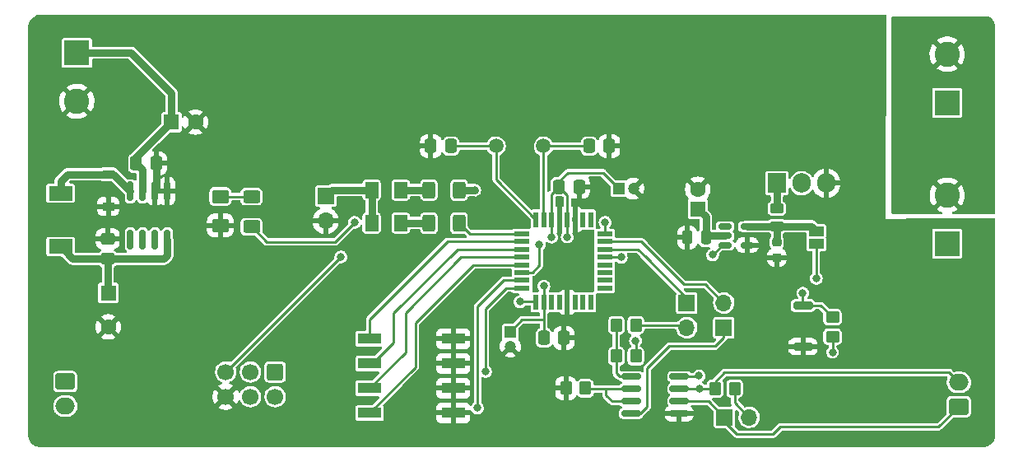
<source format=gbr>
%TF.GenerationSoftware,KiCad,Pcbnew,(6.0.11)*%
%TF.CreationDate,2023-02-12T20:14:36+01:00*%
%TF.ProjectId,DMX_PWM_LED_Driver,444d585f-5057-44d5-9f4c-45445f447269,rev?*%
%TF.SameCoordinates,Original*%
%TF.FileFunction,Copper,L1,Top*%
%TF.FilePolarity,Positive*%
%FSLAX46Y46*%
G04 Gerber Fmt 4.6, Leading zero omitted, Abs format (unit mm)*
G04 Created by KiCad (PCBNEW (6.0.11)) date 2023-02-12 20:14:36*
%MOMM*%
%LPD*%
G01*
G04 APERTURE LIST*
G04 Aperture macros list*
%AMRoundRect*
0 Rectangle with rounded corners*
0 $1 Rounding radius*
0 $2 $3 $4 $5 $6 $7 $8 $9 X,Y pos of 4 corners*
0 Add a 4 corners polygon primitive as box body*
4,1,4,$2,$3,$4,$5,$6,$7,$8,$9,$2,$3,0*
0 Add four circle primitives for the rounded corners*
1,1,$1+$1,$2,$3*
1,1,$1+$1,$4,$5*
1,1,$1+$1,$6,$7*
1,1,$1+$1,$8,$9*
0 Add four rect primitives between the rounded corners*
20,1,$1+$1,$2,$3,$4,$5,0*
20,1,$1+$1,$4,$5,$6,$7,0*
20,1,$1+$1,$6,$7,$8,$9,0*
20,1,$1+$1,$8,$9,$2,$3,0*%
G04 Aperture macros list end*
%TA.AperFunction,SMDPad,CuDef*%
%ADD10RoundRect,0.249999X0.450001X-0.350001X0.450001X0.350001X-0.450001X0.350001X-0.450001X-0.350001X0*%
%TD*%
%TA.AperFunction,SMDPad,CuDef*%
%ADD11RoundRect,0.200000X-0.800000X0.200000X-0.800000X-0.200000X0.800000X-0.200000X0.800000X0.200000X0*%
%TD*%
%TA.AperFunction,SMDPad,CuDef*%
%ADD12R,0.550000X1.600000*%
%TD*%
%TA.AperFunction,SMDPad,CuDef*%
%ADD13R,1.600000X0.550000*%
%TD*%
%TA.AperFunction,SMDPad,CuDef*%
%ADD14RoundRect,0.150000X-0.825000X-0.150000X0.825000X-0.150000X0.825000X0.150000X-0.825000X0.150000X0*%
%TD*%
%TA.AperFunction,ComponentPad*%
%ADD15R,1.700000X1.700000*%
%TD*%
%TA.AperFunction,ComponentPad*%
%ADD16O,1.700000X1.700000*%
%TD*%
%TA.AperFunction,ComponentPad*%
%ADD17RoundRect,0.250000X-0.750000X0.600000X-0.750000X-0.600000X0.750000X-0.600000X0.750000X0.600000X0*%
%TD*%
%TA.AperFunction,ComponentPad*%
%ADD18O,2.000000X1.700000*%
%TD*%
%TA.AperFunction,ComponentPad*%
%ADD19R,2.600000X2.600000*%
%TD*%
%TA.AperFunction,ComponentPad*%
%ADD20C,2.600000*%
%TD*%
%TA.AperFunction,ComponentPad*%
%ADD21RoundRect,0.250000X0.750000X-0.600000X0.750000X0.600000X-0.750000X0.600000X-0.750000X-0.600000X0*%
%TD*%
%TA.AperFunction,SMDPad,CuDef*%
%ADD22RoundRect,0.249999X0.350001X0.450001X-0.350001X0.450001X-0.350001X-0.450001X0.350001X-0.450001X0*%
%TD*%
%TA.AperFunction,SMDPad,CuDef*%
%ADD23RoundRect,0.249999X-0.350001X-0.450001X0.350001X-0.450001X0.350001X0.450001X-0.350001X0.450001X0*%
%TD*%
%TA.AperFunction,ComponentPad*%
%ADD24R,1.200000X1.200000*%
%TD*%
%TA.AperFunction,ComponentPad*%
%ADD25C,1.200000*%
%TD*%
%TA.AperFunction,ComponentPad*%
%ADD26RoundRect,0.250000X-0.600000X0.600000X-0.600000X-0.600000X0.600000X-0.600000X0.600000X0.600000X0*%
%TD*%
%TA.AperFunction,ComponentPad*%
%ADD27C,1.700000*%
%TD*%
%TA.AperFunction,SMDPad,CuDef*%
%ADD28RoundRect,0.250000X0.337500X0.475000X-0.337500X0.475000X-0.337500X-0.475000X0.337500X-0.475000X0*%
%TD*%
%TA.AperFunction,SMDPad,CuDef*%
%ADD29RoundRect,0.250000X-0.625000X0.400000X-0.625000X-0.400000X0.625000X-0.400000X0.625000X0.400000X0*%
%TD*%
%TA.AperFunction,SMDPad,CuDef*%
%ADD30R,2.440000X1.120000*%
%TD*%
%TA.AperFunction,SMDPad,CuDef*%
%ADD31RoundRect,0.250000X-0.462500X-0.625000X0.462500X-0.625000X0.462500X0.625000X-0.462500X0.625000X0*%
%TD*%
%TA.AperFunction,SMDPad,CuDef*%
%ADD32RoundRect,0.250000X-0.400000X-0.625000X0.400000X-0.625000X0.400000X0.625000X-0.400000X0.625000X0*%
%TD*%
%TA.AperFunction,SMDPad,CuDef*%
%ADD33RoundRect,0.250000X-0.475000X0.337500X-0.475000X-0.337500X0.475000X-0.337500X0.475000X0.337500X0*%
%TD*%
%TA.AperFunction,SMDPad,CuDef*%
%ADD34R,1.200000X0.900000*%
%TD*%
%TA.AperFunction,SMDPad,CuDef*%
%ADD35R,2.400000X1.500000*%
%TD*%
%TA.AperFunction,SMDPad,CuDef*%
%ADD36RoundRect,0.150000X0.150000X-0.825000X0.150000X0.825000X-0.150000X0.825000X-0.150000X-0.825000X0*%
%TD*%
%TA.AperFunction,ComponentPad*%
%ADD37R,1.600000X1.600000*%
%TD*%
%TA.AperFunction,ComponentPad*%
%ADD38C,1.600000*%
%TD*%
%TA.AperFunction,ComponentPad*%
%ADD39C,1.500000*%
%TD*%
%TA.AperFunction,SMDPad,CuDef*%
%ADD40RoundRect,0.250000X-0.337500X-0.475000X0.337500X-0.475000X0.337500X0.475000X-0.337500X0.475000X0*%
%TD*%
%TA.AperFunction,SMDPad,CuDef*%
%ADD41RoundRect,0.250000X0.625000X-0.462500X0.625000X0.462500X-0.625000X0.462500X-0.625000X-0.462500X0*%
%TD*%
%TA.AperFunction,SMDPad,CuDef*%
%ADD42RoundRect,0.225000X-0.250000X0.225000X-0.250000X-0.225000X0.250000X-0.225000X0.250000X0.225000X0*%
%TD*%
%TA.AperFunction,SMDPad,CuDef*%
%ADD43RoundRect,0.250000X0.450000X-0.262500X0.450000X0.262500X-0.450000X0.262500X-0.450000X-0.262500X0*%
%TD*%
%TA.AperFunction,SMDPad,CuDef*%
%ADD44R,1.500000X1.000000*%
%TD*%
%TA.AperFunction,ComponentPad*%
%ADD45R,1.905000X2.000000*%
%TD*%
%TA.AperFunction,ComponentPad*%
%ADD46O,1.905000X2.000000*%
%TD*%
%TA.AperFunction,SMDPad,CuDef*%
%ADD47RoundRect,0.150000X-0.512500X-0.150000X0.512500X-0.150000X0.512500X0.150000X-0.512500X0.150000X0*%
%TD*%
%TA.AperFunction,SMDPad,CuDef*%
%ADD48RoundRect,0.250000X0.250000X0.475000X-0.250000X0.475000X-0.250000X-0.475000X0.250000X-0.475000X0*%
%TD*%
%TA.AperFunction,ViaPad*%
%ADD49C,1.000000*%
%TD*%
%TA.AperFunction,ViaPad*%
%ADD50C,0.800000*%
%TD*%
%TA.AperFunction,Conductor*%
%ADD51C,0.250000*%
%TD*%
%TA.AperFunction,Conductor*%
%ADD52C,0.750000*%
%TD*%
G04 APERTURE END LIST*
D10*
%TO.P,R3,1*%
%TO.N,+5V*%
X103010000Y-53371000D03*
%TO.P,R3,2*%
%TO.N,RESET*%
X103010000Y-51371000D03*
%TD*%
D11*
%TO.P,SW1,1,A*%
%TO.N,RESET*%
X99960000Y-50171000D03*
%TO.P,SW1,2,B*%
%TO.N,GND*%
X99960000Y-54371000D03*
%TD*%
D12*
%TO.P,U3,1,PD3*%
%TO.N,unconnected-(U3-Pad1)*%
X78120000Y-41330000D03*
%TO.P,U3,2,PD4*%
%TO.N,unconnected-(U3-Pad2)*%
X77320000Y-41330000D03*
%TO.P,U3,3,GND*%
%TO.N,GND*%
X76520000Y-41330000D03*
%TO.P,U3,4,VCC*%
%TO.N,+5V*%
X75720000Y-41330000D03*
%TO.P,U3,5,GND*%
%TO.N,GND*%
X74920000Y-41330000D03*
%TO.P,U3,6,VCC*%
%TO.N,+5V*%
X74120000Y-41330000D03*
%TO.P,U3,7,XTAL1/PB6*%
%TO.N,Net-(C3-Pad1)*%
X73320000Y-41330000D03*
%TO.P,U3,8,XTAL2/PB7*%
%TO.N,Net-(C4-Pad2)*%
X72520000Y-41330000D03*
D13*
%TO.P,U3,9,PD5*%
%TO.N,WORKING*%
X71070000Y-42780000D03*
%TO.P,U3,10,PD6*%
%TO.N,B1*%
X71070000Y-43580000D03*
%TO.P,U3,11,PD7*%
%TO.N,B2*%
X71070000Y-44380000D03*
%TO.P,U3,12,PB0*%
%TO.N,B3*%
X71070000Y-45180000D03*
%TO.P,U3,13,PB1*%
%TO.N,B4*%
X71070000Y-45980000D03*
%TO.P,U3,14,PB2*%
%TO.N,LED_PWM*%
X71070000Y-46780000D03*
%TO.P,U3,15,PB3*%
%TO.N,MOSI*%
X71070000Y-47580000D03*
%TO.P,U3,16,PB4*%
%TO.N,MISO*%
X71070000Y-48380000D03*
D12*
%TO.P,U3,17,PB5*%
%TO.N,SCK*%
X72520000Y-49830000D03*
%TO.P,U3,18,AVCC*%
%TO.N,+5V*%
X73320000Y-49830000D03*
%TO.P,U3,19,ADC6*%
%TO.N,unconnected-(U3-Pad19)*%
X74120000Y-49830000D03*
%TO.P,U3,20,AREF*%
%TO.N,unconnected-(U3-Pad20)*%
X74920000Y-49830000D03*
%TO.P,U3,21,GND*%
%TO.N,GND*%
X75720000Y-49830000D03*
%TO.P,U3,22,ADC7*%
%TO.N,unconnected-(U3-Pad22)*%
X76520000Y-49830000D03*
%TO.P,U3,23,PC0*%
%TO.N,unconnected-(U3-Pad23)*%
X77320000Y-49830000D03*
%TO.P,U3,24,PC1*%
%TO.N,unconnected-(U3-Pad24)*%
X78120000Y-49830000D03*
D13*
%TO.P,U3,25,PC2*%
%TO.N,unconnected-(U3-Pad25)*%
X79570000Y-48380000D03*
%TO.P,U3,26,PC3*%
%TO.N,unconnected-(U3-Pad26)*%
X79570000Y-47580000D03*
%TO.P,U3,27,PC4*%
%TO.N,unconnected-(U3-Pad27)*%
X79570000Y-46780000D03*
%TO.P,U3,28,PC5*%
%TO.N,unconnected-(U3-Pad28)*%
X79570000Y-45980000D03*
%TO.P,U3,29,~{RESET}/PC6*%
%TO.N,RESET*%
X79570000Y-45180000D03*
%TO.P,U3,30,PD0*%
%TO.N,Net-(JP4-Pad1)*%
X79570000Y-44380000D03*
%TO.P,U3,31,PD1*%
%TO.N,Net-(JP5-Pad2)*%
X79570000Y-43580000D03*
%TO.P,U3,32,PD2*%
%TO.N,RS485_ERROR*%
X79570000Y-42780000D03*
%TD*%
D14*
%TO.P,U2,1,RO*%
%TO.N,Net-(R4-Pad1)*%
X82280000Y-57460000D03*
%TO.P,U2,2,~{RE}*%
%TO.N,Net-(R1-Pad1)*%
X82280000Y-58730000D03*
%TO.P,U2,3,DE*%
X82280000Y-60000000D03*
%TO.P,U2,4,DI*%
%TO.N,RS485_DIN*%
X82280000Y-61270000D03*
%TO.P,U2,5,GND*%
%TO.N,GND*%
X87230000Y-61270000D03*
%TO.P,U2,6,A*%
%TO.N,RS485_A*%
X87230000Y-60000000D03*
%TO.P,U2,7,B*%
%TO.N,RS485_B*%
X87230000Y-58730000D03*
%TO.P,U2,8,VCC*%
%TO.N,+5V*%
X87230000Y-57460000D03*
%TD*%
D15*
%TO.P,JP3,1,1*%
%TO.N,RS485_A*%
X91900000Y-61650000D03*
D16*
%TO.P,JP3,2,2*%
%TO.N,Net-(JP3-Pad2)*%
X94440000Y-61650000D03*
%TD*%
D17*
%TO.P,J6,1,Pin_1*%
%TO.N,RS485_B*%
X24081000Y-58000000D03*
D18*
%TO.P,J6,2,Pin_2*%
%TO.N,RS485_A*%
X24081000Y-60500000D03*
%TD*%
D19*
%TO.P,J2,1,Pin_1*%
%TO.N,VCC*%
X25280000Y-24180000D03*
D20*
%TO.P,J2,2,Pin_2*%
%TO.N,GND*%
X25280000Y-29180000D03*
%TD*%
D19*
%TO.P,J3,1,Pin_1*%
%TO.N,GND*%
X114800000Y-29330000D03*
D20*
%TO.P,J3,2,Pin_2*%
%TO.N,VCC*%
X114800000Y-24330000D03*
%TD*%
D21*
%TO.P,J5,1,Pin_1*%
%TO.N,RS485_A*%
X116010000Y-60550000D03*
D18*
%TO.P,J5,2,Pin_2*%
%TO.N,RS485_B*%
X116010000Y-58050000D03*
%TD*%
D22*
%TO.P,R1,1*%
%TO.N,Net-(R1-Pad1)*%
X77581000Y-58674000D03*
%TO.P,R1,2*%
%TO.N,GND*%
X75581000Y-58674000D03*
%TD*%
D23*
%TO.P,R5,1*%
%TO.N,RS485_B*%
X90940000Y-58710000D03*
%TO.P,R5,2*%
%TO.N,Net-(JP3-Pad2)*%
X92940000Y-58710000D03*
%TD*%
D24*
%TO.P,C6,1*%
%TO.N,+5V*%
X81026000Y-38150800D03*
D25*
%TO.P,C6,2*%
%TO.N,GND*%
X82526000Y-38150800D03*
%TD*%
D24*
%TO.P,C7,1*%
%TO.N,+5V*%
X69850000Y-52900000D03*
D25*
%TO.P,C7,2*%
%TO.N,GND*%
X69850000Y-54400000D03*
%TD*%
D23*
%TO.P,R4,1*%
%TO.N,Net-(R4-Pad1)*%
X80772000Y-55372000D03*
%TO.P,R4,2*%
%TO.N,+5V*%
X82772000Y-55372000D03*
%TD*%
D26*
%TO.P,J1,1,Pin_1*%
%TO.N,MISO*%
X45669000Y-56987500D03*
D27*
%TO.P,J1,2,Pin_2*%
%TO.N,+5V*%
X45669000Y-59527500D03*
%TO.P,J1,3,Pin_3*%
%TO.N,SCK*%
X43129000Y-56987500D03*
%TO.P,J1,4,Pin_4*%
%TO.N,MOSI*%
X43129000Y-59527500D03*
%TO.P,J1,5,Pin_5*%
%TO.N,RESET*%
X40589000Y-56987500D03*
%TO.P,J1,6,Pin_6*%
%TO.N,GND*%
X40589000Y-59527500D03*
%TD*%
D28*
%TO.P,C1,1*%
%TO.N,GND*%
X76935000Y-37970000D03*
%TO.P,C1,2*%
%TO.N,+5V*%
X74860000Y-37970000D03*
%TD*%
D29*
%TO.P,R9,1*%
%TO.N,Net-(D4-Pad2)*%
X43230800Y-38963600D03*
%TO.P,R9,2*%
%TO.N,RS485_ERROR*%
X43230800Y-42063600D03*
%TD*%
D30*
%TO.P,SW2,1*%
%TO.N,B1*%
X55385000Y-53594000D03*
%TO.P,SW2,2*%
%TO.N,B2*%
X55385000Y-56134000D03*
%TO.P,SW2,3*%
%TO.N,B3*%
X55385000Y-58674000D03*
%TO.P,SW2,4*%
%TO.N,B4*%
X55385000Y-61214000D03*
%TO.P,SW2,5*%
%TO.N,GND*%
X63995000Y-61214000D03*
%TO.P,SW2,6*%
X63995000Y-58674000D03*
%TO.P,SW2,7*%
X63995000Y-56134000D03*
%TO.P,SW2,8*%
X63995000Y-53594000D03*
%TD*%
D31*
%TO.P,D2,1,K*%
%TO.N,Net-(D2-Pad1)*%
X55612500Y-38300000D03*
%TO.P,D2,2,A*%
%TO.N,Net-(D2-Pad2)*%
X58587500Y-38300000D03*
%TD*%
%TO.P,D3,1,K*%
%TO.N,Net-(D2-Pad1)*%
X55612500Y-41690000D03*
%TO.P,D3,2,A*%
%TO.N,Net-(D3-Pad2)*%
X58587500Y-41690000D03*
%TD*%
D15*
%TO.P,JP2,1,1*%
%TO.N,Net-(D2-Pad1)*%
X50866000Y-38930000D03*
D16*
%TO.P,JP2,2,2*%
%TO.N,GND*%
X50866000Y-41470000D03*
%TD*%
D32*
%TO.P,R7,1*%
%TO.N,Net-(D2-Pad2)*%
X61495000Y-38300000D03*
%TO.P,R7,2*%
%TO.N,+5V*%
X64595000Y-38300000D03*
%TD*%
%TO.P,R8,1*%
%TO.N,Net-(D3-Pad2)*%
X61495000Y-41700000D03*
%TO.P,R8,2*%
%TO.N,WORKING*%
X64595000Y-41700000D03*
%TD*%
D28*
%TO.P,C11,1*%
%TO.N,GND*%
X33447900Y-35560000D03*
%TO.P,C11,2*%
%TO.N,VCC*%
X31372900Y-35560000D03*
%TD*%
D33*
%TO.P,C13,1*%
%TO.N,GND*%
X28448000Y-43289400D03*
%TO.P,C13,2*%
%TO.N,+5V*%
X28448000Y-45364400D03*
%TD*%
D34*
%TO.P,D6,1,K*%
%TO.N,Net-(D6-Pad1)*%
X28498800Y-36677600D03*
%TO.P,D6,2,A*%
%TO.N,GND*%
X28498800Y-39977600D03*
%TD*%
D35*
%TO.P,L3,1*%
%TO.N,Net-(D6-Pad1)*%
X23596600Y-38613900D03*
%TO.P,L3,2*%
%TO.N,+5V*%
X23596600Y-44113900D03*
%TD*%
D36*
%TO.P,U4,1,NC*%
%TO.N,unconnected-(U4-Pad1)*%
X30759400Y-43369000D03*
%TO.P,U4,2,NC*%
%TO.N,unconnected-(U4-Pad2)*%
X32029400Y-43369000D03*
%TO.P,U4,3,NC*%
%TO.N,unconnected-(U4-Pad3)*%
X33299400Y-43369000D03*
%TO.P,U4,4,FB*%
%TO.N,+5V*%
X34569400Y-43369000D03*
%TO.P,U4,5,~{ON}/OFF*%
%TO.N,GND*%
X34569400Y-38419000D03*
%TO.P,U4,6,GND*%
X33299400Y-38419000D03*
%TO.P,U4,7,VIN*%
%TO.N,VCC*%
X32029400Y-38419000D03*
%TO.P,U4,8,OUT*%
%TO.N,Net-(D6-Pad1)*%
X30759400Y-38419000D03*
%TD*%
D23*
%TO.P,R6,1*%
%TO.N,Net-(R4-Pad1)*%
X80772000Y-52197000D03*
%TO.P,R6,2*%
%TO.N,RS485_DOUT*%
X82772000Y-52197000D03*
%TD*%
D37*
%TO.P,C8,1*%
%TO.N,VCC*%
X34988500Y-31305500D03*
D38*
%TO.P,C8,2*%
%TO.N,GND*%
X37488500Y-31305500D03*
%TD*%
D37*
%TO.P,C12,1*%
%TO.N,+5V*%
X28498800Y-48869600D03*
D38*
%TO.P,C12,2*%
%TO.N,GND*%
X28498800Y-52369600D03*
%TD*%
D39*
%TO.P,Y1,1,1*%
%TO.N,Net-(C3-Pad1)*%
X73279000Y-33782000D03*
%TO.P,Y1,2,2*%
%TO.N,Net-(C4-Pad2)*%
X68399000Y-33782000D03*
%TD*%
D40*
%TO.P,C3,1*%
%TO.N,Net-(C3-Pad1)*%
X77978000Y-33782000D03*
%TO.P,C3,2*%
%TO.N,GND*%
X80053000Y-33782000D03*
%TD*%
%TO.P,C4,1*%
%TO.N,GND*%
X61679000Y-33782000D03*
%TO.P,C4,2*%
%TO.N,Net-(C4-Pad2)*%
X63754000Y-33782000D03*
%TD*%
D15*
%TO.P,JP4,1,1*%
%TO.N,Net-(JP4-Pad1)*%
X88011000Y-49911000D03*
D16*
%TO.P,JP4,2,2*%
%TO.N,RS485_DOUT*%
X88011000Y-52451000D03*
%TD*%
D15*
%TO.P,JP5,1,1*%
%TO.N,RS485_DIN*%
X91821000Y-52451000D03*
D16*
%TO.P,JP5,2,2*%
%TO.N,Net-(JP5-Pad2)*%
X91821000Y-49911000D03*
%TD*%
D19*
%TO.P,J4,1,Pin_1*%
%TO.N,Net-(J4-Pad1)*%
X114808000Y-43815000D03*
D20*
%TO.P,J4,2,Pin_2*%
%TO.N,VCC*%
X114808000Y-38815000D03*
%TD*%
D40*
%TO.P,C5,1*%
%TO.N,+5V*%
X73312500Y-53500000D03*
%TO.P,C5,2*%
%TO.N,GND*%
X75387500Y-53500000D03*
%TD*%
D41*
%TO.P,D4,1,K*%
%TO.N,GND*%
X40030400Y-41938600D03*
%TO.P,D4,2,A*%
%TO.N,Net-(D4-Pad2)*%
X40030400Y-38963600D03*
%TD*%
D42*
%TO.P,C10,1*%
%TO.N,Net-(C10-Pad1)*%
X97282000Y-43675000D03*
%TO.P,C10,2*%
%TO.N,GND*%
X97282000Y-45225000D03*
%TD*%
D43*
%TO.P,R2,1*%
%TO.N,Net-(C10-Pad1)*%
X97282000Y-42004500D03*
%TO.P,R2,2*%
%TO.N,Net-(Q1-Pad1)*%
X97282000Y-40179500D03*
%TD*%
D44*
%TO.P,JP1,1,A*%
%TO.N,LED_PWM*%
X101346000Y-43830000D03*
%TO.P,JP1,2,B*%
%TO.N,Net-(C10-Pad1)*%
X101346000Y-42530000D03*
%TD*%
D37*
%TO.P,C9,1*%
%TO.N,+5V*%
X89154000Y-40227000D03*
D38*
%TO.P,C9,2*%
%TO.N,GND*%
X89154000Y-38227000D03*
%TD*%
D45*
%TO.P,Q1,1,G*%
%TO.N,Net-(Q1-Pad1)*%
X97282000Y-37592000D03*
D46*
%TO.P,Q1,2,D*%
%TO.N,Net-(J4-Pad1)*%
X99822000Y-37592000D03*
%TO.P,Q1,3,S*%
%TO.N,GND*%
X102362000Y-37592000D03*
%TD*%
D47*
%TO.P,U1,1,NC*%
%TO.N,unconnected-(U1-Pad1)*%
X91953500Y-42047000D03*
%TO.P,U1,2,Vdd*%
%TO.N,+5V*%
X91953500Y-42997000D03*
%TO.P,U1,3,IN*%
%TO.N,LED_PWM*%
X91953500Y-43947000D03*
%TO.P,U1,4,GND*%
%TO.N,GND*%
X94228500Y-43947000D03*
%TO.P,U1,5,OUT*%
%TO.N,Net-(C10-Pad1)*%
X94228500Y-42047000D03*
%TD*%
D48*
%TO.P,C2,1*%
%TO.N,+5V*%
X89977000Y-43180000D03*
%TO.P,C2,2*%
%TO.N,GND*%
X88077000Y-43180000D03*
%TD*%
D49*
%TO.N,GND*%
X40640000Y-30480000D03*
X78740000Y-30480000D03*
X48260000Y-30480000D03*
X43180000Y-30480000D03*
X55880000Y-30480000D03*
X86360000Y-30480000D03*
X86360000Y-27940000D03*
X91440000Y-30480000D03*
X55880000Y-27940000D03*
X104140000Y-27940000D03*
X99060000Y-27940000D03*
X68580000Y-30480000D03*
X60960000Y-27940000D03*
X76200000Y-30480000D03*
X81280000Y-30480000D03*
X40640000Y-27940000D03*
X101600000Y-30480000D03*
X43180000Y-27940000D03*
X99060000Y-30480000D03*
X83820000Y-30480000D03*
X53340000Y-27940000D03*
X58420000Y-30480000D03*
X71120000Y-27940000D03*
X38100000Y-27940000D03*
X68580000Y-27940000D03*
X73660000Y-30480000D03*
X73660000Y-27940000D03*
X101600000Y-27940000D03*
X88900000Y-27940000D03*
X63500000Y-27940000D03*
X76200000Y-27940000D03*
X91440000Y-27940000D03*
X45720000Y-30480000D03*
X58420000Y-27940000D03*
X50800000Y-27940000D03*
X53340000Y-30480000D03*
X81280000Y-27940000D03*
X96520000Y-30480000D03*
X45720000Y-27940000D03*
X63500000Y-30480000D03*
X104140000Y-30480000D03*
X83820000Y-27940000D03*
X66040000Y-30480000D03*
X50800000Y-30480000D03*
X60960000Y-30480000D03*
X96520000Y-27940000D03*
X48260000Y-27940000D03*
X71120000Y-30480000D03*
X93980000Y-30480000D03*
X78740000Y-27940000D03*
X88900000Y-30480000D03*
X93980000Y-27940000D03*
X66040000Y-27940000D03*
D50*
%TO.N,LED_PWM*%
X101346000Y-47371000D03*
X72847200Y-43891200D03*
X90678000Y-44958000D03*
%TO.N,+5V*%
X103010000Y-54971000D03*
X75710000Y-43110000D03*
X73320000Y-48180000D03*
X82740500Y-53784500D03*
X89281000Y-57404000D03*
X74100000Y-43130000D03*
X66200000Y-38300000D03*
%TO.N,MOSI*%
X66484500Y-60706000D03*
%TO.N,SCK*%
X70866000Y-49784000D03*
%TO.N,MISO*%
X67310000Y-56959500D03*
%TO.N,RS485_B*%
X89317000Y-58710000D03*
%TO.N,RS485_ERROR*%
X79603600Y-41605200D03*
X53848000Y-41605200D03*
%TO.N,RESET*%
X52425600Y-45161200D03*
X99949000Y-48895000D03*
X81280000Y-45212000D03*
%TD*%
D51*
%TO.N,Net-(R1-Pad1)*%
X82280000Y-58730000D02*
X79685000Y-58730000D01*
X79685000Y-58730000D02*
X77637000Y-58730000D01*
X82280000Y-60000000D02*
X80320000Y-60000000D01*
X80320000Y-60000000D02*
X79685000Y-59365000D01*
X79685000Y-59365000D02*
X79685000Y-58730000D01*
X77637000Y-58730000D02*
X77581000Y-58674000D01*
D52*
%TO.N,GND*%
X33447900Y-38270500D02*
X33299400Y-38419000D01*
X33447900Y-35560000D02*
X33447900Y-38270500D01*
%TO.N,VCC*%
X32029400Y-36216500D02*
X31372900Y-35560000D01*
X31372900Y-35560000D02*
X31372900Y-34921100D01*
X30851002Y-24180000D02*
X35001200Y-28330198D01*
X31372900Y-34921100D02*
X34988500Y-31305500D01*
X35001200Y-28330198D02*
X35001200Y-31292800D01*
X35001200Y-31292800D02*
X34988500Y-31305500D01*
X32029400Y-38419000D02*
X32029400Y-36216500D01*
X25280000Y-24180000D02*
X30851002Y-24180000D01*
D51*
%TO.N,LED_PWM*%
X72120000Y-46780000D02*
X72847200Y-46052800D01*
X91953500Y-43947000D02*
X91689000Y-43947000D01*
X71070000Y-46780000D02*
X72120000Y-46780000D01*
X91689000Y-43947000D02*
X90678000Y-44958000D01*
X72847200Y-46052800D02*
X72847200Y-43891200D01*
X101346000Y-47371000D02*
X101346000Y-43830000D01*
D52*
%TO.N,+5V*%
X64595000Y-38300000D02*
X66200000Y-38300000D01*
D51*
X73320000Y-53492500D02*
X73312500Y-53500000D01*
X87230000Y-57460000D02*
X89225000Y-57460000D01*
X89225000Y-57460000D02*
X89281000Y-57404000D01*
X74120000Y-43110000D02*
X74100000Y-43130000D01*
X69850000Y-52850000D02*
X71070000Y-51630000D01*
D52*
X28448000Y-45364400D02*
X34239200Y-45364400D01*
D51*
X75720000Y-41330000D02*
X75720000Y-39580000D01*
D52*
X91953500Y-42997000D02*
X90160000Y-42997000D01*
X28448000Y-48818800D02*
X28498800Y-48869600D01*
D51*
X79400400Y-36525200D02*
X81026000Y-38150800D01*
X74860000Y-37408000D02*
X75742800Y-36525200D01*
X69850000Y-52900000D02*
X69850000Y-52850000D01*
D52*
X24847100Y-45364400D02*
X23596600Y-44113900D01*
D51*
X74120000Y-41330000D02*
X74120000Y-38710000D01*
X73320000Y-51630000D02*
X73320000Y-53492500D01*
D52*
X89977000Y-43180000D02*
X89977000Y-41050000D01*
D51*
X73320000Y-49830000D02*
X73320000Y-48180000D01*
X82772000Y-55372000D02*
X82772000Y-53816000D01*
X75720000Y-43100000D02*
X75710000Y-43110000D01*
X82772000Y-53816000D02*
X82740500Y-53784500D01*
D52*
X89977000Y-41050000D02*
X89154000Y-40227000D01*
D51*
X75720000Y-41330000D02*
X75720000Y-43100000D01*
X103010000Y-53371000D02*
X103010000Y-54971000D01*
D52*
X34239200Y-45364400D02*
X34569400Y-45034200D01*
D51*
X75720000Y-38830000D02*
X74860000Y-37970000D01*
D52*
X28448000Y-45364400D02*
X24847100Y-45364400D01*
D51*
X74860000Y-37970000D02*
X74860000Y-37408000D01*
D52*
X28448000Y-45364400D02*
X28448000Y-48818800D01*
D51*
X75720000Y-39580000D02*
X75720000Y-38830000D01*
X71070000Y-51630000D02*
X73320000Y-51630000D01*
X75742800Y-36525200D02*
X79400400Y-36525200D01*
D52*
X34569400Y-45034200D02*
X34569400Y-43369000D01*
X90160000Y-42997000D02*
X89977000Y-43180000D01*
D51*
X73320000Y-49830000D02*
X73320000Y-51630000D01*
X74120000Y-38710000D02*
X74860000Y-37970000D01*
X74120000Y-41330000D02*
X74120000Y-43110000D01*
%TO.N,MOSI*%
X66484500Y-50292000D02*
X69196500Y-47580000D01*
X69196500Y-47580000D02*
X71070000Y-47580000D01*
X66484500Y-60706000D02*
X66484500Y-50292000D01*
%TO.N,SCK*%
X70866000Y-49784000D02*
X72474000Y-49784000D01*
X72474000Y-49784000D02*
X72520000Y-49830000D01*
%TO.N,MISO*%
X69412500Y-48380000D02*
X71070000Y-48380000D01*
X67310000Y-50482500D02*
X69412500Y-48380000D01*
X67310000Y-56959500D02*
X67310000Y-50482500D01*
%TO.N,RS485_DIN*%
X91821000Y-53467000D02*
X91821000Y-52451000D01*
X86233000Y-54356000D02*
X90932000Y-54356000D01*
X83947000Y-60579000D02*
X83947000Y-56642000D01*
X83947000Y-56642000D02*
X86233000Y-54356000D01*
X82280000Y-61270000D02*
X83256000Y-61270000D01*
X83256000Y-61270000D02*
X83947000Y-60579000D01*
X90932000Y-54356000D02*
X91821000Y-53467000D01*
%TO.N,RS485_DOUT*%
X82772000Y-52197000D02*
X87757000Y-52197000D01*
X87757000Y-52197000D02*
X88011000Y-52451000D01*
%TO.N,Net-(JP3-Pad2)*%
X94440000Y-61650000D02*
X92940000Y-60150000D01*
X92940000Y-60150000D02*
X92940000Y-58710000D01*
D52*
%TO.N,Net-(D2-Pad2)*%
X58587500Y-38300000D02*
X61495000Y-38300000D01*
%TO.N,Net-(D2-Pad1)*%
X55612500Y-41690000D02*
X55612500Y-38300000D01*
X51496000Y-38300000D02*
X50866000Y-38930000D01*
X55612500Y-38300000D02*
X51496000Y-38300000D01*
%TO.N,Net-(D3-Pad2)*%
X58587500Y-41690000D02*
X61485000Y-41690000D01*
X61485000Y-41690000D02*
X61495000Y-41700000D01*
D51*
%TO.N,WORKING*%
X71070000Y-42780000D02*
X65675000Y-42780000D01*
X65675000Y-42780000D02*
X64595000Y-41700000D01*
%TO.N,RS485_B*%
X91900000Y-57060000D02*
X115020000Y-57060000D01*
X115020000Y-57060000D02*
X116010000Y-58050000D01*
X89317000Y-58710000D02*
X87250000Y-58710000D01*
X90940000Y-58710000D02*
X89317000Y-58710000D01*
X90940000Y-58020000D02*
X91900000Y-57060000D01*
X90940000Y-58710000D02*
X90940000Y-58020000D01*
X87250000Y-58710000D02*
X87230000Y-58730000D01*
%TO.N,RS485_A*%
X96900000Y-63400000D02*
X97650000Y-62650000D01*
X93150000Y-63400000D02*
X96900000Y-63400000D01*
X91900000Y-62150000D02*
X93150000Y-63400000D01*
X90250000Y-60000000D02*
X91900000Y-61650000D01*
X97650000Y-62650000D02*
X113910000Y-62650000D01*
X87230000Y-60000000D02*
X90250000Y-60000000D01*
X113910000Y-62650000D02*
X116010000Y-60550000D01*
X91900000Y-61650000D02*
X91900000Y-62150000D01*
%TO.N,Net-(R4-Pad1)*%
X80772000Y-57150000D02*
X80772000Y-55372000D01*
X81082000Y-57460000D02*
X80772000Y-57150000D01*
X80772000Y-55372000D02*
X80772000Y-52197000D01*
X82280000Y-57460000D02*
X81082000Y-57460000D01*
%TO.N,Net-(D4-Pad2)*%
X40030400Y-38963600D02*
X43230800Y-38963600D01*
%TO.N,RS485_ERROR*%
X51816000Y-43637200D02*
X44804400Y-43637200D01*
X53848000Y-41605200D02*
X51816000Y-43637200D01*
X79570000Y-41638800D02*
X79603600Y-41605200D01*
X79570000Y-42780000D02*
X79570000Y-41638800D01*
X44804400Y-43637200D02*
X43230800Y-42063600D01*
%TO.N,RESET*%
X52415300Y-45161200D02*
X52425600Y-45161200D01*
X79570000Y-45180000D02*
X81248000Y-45180000D01*
X99949000Y-48895000D02*
X99949000Y-50160000D01*
X101810000Y-50171000D02*
X103010000Y-51371000D01*
X81248000Y-45180000D02*
X81280000Y-45212000D01*
X40589000Y-56987500D02*
X52415300Y-45161200D01*
X99949000Y-50160000D02*
X99960000Y-50171000D01*
X99960000Y-50171000D02*
X101810000Y-50171000D01*
%TO.N,B4*%
X66084800Y-45980000D02*
X71070000Y-45980000D01*
X55385000Y-61214000D02*
X60096400Y-56502600D01*
X60096400Y-51968400D02*
X66084800Y-45980000D01*
X60096400Y-56502600D02*
X60096400Y-51968400D01*
%TO.N,B3*%
X59080400Y-54978600D02*
X59080400Y-50901600D01*
X64802000Y-45180000D02*
X71070000Y-45180000D01*
X59080400Y-50901600D02*
X64802000Y-45180000D01*
X55385000Y-58674000D02*
X59080400Y-54978600D01*
%TO.N,B2*%
X55676800Y-56134000D02*
X57861200Y-53949600D01*
X57861200Y-50952400D02*
X64433600Y-44380000D01*
X55385000Y-56134000D02*
X55676800Y-56134000D01*
X57861200Y-53949600D02*
X57861200Y-50952400D01*
X64433600Y-44380000D02*
X71070000Y-44380000D01*
%TO.N,B1*%
X63404800Y-43580000D02*
X71070000Y-43580000D01*
X55385000Y-51599800D02*
X63404800Y-43580000D01*
X55385000Y-53594000D02*
X55385000Y-51599800D01*
D52*
%TO.N,Net-(D6-Pad1)*%
X28498800Y-36677600D02*
X29018000Y-36677600D01*
X24333200Y-36677600D02*
X23596600Y-37414200D01*
X29018000Y-36677600D02*
X30759400Y-38419000D01*
X28498800Y-36677600D02*
X24333200Y-36677600D01*
X23596600Y-37414200D02*
X23596600Y-38613900D01*
D51*
%TO.N,Net-(C3-Pad1)*%
X73279000Y-41289000D02*
X73320000Y-41330000D01*
X73279000Y-33782000D02*
X73279000Y-41289000D01*
X73279000Y-33782000D02*
X77978000Y-33782000D01*
%TO.N,Net-(C4-Pad2)*%
X68399000Y-37209000D02*
X72520000Y-41330000D01*
X68399000Y-33782000D02*
X68399000Y-37209000D01*
X63754000Y-33782000D02*
X68399000Y-33782000D01*
%TO.N,Net-(JP4-Pad1)*%
X88011000Y-49403000D02*
X83820000Y-45212000D01*
X88011000Y-49911000D02*
X88011000Y-49403000D01*
X82988000Y-44380000D02*
X79570000Y-44380000D01*
X83820000Y-45212000D02*
X82988000Y-44380000D01*
%TO.N,Net-(JP5-Pad2)*%
X79570000Y-43580000D02*
X83331000Y-43580000D01*
X83331000Y-43580000D02*
X87757000Y-48006000D01*
X89916000Y-48006000D02*
X91821000Y-49911000D01*
X87757000Y-48006000D02*
X89916000Y-48006000D01*
D52*
%TO.N,Net-(Q1-Pad1)*%
X97282000Y-40179500D02*
X97282000Y-37592000D01*
%TO.N,Net-(C10-Pad1)*%
X94228500Y-42047000D02*
X97239500Y-42047000D01*
X97282000Y-42004500D02*
X100820500Y-42004500D01*
X97239500Y-42047000D02*
X97282000Y-42004500D01*
X97282000Y-43675000D02*
X97282000Y-42004500D01*
X100820500Y-42004500D02*
X101346000Y-42530000D01*
%TD*%
%TA.AperFunction,Conductor*%
%TO.N,GND*%
G36*
X108512477Y-20270502D02*
G01*
X108558970Y-20324158D01*
X108570354Y-20377177D01*
X108458339Y-41212027D01*
X108458011Y-41272952D01*
X108472056Y-41272807D01*
X108472058Y-41272807D01*
X112706580Y-41228951D01*
X119622198Y-41157329D01*
X119690519Y-41176623D01*
X119737565Y-41229795D01*
X119749500Y-41283321D01*
X119749500Y-63388115D01*
X119747079Y-63412696D01*
X119744592Y-63425200D01*
X119747014Y-63437373D01*
X119747014Y-63449781D01*
X119746122Y-63449781D01*
X119746742Y-63460252D01*
X119733974Y-63622481D01*
X119730881Y-63642008D01*
X119697688Y-63780269D01*
X119686999Y-63824790D01*
X119680891Y-63843589D01*
X119608953Y-64017263D01*
X119599979Y-64034874D01*
X119501759Y-64195153D01*
X119490138Y-64211148D01*
X119368062Y-64354081D01*
X119354081Y-64368062D01*
X119211148Y-64490138D01*
X119195153Y-64501759D01*
X119034874Y-64599979D01*
X119017263Y-64608953D01*
X118843589Y-64680891D01*
X118824794Y-64686998D01*
X118692950Y-64718651D01*
X118642009Y-64730881D01*
X118622481Y-64733974D01*
X118460250Y-64746742D01*
X118449781Y-64746122D01*
X118449781Y-64747014D01*
X118437373Y-64747014D01*
X118425200Y-64744592D01*
X118413029Y-64747013D01*
X118413027Y-64747013D01*
X118412696Y-64747079D01*
X118388115Y-64749500D01*
X21607085Y-64749500D01*
X21582504Y-64747079D01*
X21582173Y-64747013D01*
X21582171Y-64747013D01*
X21570000Y-64744592D01*
X21557827Y-64747014D01*
X21545419Y-64747014D01*
X21545419Y-64746122D01*
X21534950Y-64746742D01*
X21372719Y-64733974D01*
X21353191Y-64730881D01*
X21302250Y-64718651D01*
X21170406Y-64686998D01*
X21151611Y-64680891D01*
X20977937Y-64608953D01*
X20960326Y-64599979D01*
X20800047Y-64501759D01*
X20784052Y-64490138D01*
X20641119Y-64368062D01*
X20627138Y-64354081D01*
X20505062Y-64211148D01*
X20493441Y-64195153D01*
X20395221Y-64034874D01*
X20386247Y-64017263D01*
X20314309Y-63843589D01*
X20308201Y-63824790D01*
X20297513Y-63780269D01*
X20264319Y-63642008D01*
X20261226Y-63622481D01*
X20248458Y-63460252D01*
X20249078Y-63449781D01*
X20248186Y-63449781D01*
X20248186Y-63437373D01*
X20250608Y-63425200D01*
X20248126Y-63412720D01*
X20245704Y-63388124D01*
X20245742Y-63062405D01*
X20245887Y-61798674D01*
X53914500Y-61798674D01*
X53929034Y-61871740D01*
X53984399Y-61954601D01*
X54067260Y-62009966D01*
X54140326Y-62024500D01*
X56629674Y-62024500D01*
X56702740Y-62009966D01*
X56785601Y-61954601D01*
X56840966Y-61871740D01*
X56851523Y-61818669D01*
X62267001Y-61818669D01*
X62267371Y-61825490D01*
X62272895Y-61876352D01*
X62276521Y-61891604D01*
X62321676Y-62012054D01*
X62330214Y-62027649D01*
X62406715Y-62129724D01*
X62419276Y-62142285D01*
X62521351Y-62218786D01*
X62536946Y-62227324D01*
X62657394Y-62272478D01*
X62672649Y-62276105D01*
X62723514Y-62281631D01*
X62730328Y-62282000D01*
X63722885Y-62282000D01*
X63738124Y-62277525D01*
X63739329Y-62276135D01*
X63741000Y-62268452D01*
X63741000Y-62263884D01*
X64249000Y-62263884D01*
X64253475Y-62279123D01*
X64254865Y-62280328D01*
X64262548Y-62281999D01*
X65259669Y-62281999D01*
X65266490Y-62281629D01*
X65317352Y-62276105D01*
X65332604Y-62272479D01*
X65453054Y-62227324D01*
X65468649Y-62218786D01*
X65570724Y-62142285D01*
X65583285Y-62129724D01*
X65659786Y-62027649D01*
X65668324Y-62012054D01*
X65713478Y-61891606D01*
X65717105Y-61876351D01*
X65722631Y-61825486D01*
X65723000Y-61818672D01*
X65723000Y-61486115D01*
X65718525Y-61470876D01*
X65717135Y-61469671D01*
X65709452Y-61468000D01*
X64267115Y-61468000D01*
X64251876Y-61472475D01*
X64250671Y-61473865D01*
X64249000Y-61481548D01*
X64249000Y-62263884D01*
X63741000Y-62263884D01*
X63741000Y-61486115D01*
X63736525Y-61470876D01*
X63735135Y-61469671D01*
X63727452Y-61468000D01*
X62285116Y-61468000D01*
X62269877Y-61472475D01*
X62268672Y-61473865D01*
X62267001Y-61481548D01*
X62267001Y-61818669D01*
X56851523Y-61818669D01*
X56855500Y-61798674D01*
X56855500Y-60941885D01*
X62267000Y-60941885D01*
X62271475Y-60957124D01*
X62272865Y-60958329D01*
X62280548Y-60960000D01*
X63722885Y-60960000D01*
X63738124Y-60955525D01*
X63739329Y-60954135D01*
X63741000Y-60946452D01*
X63741000Y-60164116D01*
X63736525Y-60148877D01*
X63735135Y-60147672D01*
X63727452Y-60146001D01*
X62730331Y-60146001D01*
X62723510Y-60146371D01*
X62672648Y-60151895D01*
X62657396Y-60155521D01*
X62536946Y-60200676D01*
X62521351Y-60209214D01*
X62419276Y-60285715D01*
X62406715Y-60298276D01*
X62330214Y-60400351D01*
X62321676Y-60415946D01*
X62276522Y-60536394D01*
X62272895Y-60551649D01*
X62267369Y-60602514D01*
X62267000Y-60609328D01*
X62267000Y-60941885D01*
X56855500Y-60941885D01*
X56855500Y-60629326D01*
X56840966Y-60556260D01*
X56834072Y-60545942D01*
X56834071Y-60545939D01*
X56791394Y-60482067D01*
X56770180Y-60414314D01*
X56788964Y-60345848D01*
X56807065Y-60322972D01*
X57851369Y-59278669D01*
X62267001Y-59278669D01*
X62267371Y-59285490D01*
X62272895Y-59336352D01*
X62276521Y-59351604D01*
X62321676Y-59472054D01*
X62330214Y-59487649D01*
X62406715Y-59589724D01*
X62419276Y-59602285D01*
X62521351Y-59678786D01*
X62536946Y-59687324D01*
X62657394Y-59732478D01*
X62672649Y-59736105D01*
X62723514Y-59741631D01*
X62730328Y-59742000D01*
X63722885Y-59742000D01*
X63738124Y-59737525D01*
X63739329Y-59736135D01*
X63741000Y-59728452D01*
X63741000Y-59723884D01*
X64249000Y-59723884D01*
X64253475Y-59739123D01*
X64254865Y-59740328D01*
X64262548Y-59741999D01*
X65259669Y-59741999D01*
X65266490Y-59741629D01*
X65317352Y-59736105D01*
X65332604Y-59732479D01*
X65453054Y-59687324D01*
X65468649Y-59678786D01*
X65570724Y-59602285D01*
X65583285Y-59589724D01*
X65659786Y-59487649D01*
X65668324Y-59472054D01*
X65713478Y-59351606D01*
X65717105Y-59336351D01*
X65722631Y-59285486D01*
X65723000Y-59278672D01*
X65723000Y-58946115D01*
X65718525Y-58930876D01*
X65717135Y-58929671D01*
X65709452Y-58928000D01*
X64267115Y-58928000D01*
X64251876Y-58932475D01*
X64250671Y-58933865D01*
X64249000Y-58941548D01*
X64249000Y-59723884D01*
X63741000Y-59723884D01*
X63741000Y-58946115D01*
X63736525Y-58930876D01*
X63735135Y-58929671D01*
X63727452Y-58928000D01*
X62285116Y-58928000D01*
X62269877Y-58932475D01*
X62268672Y-58933865D01*
X62267001Y-58941548D01*
X62267001Y-59278669D01*
X57851369Y-59278669D01*
X58524070Y-58605968D01*
X58728153Y-58401885D01*
X62267000Y-58401885D01*
X62271475Y-58417124D01*
X62272865Y-58418329D01*
X62280548Y-58420000D01*
X63722885Y-58420000D01*
X63738124Y-58415525D01*
X63739329Y-58414135D01*
X63741000Y-58406452D01*
X63741000Y-58401885D01*
X64249000Y-58401885D01*
X64253475Y-58417124D01*
X64254865Y-58418329D01*
X64262548Y-58420000D01*
X65704884Y-58420000D01*
X65720123Y-58415525D01*
X65721328Y-58414135D01*
X65722999Y-58406452D01*
X65722999Y-58069331D01*
X65722629Y-58062510D01*
X65717105Y-58011648D01*
X65713479Y-57996396D01*
X65668324Y-57875946D01*
X65659786Y-57860351D01*
X65583285Y-57758276D01*
X65570724Y-57745715D01*
X65468649Y-57669214D01*
X65453054Y-57660676D01*
X65332606Y-57615522D01*
X65317351Y-57611895D01*
X65266486Y-57606369D01*
X65259672Y-57606000D01*
X64267115Y-57606000D01*
X64251876Y-57610475D01*
X64250671Y-57611865D01*
X64249000Y-57619548D01*
X64249000Y-58401885D01*
X63741000Y-58401885D01*
X63741000Y-57624116D01*
X63736525Y-57608877D01*
X63735135Y-57607672D01*
X63727452Y-57606001D01*
X62730331Y-57606001D01*
X62723510Y-57606371D01*
X62672648Y-57611895D01*
X62657396Y-57615521D01*
X62536946Y-57660676D01*
X62521351Y-57669214D01*
X62419276Y-57745715D01*
X62406715Y-57758276D01*
X62330214Y-57860351D01*
X62321676Y-57875946D01*
X62276522Y-57996394D01*
X62272895Y-58011649D01*
X62267369Y-58062514D01*
X62267000Y-58069328D01*
X62267000Y-58401885D01*
X58728153Y-58401885D01*
X60324092Y-56805946D01*
X60342309Y-56791233D01*
X60343860Y-56789822D01*
X60352610Y-56784172D01*
X60359058Y-56775992D01*
X60359061Y-56775990D01*
X60373134Y-56758139D01*
X60377021Y-56753765D01*
X60376943Y-56753699D01*
X60380298Y-56749740D01*
X60383976Y-56746062D01*
X60386995Y-56741838D01*
X60387002Y-56741829D01*
X60389260Y-56738669D01*
X62267001Y-56738669D01*
X62267371Y-56745490D01*
X62272895Y-56796352D01*
X62276521Y-56811604D01*
X62321676Y-56932054D01*
X62330214Y-56947649D01*
X62406715Y-57049724D01*
X62419276Y-57062285D01*
X62521351Y-57138786D01*
X62536946Y-57147324D01*
X62657394Y-57192478D01*
X62672649Y-57196105D01*
X62723514Y-57201631D01*
X62730328Y-57202000D01*
X63722885Y-57202000D01*
X63738124Y-57197525D01*
X63739329Y-57196135D01*
X63741000Y-57188452D01*
X63741000Y-57183884D01*
X64249000Y-57183884D01*
X64253475Y-57199123D01*
X64254865Y-57200328D01*
X64262548Y-57201999D01*
X65259669Y-57201999D01*
X65266490Y-57201629D01*
X65317352Y-57196105D01*
X65332604Y-57192479D01*
X65453054Y-57147324D01*
X65468649Y-57138786D01*
X65570724Y-57062285D01*
X65583285Y-57049724D01*
X65659786Y-56947649D01*
X65668324Y-56932054D01*
X65713478Y-56811606D01*
X65717105Y-56796351D01*
X65722631Y-56745486D01*
X65723000Y-56738672D01*
X65723000Y-56406115D01*
X65718525Y-56390876D01*
X65717135Y-56389671D01*
X65709452Y-56388000D01*
X64267115Y-56388000D01*
X64251876Y-56392475D01*
X64250671Y-56393865D01*
X64249000Y-56401548D01*
X64249000Y-57183884D01*
X63741000Y-57183884D01*
X63741000Y-56406115D01*
X63736525Y-56390876D01*
X63735135Y-56389671D01*
X63727452Y-56388000D01*
X62285116Y-56388000D01*
X62269877Y-56392475D01*
X62268672Y-56393865D01*
X62267001Y-56401548D01*
X62267001Y-56738669D01*
X60389260Y-56738669D01*
X60395079Y-56730526D01*
X60398643Y-56725780D01*
X60416794Y-56702755D01*
X60430003Y-56686000D01*
X60433005Y-56677452D01*
X60438272Y-56670081D01*
X60442510Y-56655912D01*
X60452796Y-56621517D01*
X60454631Y-56615870D01*
X60468795Y-56575536D01*
X60468795Y-56575535D01*
X60471423Y-56568052D01*
X60471900Y-56562545D01*
X60471900Y-56559838D01*
X60472011Y-56557268D01*
X60472059Y-56557106D01*
X60472204Y-56557112D01*
X60472243Y-56556492D01*
X60474091Y-56550313D01*
X60471997Y-56497019D01*
X60471900Y-56492073D01*
X60471900Y-55861885D01*
X62267000Y-55861885D01*
X62271475Y-55877124D01*
X62272865Y-55878329D01*
X62280548Y-55880000D01*
X63722885Y-55880000D01*
X63738124Y-55875525D01*
X63739329Y-55874135D01*
X63741000Y-55866452D01*
X63741000Y-55861885D01*
X64249000Y-55861885D01*
X64253475Y-55877124D01*
X64254865Y-55878329D01*
X64262548Y-55880000D01*
X65704884Y-55880000D01*
X65720123Y-55875525D01*
X65721328Y-55874135D01*
X65722999Y-55866452D01*
X65722999Y-55529331D01*
X65722629Y-55522510D01*
X65717105Y-55471648D01*
X65713479Y-55456396D01*
X65668324Y-55335946D01*
X65659786Y-55320351D01*
X65583285Y-55218276D01*
X65570724Y-55205715D01*
X65468649Y-55129214D01*
X65453054Y-55120676D01*
X65332606Y-55075522D01*
X65317351Y-55071895D01*
X65266486Y-55066369D01*
X65259672Y-55066000D01*
X64267115Y-55066000D01*
X64251876Y-55070475D01*
X64250671Y-55071865D01*
X64249000Y-55079548D01*
X64249000Y-55861885D01*
X63741000Y-55861885D01*
X63741000Y-55084116D01*
X63736525Y-55068877D01*
X63735135Y-55067672D01*
X63727452Y-55066001D01*
X62730331Y-55066001D01*
X62723510Y-55066371D01*
X62672648Y-55071895D01*
X62657396Y-55075521D01*
X62536946Y-55120676D01*
X62521351Y-55129214D01*
X62419276Y-55205715D01*
X62406715Y-55218276D01*
X62330214Y-55320351D01*
X62321676Y-55335946D01*
X62276522Y-55456394D01*
X62272895Y-55471649D01*
X62267369Y-55522514D01*
X62267000Y-55529328D01*
X62267000Y-55861885D01*
X60471900Y-55861885D01*
X60471900Y-54198669D01*
X62267001Y-54198669D01*
X62267371Y-54205490D01*
X62272895Y-54256352D01*
X62276521Y-54271604D01*
X62321676Y-54392054D01*
X62330214Y-54407649D01*
X62406715Y-54509724D01*
X62419276Y-54522285D01*
X62521351Y-54598786D01*
X62536946Y-54607324D01*
X62657394Y-54652478D01*
X62672649Y-54656105D01*
X62723514Y-54661631D01*
X62730328Y-54662000D01*
X63722885Y-54662000D01*
X63738124Y-54657525D01*
X63739329Y-54656135D01*
X63741000Y-54648452D01*
X63741000Y-54643884D01*
X64249000Y-54643884D01*
X64253475Y-54659123D01*
X64254865Y-54660328D01*
X64262548Y-54661999D01*
X65259669Y-54661999D01*
X65266490Y-54661629D01*
X65317352Y-54656105D01*
X65332604Y-54652479D01*
X65453054Y-54607324D01*
X65468649Y-54598786D01*
X65570724Y-54522285D01*
X65583285Y-54509724D01*
X65659786Y-54407649D01*
X65668324Y-54392054D01*
X65713478Y-54271606D01*
X65717105Y-54256351D01*
X65722631Y-54205486D01*
X65723000Y-54198672D01*
X65723000Y-53866115D01*
X65718525Y-53850876D01*
X65717135Y-53849671D01*
X65709452Y-53848000D01*
X64267115Y-53848000D01*
X64251876Y-53852475D01*
X64250671Y-53853865D01*
X64249000Y-53861548D01*
X64249000Y-54643884D01*
X63741000Y-54643884D01*
X63741000Y-53866115D01*
X63736525Y-53850876D01*
X63735135Y-53849671D01*
X63727452Y-53848000D01*
X62285116Y-53848000D01*
X62269877Y-53852475D01*
X62268672Y-53853865D01*
X62267001Y-53861548D01*
X62267001Y-54198669D01*
X60471900Y-54198669D01*
X60471900Y-53321885D01*
X62267000Y-53321885D01*
X62271475Y-53337124D01*
X62272865Y-53338329D01*
X62280548Y-53340000D01*
X63722885Y-53340000D01*
X63738124Y-53335525D01*
X63739329Y-53334135D01*
X63741000Y-53326452D01*
X63741000Y-53321885D01*
X64249000Y-53321885D01*
X64253475Y-53337124D01*
X64254865Y-53338329D01*
X64262548Y-53340000D01*
X65704884Y-53340000D01*
X65720123Y-53335525D01*
X65721328Y-53334135D01*
X65722999Y-53326452D01*
X65722999Y-52989331D01*
X65722629Y-52982510D01*
X65717105Y-52931648D01*
X65713479Y-52916396D01*
X65668324Y-52795946D01*
X65659786Y-52780351D01*
X65583285Y-52678276D01*
X65570724Y-52665715D01*
X65468649Y-52589214D01*
X65453054Y-52580676D01*
X65332606Y-52535522D01*
X65317351Y-52531895D01*
X65266486Y-52526369D01*
X65259672Y-52526000D01*
X64267115Y-52526000D01*
X64251876Y-52530475D01*
X64250671Y-52531865D01*
X64249000Y-52539548D01*
X64249000Y-53321885D01*
X63741000Y-53321885D01*
X63741000Y-52544116D01*
X63736525Y-52528877D01*
X63735135Y-52527672D01*
X63727452Y-52526001D01*
X62730331Y-52526001D01*
X62723510Y-52526371D01*
X62672648Y-52531895D01*
X62657396Y-52535521D01*
X62536946Y-52580676D01*
X62521351Y-52589214D01*
X62419276Y-52665715D01*
X62406715Y-52678276D01*
X62330214Y-52780351D01*
X62321676Y-52795946D01*
X62276522Y-52916394D01*
X62272895Y-52931649D01*
X62267369Y-52982514D01*
X62267000Y-52989328D01*
X62267000Y-53321885D01*
X60471900Y-53321885D01*
X60471900Y-52176127D01*
X60491902Y-52108006D01*
X60508805Y-52087032D01*
X66203432Y-46392405D01*
X66265744Y-46358379D01*
X66292527Y-46355500D01*
X69893500Y-46355500D01*
X69961621Y-46375502D01*
X70008114Y-46429158D01*
X70019500Y-46481500D01*
X70019500Y-47078500D01*
X69999498Y-47146621D01*
X69945842Y-47193114D01*
X69893500Y-47204500D01*
X69249997Y-47204500D01*
X69226709Y-47202021D01*
X69224611Y-47201922D01*
X69214434Y-47199731D01*
X69182371Y-47203526D01*
X69181516Y-47203627D01*
X69175679Y-47203971D01*
X69175687Y-47204072D01*
X69170508Y-47204500D01*
X69165307Y-47204500D01*
X69160179Y-47205354D01*
X69160173Y-47205354D01*
X69146513Y-47207628D01*
X69140636Y-47208465D01*
X69090290Y-47214424D01*
X69082123Y-47218346D01*
X69073187Y-47219833D01*
X69064025Y-47224777D01*
X69064021Y-47224778D01*
X69028571Y-47243906D01*
X69023280Y-47246602D01*
X68984751Y-47265103D01*
X68977600Y-47268537D01*
X68973369Y-47272094D01*
X68971437Y-47274026D01*
X68969563Y-47275745D01*
X68969426Y-47275819D01*
X68969326Y-47275709D01*
X68968846Y-47276132D01*
X68963171Y-47279194D01*
X68956102Y-47286841D01*
X68956101Y-47286842D01*
X68926960Y-47318367D01*
X68923530Y-47321933D01*
X66256811Y-49988652D01*
X66238580Y-50003377D01*
X66237040Y-50004778D01*
X66228290Y-50010428D01*
X66221843Y-50018606D01*
X66207764Y-50036465D01*
X66203883Y-50040832D01*
X66203961Y-50040898D01*
X66200607Y-50044856D01*
X66196925Y-50048538D01*
X66185839Y-50064052D01*
X66182288Y-50068781D01*
X66150897Y-50108600D01*
X66147895Y-50117149D01*
X66142628Y-50124519D01*
X66139644Y-50134498D01*
X66128108Y-50173070D01*
X66126274Y-50178714D01*
X66112104Y-50219065D01*
X66112103Y-50219071D01*
X66109477Y-50226548D01*
X66109000Y-50232055D01*
X66109000Y-50234773D01*
X66108889Y-50237335D01*
X66108841Y-50237494D01*
X66108697Y-50237488D01*
X66108658Y-50238108D01*
X66106810Y-50244287D01*
X66107219Y-50254692D01*
X66108903Y-50297555D01*
X66109000Y-50302502D01*
X66109000Y-60113006D01*
X66088998Y-60181127D01*
X66065831Y-60207953D01*
X65997534Y-60267533D01*
X65975644Y-60298679D01*
X65912628Y-60388342D01*
X65907001Y-60396348D01*
X65904240Y-60403430D01*
X65901278Y-60411027D01*
X65857898Y-60467229D01*
X65791019Y-60491056D01*
X65721875Y-60474943D01*
X65672419Y-60424006D01*
X65670974Y-60420786D01*
X65659786Y-60400351D01*
X65583285Y-60298276D01*
X65570724Y-60285715D01*
X65468649Y-60209214D01*
X65453054Y-60200676D01*
X65332606Y-60155522D01*
X65317351Y-60151895D01*
X65266486Y-60146369D01*
X65259672Y-60146000D01*
X64267115Y-60146000D01*
X64251876Y-60150475D01*
X64250671Y-60151865D01*
X64249000Y-60159548D01*
X64249000Y-60941885D01*
X64253475Y-60957124D01*
X64254865Y-60958329D01*
X64262548Y-60960000D01*
X65704884Y-60960000D01*
X65754755Y-60945357D01*
X65756285Y-60944374D01*
X65827282Y-60944400D01*
X65886994Y-60982805D01*
X65900317Y-61002599D01*
X65900643Y-61003490D01*
X65988458Y-61134172D01*
X66010770Y-61154474D01*
X66089928Y-61226502D01*
X66104910Y-61240135D01*
X66140557Y-61259490D01*
X66236599Y-61311637D01*
X66236601Y-61311638D01*
X66243276Y-61315262D01*
X66250625Y-61317190D01*
X66388219Y-61353287D01*
X66388221Y-61353287D01*
X66395569Y-61355215D01*
X66478880Y-61356524D01*
X66545398Y-61357569D01*
X66545401Y-61357569D01*
X66552995Y-61357688D01*
X66706468Y-61322538D01*
X66847125Y-61251795D01*
X66902890Y-61204167D01*
X66961074Y-61154474D01*
X66961076Y-61154471D01*
X66966848Y-61149542D01*
X67058724Y-61021683D01*
X67117450Y-60875598D01*
X67128538Y-60797691D01*
X67139053Y-60723807D01*
X67139053Y-60723804D01*
X67139634Y-60719723D01*
X67139778Y-60706000D01*
X67138117Y-60692270D01*
X67130499Y-60629326D01*
X67120863Y-60549694D01*
X67098706Y-60491056D01*
X67067894Y-60409514D01*
X67067893Y-60409511D01*
X67065210Y-60402412D01*
X66976031Y-60272657D01*
X66902181Y-60206859D01*
X66864625Y-60146609D01*
X66860000Y-60112783D01*
X66860000Y-59171098D01*
X74473000Y-59171098D01*
X74473337Y-59177613D01*
X74483256Y-59273205D01*
X74486150Y-59286604D01*
X74537588Y-59440785D01*
X74543762Y-59453964D01*
X74629063Y-59591810D01*
X74638099Y-59603209D01*
X74752828Y-59717738D01*
X74764239Y-59726750D01*
X74902242Y-59811816D01*
X74915423Y-59817963D01*
X75069709Y-59869138D01*
X75083085Y-59872005D01*
X75177437Y-59881672D01*
X75183853Y-59882000D01*
X75308885Y-59882000D01*
X75324124Y-59877525D01*
X75325329Y-59876135D01*
X75327000Y-59868452D01*
X75327000Y-59863885D01*
X75835000Y-59863885D01*
X75839475Y-59879124D01*
X75840865Y-59880329D01*
X75848548Y-59882000D01*
X75978098Y-59882000D01*
X75984613Y-59881663D01*
X76080205Y-59871744D01*
X76093604Y-59868850D01*
X76247785Y-59817412D01*
X76260964Y-59811238D01*
X76398810Y-59725937D01*
X76410209Y-59716901D01*
X76524738Y-59602172D01*
X76533750Y-59590761D01*
X76618816Y-59452759D01*
X76619321Y-59451676D01*
X76619863Y-59451061D01*
X76622658Y-59446526D01*
X76623434Y-59447004D01*
X76666238Y-59398391D01*
X76734515Y-59378930D01*
X76802475Y-59399472D01*
X76834343Y-59429362D01*
X76873453Y-59481547D01*
X76880633Y-59486928D01*
X76978844Y-59560532D01*
X76988176Y-59567526D01*
X77043140Y-59588131D01*
X77115024Y-59615079D01*
X77115026Y-59615079D01*
X77122419Y-59617851D01*
X77130269Y-59618704D01*
X77130270Y-59618704D01*
X77157121Y-59621621D01*
X77183622Y-59624500D01*
X77978378Y-59624500D01*
X78004879Y-59621621D01*
X78031730Y-59618704D01*
X78031731Y-59618704D01*
X78039581Y-59617851D01*
X78046974Y-59615079D01*
X78046976Y-59615079D01*
X78118860Y-59588131D01*
X78173824Y-59567526D01*
X78183157Y-59560532D01*
X78281367Y-59486928D01*
X78288547Y-59481547D01*
X78305504Y-59458921D01*
X78369143Y-59374007D01*
X78369144Y-59374006D01*
X78374526Y-59366824D01*
X78404599Y-59286604D01*
X78422079Y-59239976D01*
X78422079Y-59239974D01*
X78424851Y-59232581D01*
X78426447Y-59217890D01*
X78453690Y-59152328D01*
X78512054Y-59111903D01*
X78551710Y-59105500D01*
X79183500Y-59105500D01*
X79251621Y-59125502D01*
X79298114Y-59179158D01*
X79309500Y-59231500D01*
X79309500Y-59311504D01*
X79307021Y-59334801D01*
X79306923Y-59336886D01*
X79304731Y-59347066D01*
X79307492Y-59370396D01*
X79308627Y-59379984D01*
X79308971Y-59385821D01*
X79309072Y-59385813D01*
X79309500Y-59390992D01*
X79309500Y-59396193D01*
X79310354Y-59401321D01*
X79310354Y-59401327D01*
X79312628Y-59414987D01*
X79313465Y-59420863D01*
X79319424Y-59471210D01*
X79323346Y-59479377D01*
X79324833Y-59488313D01*
X79329777Y-59497475D01*
X79329778Y-59497479D01*
X79348906Y-59532929D01*
X79351602Y-59538220D01*
X79368499Y-59573409D01*
X79373537Y-59583900D01*
X79377094Y-59588131D01*
X79379026Y-59590063D01*
X79380745Y-59591937D01*
X79380819Y-59592074D01*
X79380709Y-59592174D01*
X79381132Y-59592654D01*
X79384194Y-59598329D01*
X79391841Y-59605398D01*
X79391842Y-59605399D01*
X79423366Y-59634539D01*
X79426932Y-59637969D01*
X80016651Y-60227688D01*
X80031373Y-60245916D01*
X80032780Y-60247462D01*
X80038428Y-60256210D01*
X80046608Y-60262658D01*
X80046610Y-60262661D01*
X80064461Y-60276734D01*
X80068835Y-60280621D01*
X80068901Y-60280543D01*
X80072860Y-60283898D01*
X80076538Y-60287576D01*
X80080762Y-60290595D01*
X80080771Y-60290602D01*
X80092074Y-60298679D01*
X80096820Y-60302243D01*
X80113822Y-60315646D01*
X80136600Y-60333603D01*
X80145148Y-60336605D01*
X80152519Y-60341872D01*
X80162492Y-60344855D01*
X80162495Y-60344856D01*
X80201083Y-60356396D01*
X80206730Y-60358231D01*
X80247064Y-60372395D01*
X80247065Y-60372395D01*
X80254548Y-60375023D01*
X80260055Y-60375500D01*
X80262762Y-60375500D01*
X80265332Y-60375611D01*
X80265494Y-60375659D01*
X80265488Y-60375804D01*
X80266108Y-60375843D01*
X80272287Y-60377691D01*
X80325581Y-60375597D01*
X80330527Y-60375500D01*
X81061918Y-60375500D01*
X81130039Y-60395502D01*
X81151013Y-60412405D01*
X81216658Y-60478050D01*
X81284456Y-60512595D01*
X81304353Y-60522733D01*
X81355968Y-60571481D01*
X81373034Y-60640396D01*
X81350133Y-60707598D01*
X81304353Y-60747267D01*
X81216658Y-60791950D01*
X81126950Y-60881658D01*
X81069354Y-60994696D01*
X81067804Y-61004485D01*
X81067803Y-61004487D01*
X81066196Y-61014636D01*
X81054500Y-61088481D01*
X81054501Y-61451518D01*
X81055276Y-61456411D01*
X81055276Y-61456412D01*
X81066635Y-61528133D01*
X81069354Y-61545304D01*
X81073857Y-61554141D01*
X81073857Y-61554142D01*
X81079360Y-61564942D01*
X81126950Y-61658342D01*
X81216658Y-61748050D01*
X81329696Y-61805646D01*
X81339485Y-61807196D01*
X81339487Y-61807197D01*
X81366849Y-61811530D01*
X81423481Y-61820500D01*
X82279827Y-61820500D01*
X83136518Y-61820499D01*
X83141702Y-61819678D01*
X83220506Y-61807198D01*
X83220508Y-61807197D01*
X83230304Y-61805646D01*
X83243988Y-61798674D01*
X83261895Y-61789549D01*
X83343342Y-61748050D01*
X83433050Y-61658342D01*
X83459059Y-61607298D01*
X83489182Y-61570885D01*
X83489329Y-61570806D01*
X83498273Y-61561131D01*
X83521622Y-61535871D01*
X85753456Y-61535871D01*
X85794107Y-61675790D01*
X85800352Y-61690221D01*
X85876911Y-61819678D01*
X85886551Y-61832104D01*
X85992896Y-61938449D01*
X86005322Y-61948089D01*
X86134779Y-62024648D01*
X86149210Y-62030893D01*
X86295065Y-62073269D01*
X86307667Y-62075570D01*
X86336084Y-62077807D01*
X86341014Y-62078000D01*
X86957885Y-62078000D01*
X86973124Y-62073525D01*
X86974329Y-62072135D01*
X86976000Y-62064452D01*
X86976000Y-62059884D01*
X87484000Y-62059884D01*
X87488475Y-62075123D01*
X87489865Y-62076328D01*
X87497548Y-62077999D01*
X88118984Y-62077999D01*
X88123920Y-62077805D01*
X88152336Y-62075570D01*
X88164931Y-62073270D01*
X88310790Y-62030893D01*
X88325221Y-62024648D01*
X88454678Y-61948089D01*
X88467104Y-61938449D01*
X88573449Y-61832104D01*
X88583089Y-61819678D01*
X88659648Y-61690221D01*
X88665893Y-61675790D01*
X88704939Y-61541395D01*
X88704899Y-61527294D01*
X88697630Y-61524000D01*
X87502115Y-61524000D01*
X87486876Y-61528475D01*
X87485671Y-61529865D01*
X87484000Y-61537548D01*
X87484000Y-62059884D01*
X86976000Y-62059884D01*
X86976000Y-61542115D01*
X86971525Y-61526876D01*
X86970135Y-61525671D01*
X86962452Y-61524000D01*
X85768122Y-61524000D01*
X85754591Y-61527973D01*
X85753456Y-61535871D01*
X83521622Y-61535871D01*
X83525539Y-61531634D01*
X83528969Y-61528068D01*
X84058432Y-60998605D01*
X85755061Y-60998605D01*
X85755101Y-61012706D01*
X85762370Y-61016000D01*
X88691878Y-61016000D01*
X88705409Y-61012027D01*
X88706544Y-61004129D01*
X88665893Y-60864210D01*
X88659648Y-60849779D01*
X88583089Y-60720322D01*
X88573449Y-60707896D01*
X88467110Y-60601557D01*
X88466468Y-60601059D01*
X88466094Y-60600541D01*
X88461498Y-60595945D01*
X88462239Y-60595204D01*
X88424903Y-60543502D01*
X88421053Y-60472609D01*
X88456141Y-60410890D01*
X88519028Y-60377938D01*
X88543696Y-60375500D01*
X90042273Y-60375500D01*
X90110394Y-60395502D01*
X90131368Y-60412405D01*
X90762595Y-61043632D01*
X90796621Y-61105944D01*
X90799500Y-61132727D01*
X90799500Y-62524674D01*
X90814034Y-62597740D01*
X90869399Y-62680601D01*
X90952260Y-62735966D01*
X91025326Y-62750500D01*
X91917273Y-62750500D01*
X91985394Y-62770502D01*
X92006368Y-62787405D01*
X92846652Y-63627689D01*
X92861377Y-63645920D01*
X92862778Y-63647460D01*
X92868428Y-63656210D01*
X92876606Y-63662657D01*
X92894465Y-63676736D01*
X92898832Y-63680617D01*
X92898898Y-63680539D01*
X92902856Y-63683893D01*
X92906538Y-63687575D01*
X92910769Y-63690598D01*
X92910772Y-63690601D01*
X92914351Y-63693158D01*
X92922052Y-63698661D01*
X92926781Y-63702212D01*
X92966600Y-63733603D01*
X92975149Y-63736605D01*
X92982519Y-63741872D01*
X92992500Y-63744857D01*
X93031083Y-63756396D01*
X93036730Y-63758231D01*
X93077064Y-63772395D01*
X93077065Y-63772395D01*
X93084548Y-63775023D01*
X93090055Y-63775500D01*
X93092762Y-63775500D01*
X93095332Y-63775611D01*
X93095494Y-63775659D01*
X93095488Y-63775804D01*
X93096108Y-63775843D01*
X93102287Y-63777691D01*
X93153529Y-63775677D01*
X93155570Y-63775597D01*
X93160518Y-63775500D01*
X96846504Y-63775500D01*
X96869801Y-63777979D01*
X96871886Y-63778077D01*
X96882066Y-63780269D01*
X96914984Y-63776373D01*
X96920821Y-63776029D01*
X96920813Y-63775928D01*
X96925992Y-63775500D01*
X96931193Y-63775500D01*
X96936321Y-63774646D01*
X96936327Y-63774646D01*
X96949987Y-63772372D01*
X96955863Y-63771535D01*
X96960952Y-63770933D01*
X97006210Y-63765576D01*
X97014377Y-63761654D01*
X97023313Y-63760167D01*
X97032475Y-63755223D01*
X97032479Y-63755222D01*
X97067929Y-63736094D01*
X97073220Y-63733398D01*
X97111749Y-63714897D01*
X97111750Y-63714896D01*
X97118900Y-63711463D01*
X97123131Y-63707906D01*
X97125063Y-63705974D01*
X97126937Y-63704255D01*
X97127074Y-63704181D01*
X97127174Y-63704291D01*
X97127654Y-63703868D01*
X97133329Y-63700806D01*
X97142763Y-63690601D01*
X97169540Y-63661633D01*
X97172970Y-63658067D01*
X97768632Y-63062405D01*
X97830944Y-63028379D01*
X97857727Y-63025500D01*
X113856504Y-63025500D01*
X113879801Y-63027979D01*
X113881886Y-63028077D01*
X113892066Y-63030269D01*
X113924984Y-63026373D01*
X113930821Y-63026029D01*
X113930813Y-63025928D01*
X113935992Y-63025500D01*
X113941193Y-63025500D01*
X113946321Y-63024646D01*
X113946327Y-63024646D01*
X113959987Y-63022372D01*
X113965863Y-63021535D01*
X113970952Y-63020933D01*
X114016210Y-63015576D01*
X114024377Y-63011654D01*
X114033313Y-63010167D01*
X114042475Y-63005223D01*
X114042479Y-63005222D01*
X114077929Y-62986094D01*
X114083220Y-62983398D01*
X114121749Y-62964897D01*
X114121750Y-62964896D01*
X114128900Y-62961463D01*
X114133131Y-62957906D01*
X114135063Y-62955974D01*
X114136937Y-62954255D01*
X114137074Y-62954181D01*
X114137174Y-62954291D01*
X114137654Y-62953868D01*
X114143329Y-62950806D01*
X114179541Y-62911632D01*
X114182970Y-62908067D01*
X115403632Y-61687405D01*
X115465944Y-61653379D01*
X115492727Y-61650500D01*
X116723362Y-61650499D01*
X116807376Y-61650499D01*
X116810770Y-61650130D01*
X116810776Y-61650130D01*
X116860722Y-61644705D01*
X116860726Y-61644704D01*
X116868580Y-61643851D01*
X117002824Y-61593526D01*
X117010003Y-61588146D01*
X117010006Y-61588144D01*
X117110365Y-61512928D01*
X117117546Y-61507546D01*
X117133608Y-61486115D01*
X117198144Y-61400006D01*
X117198146Y-61400003D01*
X117203526Y-61392824D01*
X117253851Y-61258580D01*
X117260500Y-61197377D01*
X117260499Y-59902624D01*
X117259811Y-59896290D01*
X117254705Y-59849278D01*
X117254704Y-59849274D01*
X117253851Y-59841420D01*
X117203526Y-59707176D01*
X117198146Y-59699997D01*
X117198144Y-59699994D01*
X117122928Y-59599635D01*
X117117546Y-59592454D01*
X117092135Y-59573409D01*
X117010006Y-59511856D01*
X117010003Y-59511854D01*
X117002824Y-59506474D01*
X116906515Y-59470370D01*
X116875975Y-59458921D01*
X116875973Y-59458921D01*
X116868580Y-59456149D01*
X116860730Y-59455296D01*
X116860729Y-59455296D01*
X116810774Y-59449869D01*
X116810773Y-59449869D01*
X116807377Y-59449500D01*
X116010117Y-59449500D01*
X115212624Y-59449501D01*
X115209230Y-59449870D01*
X115209224Y-59449870D01*
X115159278Y-59455295D01*
X115159274Y-59455296D01*
X115151420Y-59456149D01*
X115017176Y-59506474D01*
X115009997Y-59511854D01*
X115009994Y-59511856D01*
X114927865Y-59573409D01*
X114902454Y-59592454D01*
X114897072Y-59599635D01*
X114821856Y-59699994D01*
X114821854Y-59699997D01*
X114816474Y-59707176D01*
X114790059Y-59777640D01*
X114772892Y-59823434D01*
X114766149Y-59841420D01*
X114759500Y-59902623D01*
X114759501Y-61197376D01*
X114759871Y-61200781D01*
X114760045Y-61202387D01*
X114759978Y-61202761D01*
X114760054Y-61204167D01*
X114759723Y-61204185D01*
X114747515Y-61272269D01*
X114723877Y-61305086D01*
X113791368Y-62237595D01*
X113729056Y-62271621D01*
X113702273Y-62274500D01*
X97703497Y-62274500D01*
X97680209Y-62272021D01*
X97678111Y-62271922D01*
X97667934Y-62269731D01*
X97635871Y-62273526D01*
X97635016Y-62273627D01*
X97629179Y-62273971D01*
X97629187Y-62274072D01*
X97624008Y-62274500D01*
X97618807Y-62274500D01*
X97613679Y-62275354D01*
X97613673Y-62275354D01*
X97600013Y-62277628D01*
X97594136Y-62278465D01*
X97543790Y-62284424D01*
X97535623Y-62288346D01*
X97526687Y-62289833D01*
X97517525Y-62294777D01*
X97517521Y-62294778D01*
X97482071Y-62313906D01*
X97476780Y-62316602D01*
X97438251Y-62335103D01*
X97431100Y-62338537D01*
X97426869Y-62342094D01*
X97424937Y-62344026D01*
X97423063Y-62345745D01*
X97422926Y-62345819D01*
X97422826Y-62345709D01*
X97422346Y-62346132D01*
X97416671Y-62349194D01*
X97409602Y-62356841D01*
X97409601Y-62356842D01*
X97380460Y-62388367D01*
X97377030Y-62391933D01*
X96781368Y-62987595D01*
X96719056Y-63021621D01*
X96692273Y-63024500D01*
X93357727Y-63024500D01*
X93289606Y-63004498D01*
X93268632Y-62987595D01*
X93012250Y-62731213D01*
X92978224Y-62668901D01*
X92984381Y-62600112D01*
X92985966Y-62597740D01*
X92992746Y-62563658D01*
X92999293Y-62530741D01*
X93000500Y-62524674D01*
X93000500Y-61045727D01*
X93020502Y-60977606D01*
X93074158Y-60931113D01*
X93144432Y-60921009D01*
X93209012Y-60950503D01*
X93215595Y-60956632D01*
X93381014Y-61122051D01*
X93415040Y-61184363D01*
X93412252Y-61248508D01*
X93358937Y-61420213D01*
X93335164Y-61621069D01*
X93348392Y-61822894D01*
X93398178Y-62018928D01*
X93482856Y-62202607D01*
X93486189Y-62207323D01*
X93536222Y-62278118D01*
X93599588Y-62367780D01*
X93744466Y-62508913D01*
X93912637Y-62621282D01*
X93917940Y-62623560D01*
X93917943Y-62623562D01*
X94093163Y-62698842D01*
X94098470Y-62701122D01*
X94295740Y-62745760D01*
X94301509Y-62745987D01*
X94301512Y-62745987D01*
X94377683Y-62748979D01*
X94497842Y-62753700D01*
X94584132Y-62741189D01*
X94692286Y-62725508D01*
X94692291Y-62725507D01*
X94698007Y-62724678D01*
X94703479Y-62722820D01*
X94703481Y-62722820D01*
X94884067Y-62661519D01*
X94884069Y-62661518D01*
X94889531Y-62659664D01*
X95066001Y-62560837D01*
X95128433Y-62508913D01*
X95217073Y-62435191D01*
X95221505Y-62431505D01*
X95345848Y-62282000D01*
X95347146Y-62280439D01*
X95350837Y-62276001D01*
X95354349Y-62269731D01*
X95446845Y-62104564D01*
X95449664Y-62099531D01*
X95457039Y-62077807D01*
X95512820Y-61913481D01*
X95512820Y-61913479D01*
X95514678Y-61908007D01*
X95515507Y-61902291D01*
X95515508Y-61902286D01*
X95537870Y-61748050D01*
X95543700Y-61707842D01*
X95545215Y-61650000D01*
X95526708Y-61448591D01*
X95522323Y-61433041D01*
X95499258Y-61351259D01*
X95471807Y-61253926D01*
X95382351Y-61072527D01*
X95362339Y-61045727D01*
X95264788Y-60915091D01*
X95264787Y-60915090D01*
X95261335Y-60910467D01*
X95239725Y-60890491D01*
X95117053Y-60777094D01*
X95117051Y-60777092D01*
X95112812Y-60773174D01*
X94941757Y-60665246D01*
X94753898Y-60590298D01*
X94555526Y-60550839D01*
X94549752Y-60550763D01*
X94549748Y-60550763D01*
X94447257Y-60549422D01*
X94353286Y-60548192D01*
X94347589Y-60549171D01*
X94347588Y-60549171D01*
X94159646Y-60581465D01*
X94159645Y-60581465D01*
X94153949Y-60582444D01*
X94046653Y-60622028D01*
X93975821Y-60626840D01*
X93913948Y-60592911D01*
X93352405Y-60031368D01*
X93318379Y-59969056D01*
X93315500Y-59942273D01*
X93315500Y-59772144D01*
X93335502Y-59704023D01*
X93389158Y-59657530D01*
X93398728Y-59654244D01*
X93398581Y-59653851D01*
X93428180Y-59642755D01*
X93532824Y-59603526D01*
X93548140Y-59592048D01*
X93640367Y-59522928D01*
X93647547Y-59517547D01*
X93673219Y-59483293D01*
X93728143Y-59410007D01*
X93728144Y-59410006D01*
X93733526Y-59402824D01*
X93764352Y-59320595D01*
X93781079Y-59275976D01*
X93781079Y-59275974D01*
X93783851Y-59268581D01*
X93785600Y-59252487D01*
X93790131Y-59210775D01*
X93790131Y-59210774D01*
X93790500Y-59207378D01*
X93790500Y-58212622D01*
X93783851Y-58151419D01*
X93760077Y-58088000D01*
X93745689Y-58049622D01*
X93733526Y-58017176D01*
X93725105Y-58005939D01*
X93652928Y-57909633D01*
X93647547Y-57902453D01*
X93597182Y-57864707D01*
X93540007Y-57821857D01*
X93540006Y-57821856D01*
X93532824Y-57816474D01*
X93442222Y-57782509D01*
X93405976Y-57768921D01*
X93405974Y-57768921D01*
X93398581Y-57766149D01*
X93390731Y-57765296D01*
X93390730Y-57765296D01*
X93340775Y-57759869D01*
X93340774Y-57759869D01*
X93337378Y-57759500D01*
X92542622Y-57759500D01*
X92539226Y-57759869D01*
X92539225Y-57759869D01*
X92489270Y-57765296D01*
X92489269Y-57765296D01*
X92481419Y-57766149D01*
X92474026Y-57768921D01*
X92474024Y-57768921D01*
X92437778Y-57782509D01*
X92347176Y-57816474D01*
X92339994Y-57821856D01*
X92339993Y-57821857D01*
X92282818Y-57864707D01*
X92232453Y-57902453D01*
X92227072Y-57909633D01*
X92154896Y-58005939D01*
X92146474Y-58017176D01*
X92134311Y-58049622D01*
X92119924Y-58088000D01*
X92096149Y-58151419D01*
X92089500Y-58212622D01*
X92089500Y-59207378D01*
X92089869Y-59210774D01*
X92089869Y-59210775D01*
X92094401Y-59252487D01*
X92096149Y-59268581D01*
X92098921Y-59275974D01*
X92098921Y-59275976D01*
X92115648Y-59320595D01*
X92146474Y-59402824D01*
X92151856Y-59410006D01*
X92151857Y-59410007D01*
X92206781Y-59483293D01*
X92232453Y-59517547D01*
X92239633Y-59522928D01*
X92331861Y-59592048D01*
X92347176Y-59603526D01*
X92451820Y-59642755D01*
X92481419Y-59653851D01*
X92480312Y-59656805D01*
X92529262Y-59684747D01*
X92562104Y-59747691D01*
X92564500Y-59772144D01*
X92564500Y-60096504D01*
X92562021Y-60119801D01*
X92561923Y-60121886D01*
X92559731Y-60132066D01*
X92561578Y-60147672D01*
X92563627Y-60164984D01*
X92563971Y-60170821D01*
X92564072Y-60170813D01*
X92564500Y-60175992D01*
X92564500Y-60181193D01*
X92565354Y-60186321D01*
X92565354Y-60186327D01*
X92567628Y-60199987D01*
X92568465Y-60205863D01*
X92574424Y-60256210D01*
X92578346Y-60264377D01*
X92579833Y-60273313D01*
X92584777Y-60282475D01*
X92584778Y-60282479D01*
X92603906Y-60317929D01*
X92606602Y-60323220D01*
X92628537Y-60368900D01*
X92625383Y-60370414D01*
X92640991Y-60423375D01*
X92621057Y-60491515D01*
X92567447Y-60538061D01*
X92514991Y-60549500D01*
X91382727Y-60549500D01*
X91314606Y-60529498D01*
X91293632Y-60512595D01*
X90656632Y-59875595D01*
X90622606Y-59813283D01*
X90627671Y-59742468D01*
X90670218Y-59685632D01*
X90736738Y-59660821D01*
X90745727Y-59660500D01*
X91337378Y-59660500D01*
X91359212Y-59658128D01*
X91390730Y-59654704D01*
X91390731Y-59654704D01*
X91398581Y-59653851D01*
X91405974Y-59651079D01*
X91405976Y-59651079D01*
X91484555Y-59621621D01*
X91532824Y-59603526D01*
X91548140Y-59592048D01*
X91640367Y-59522928D01*
X91647547Y-59517547D01*
X91673219Y-59483293D01*
X91728143Y-59410007D01*
X91728144Y-59410006D01*
X91733526Y-59402824D01*
X91764352Y-59320595D01*
X91781079Y-59275976D01*
X91781079Y-59275974D01*
X91783851Y-59268581D01*
X91785600Y-59252487D01*
X91790131Y-59210775D01*
X91790131Y-59210774D01*
X91790500Y-59207378D01*
X91790500Y-58212622D01*
X91783851Y-58151419D01*
X91760077Y-58088000D01*
X91745689Y-58049622D01*
X91733526Y-58017176D01*
X91725105Y-58005939D01*
X91706546Y-57981176D01*
X91687801Y-57956164D01*
X91662953Y-57889659D01*
X91678006Y-57820276D01*
X91699532Y-57791505D01*
X92018632Y-57472405D01*
X92080944Y-57438379D01*
X92107727Y-57435500D01*
X114731280Y-57435500D01*
X114799401Y-57455502D01*
X114845894Y-57509158D01*
X114855998Y-57579432D01*
X114850308Y-57602832D01*
X114843630Y-57622063D01*
X114791324Y-57772691D01*
X114785947Y-57788174D01*
X114785086Y-57794109D01*
X114785086Y-57794111D01*
X114760865Y-57961162D01*
X114755814Y-57995996D01*
X114765523Y-58205767D01*
X114766927Y-58211592D01*
X114766927Y-58211593D01*
X114810578Y-58392713D01*
X114814724Y-58409918D01*
X114817206Y-58415376D01*
X114817207Y-58415380D01*
X114860320Y-58510201D01*
X114901640Y-58601081D01*
X115023137Y-58772360D01*
X115174831Y-58917575D01*
X115179866Y-58920826D01*
X115346209Y-59028233D01*
X115346212Y-59028234D01*
X115351246Y-59031485D01*
X115356809Y-59033727D01*
X115540455Y-59107739D01*
X115540458Y-59107740D01*
X115546019Y-59109981D01*
X115551900Y-59111129D01*
X115551905Y-59111131D01*
X115747676Y-59149362D01*
X115747679Y-59149362D01*
X115752122Y-59150230D01*
X115757643Y-59150500D01*
X116212469Y-59150500D01*
X116369046Y-59135561D01*
X116374802Y-59133872D01*
X116374804Y-59133872D01*
X116471515Y-59105500D01*
X116570549Y-59076447D01*
X116691521Y-59014142D01*
X116751908Y-58983041D01*
X116751911Y-58983039D01*
X116757239Y-58980295D01*
X116826924Y-58925557D01*
X116917662Y-58854282D01*
X116917667Y-58854278D01*
X116922379Y-58850576D01*
X116980107Y-58784051D01*
X117056079Y-58696502D01*
X117056083Y-58696497D01*
X117060010Y-58691971D01*
X117165166Y-58510201D01*
X117219234Y-58354500D01*
X117232086Y-58317491D01*
X117232086Y-58317489D01*
X117234053Y-58311826D01*
X117234914Y-58305889D01*
X117263325Y-58109944D01*
X117263325Y-58109941D01*
X117264186Y-58104004D01*
X117254477Y-57894233D01*
X117212410Y-57719683D01*
X117206682Y-57695915D01*
X117206681Y-57695913D01*
X117205276Y-57690082D01*
X117183196Y-57641518D01*
X117139231Y-57544823D01*
X117118360Y-57498919D01*
X116996863Y-57327640D01*
X116845169Y-57182425D01*
X116718154Y-57100412D01*
X116673791Y-57071767D01*
X116673788Y-57071766D01*
X116668754Y-57068515D01*
X116658787Y-57064498D01*
X116479545Y-56992261D01*
X116479542Y-56992260D01*
X116473981Y-56990019D01*
X116468100Y-56988871D01*
X116468095Y-56988869D01*
X116272324Y-56950638D01*
X116272321Y-56950638D01*
X116267878Y-56949770D01*
X116262357Y-56949500D01*
X115807531Y-56949500D01*
X115650954Y-56964439D01*
X115645198Y-56966128D01*
X115645196Y-56966128D01*
X115571530Y-56987739D01*
X115500533Y-56987721D01*
X115446966Y-56955929D01*
X115323348Y-56832311D01*
X115308623Y-56814080D01*
X115307222Y-56812540D01*
X115301572Y-56803790D01*
X115275535Y-56783264D01*
X115271168Y-56779383D01*
X115271102Y-56779461D01*
X115267144Y-56776107D01*
X115263462Y-56772425D01*
X115259231Y-56769402D01*
X115259228Y-56769399D01*
X115250902Y-56763450D01*
X115247948Y-56761339D01*
X115243212Y-56757783D01*
X115203400Y-56726397D01*
X115194851Y-56723395D01*
X115187481Y-56718128D01*
X115154203Y-56708176D01*
X115138930Y-56703608D01*
X115133286Y-56701774D01*
X115092935Y-56687604D01*
X115092929Y-56687603D01*
X115085452Y-56684977D01*
X115079945Y-56684500D01*
X115077238Y-56684500D01*
X115074665Y-56684389D01*
X115074506Y-56684341D01*
X115074512Y-56684197D01*
X115073892Y-56684158D01*
X115067713Y-56682310D01*
X115014445Y-56684403D01*
X115009498Y-56684500D01*
X91953496Y-56684500D01*
X91930199Y-56682021D01*
X91928114Y-56681923D01*
X91917934Y-56679731D01*
X91886038Y-56683506D01*
X91885016Y-56683627D01*
X91879179Y-56683971D01*
X91879187Y-56684072D01*
X91874008Y-56684500D01*
X91868807Y-56684500D01*
X91863679Y-56685354D01*
X91863673Y-56685354D01*
X91850013Y-56687628D01*
X91844136Y-56688465D01*
X91793790Y-56694424D01*
X91785623Y-56698346D01*
X91776687Y-56699833D01*
X91767525Y-56704777D01*
X91767521Y-56704778D01*
X91732071Y-56723906D01*
X91726780Y-56726602D01*
X91688251Y-56745103D01*
X91681100Y-56748537D01*
X91676869Y-56752094D01*
X91674937Y-56754026D01*
X91673063Y-56755745D01*
X91672926Y-56755819D01*
X91672826Y-56755709D01*
X91672346Y-56756132D01*
X91666671Y-56759194D01*
X91659602Y-56766841D01*
X91659601Y-56766842D01*
X91630460Y-56798367D01*
X91627030Y-56801933D01*
X90712311Y-57716652D01*
X90691568Y-57733406D01*
X90683791Y-57738428D01*
X90681712Y-57735208D01*
X90635410Y-57757741D01*
X90614428Y-57759500D01*
X90542622Y-57759500D01*
X90539226Y-57759869D01*
X90539225Y-57759869D01*
X90489270Y-57765296D01*
X90489269Y-57765296D01*
X90481419Y-57766149D01*
X90474026Y-57768921D01*
X90474024Y-57768921D01*
X90437778Y-57782509D01*
X90347176Y-57816474D01*
X90339994Y-57821856D01*
X90339993Y-57821857D01*
X90282818Y-57864707D01*
X90232453Y-57902453D01*
X90227072Y-57909633D01*
X90154896Y-58005939D01*
X90146474Y-58017176D01*
X90134311Y-58049622D01*
X90119924Y-58088000D01*
X90096149Y-58151419D01*
X90095296Y-58159269D01*
X90095296Y-58159270D01*
X90091485Y-58194354D01*
X90089500Y-58212622D01*
X90089500Y-58215425D01*
X90065880Y-58282256D01*
X90009787Y-58325778D01*
X89963723Y-58334500D01*
X89914577Y-58334500D01*
X89846456Y-58314498D01*
X89818853Y-58287736D01*
X89817856Y-58288615D01*
X89812837Y-58282922D01*
X89808531Y-58276657D01*
X89775750Y-58247450D01*
X89696648Y-58176972D01*
X89696645Y-58176970D01*
X89690976Y-58171919D01*
X89664822Y-58158071D01*
X89613980Y-58108521D01*
X89597998Y-58039346D01*
X89621951Y-57972512D01*
X89644545Y-57950872D01*
X89643625Y-57949795D01*
X89757574Y-57852474D01*
X89757576Y-57852471D01*
X89763348Y-57847542D01*
X89855224Y-57719683D01*
X89862912Y-57700560D01*
X89886646Y-57641518D01*
X89913950Y-57573598D01*
X89928429Y-57471865D01*
X89935553Y-57421807D01*
X89935553Y-57421804D01*
X89936134Y-57417723D01*
X89936278Y-57404000D01*
X89917363Y-57247694D01*
X89913289Y-57236911D01*
X89864394Y-57107514D01*
X89864393Y-57107511D01*
X89861710Y-57100412D01*
X89772531Y-56970657D01*
X89693081Y-56899869D01*
X89660648Y-56870972D01*
X89660645Y-56870970D01*
X89654976Y-56865919D01*
X89515831Y-56792245D01*
X89473475Y-56781606D01*
X89370498Y-56755740D01*
X89370496Y-56755740D01*
X89363128Y-56753889D01*
X89355530Y-56753849D01*
X89355528Y-56753849D01*
X89288319Y-56753497D01*
X89205684Y-56753065D01*
X89198305Y-56754837D01*
X89198301Y-56754837D01*
X89059967Y-56788048D01*
X89059963Y-56788049D01*
X89052588Y-56789820D01*
X89012068Y-56810734D01*
X88936520Y-56849727D01*
X88912679Y-56862032D01*
X88906957Y-56867024D01*
X88906955Y-56867025D01*
X88799759Y-56960538D01*
X88799756Y-56960541D01*
X88794034Y-56965533D01*
X88789669Y-56971743D01*
X88789666Y-56971747D01*
X88748057Y-57030951D01*
X88692522Y-57075183D01*
X88644970Y-57084500D01*
X88448082Y-57084500D01*
X88379961Y-57064498D01*
X88358987Y-57047595D01*
X88293342Y-56981950D01*
X88180304Y-56924354D01*
X88170515Y-56922804D01*
X88170513Y-56922803D01*
X88143151Y-56918470D01*
X88086519Y-56909500D01*
X87230173Y-56909500D01*
X86373482Y-56909501D01*
X86368589Y-56910276D01*
X86368588Y-56910276D01*
X86289494Y-56922802D01*
X86289492Y-56922803D01*
X86279696Y-56924354D01*
X86270859Y-56928857D01*
X86270858Y-56928857D01*
X86248105Y-56940451D01*
X86166658Y-56981950D01*
X86076950Y-57071658D01*
X86019354Y-57184696D01*
X86004500Y-57278481D01*
X86004501Y-57641518D01*
X86005276Y-57646411D01*
X86005276Y-57646412D01*
X86017485Y-57723500D01*
X86019354Y-57735304D01*
X86023857Y-57744141D01*
X86023857Y-57744142D01*
X86032132Y-57760382D01*
X86076950Y-57848342D01*
X86166658Y-57938050D01*
X86212018Y-57961162D01*
X86254353Y-57982733D01*
X86305968Y-58031481D01*
X86323034Y-58100396D01*
X86300133Y-58167598D01*
X86254353Y-58207267D01*
X86166658Y-58251950D01*
X86076950Y-58341658D01*
X86019354Y-58454696D01*
X86017804Y-58464485D01*
X86017803Y-58464487D01*
X86013470Y-58491849D01*
X86004500Y-58548481D01*
X86004501Y-58911518D01*
X86005276Y-58916411D01*
X86005276Y-58916412D01*
X86015946Y-58983782D01*
X86019354Y-59005304D01*
X86076950Y-59118342D01*
X86166658Y-59208050D01*
X86244591Y-59247759D01*
X86254353Y-59252733D01*
X86305968Y-59301481D01*
X86323034Y-59370396D01*
X86300133Y-59437598D01*
X86254353Y-59477267D01*
X86166658Y-59521950D01*
X86076950Y-59611658D01*
X86019354Y-59724696D01*
X86004500Y-59818481D01*
X86004501Y-60181518D01*
X86005276Y-60186411D01*
X86005276Y-60186412D01*
X86017352Y-60262661D01*
X86019354Y-60275304D01*
X86023857Y-60284141D01*
X86023857Y-60284142D01*
X86071315Y-60377282D01*
X86076950Y-60388342D01*
X86079894Y-60391286D01*
X86102682Y-60455143D01*
X86086605Y-60524295D01*
X86041027Y-60570796D01*
X86005323Y-60591911D01*
X85992896Y-60601551D01*
X85886551Y-60707896D01*
X85876911Y-60720322D01*
X85800352Y-60849779D01*
X85794107Y-60864210D01*
X85755061Y-60998605D01*
X84058432Y-60998605D01*
X84174688Y-60882349D01*
X84192916Y-60867627D01*
X84194462Y-60866220D01*
X84203210Y-60860572D01*
X84209658Y-60852392D01*
X84209661Y-60852390D01*
X84223734Y-60834539D01*
X84227621Y-60830165D01*
X84227543Y-60830099D01*
X84230898Y-60826140D01*
X84234576Y-60822462D01*
X84237595Y-60818238D01*
X84237602Y-60818229D01*
X84245679Y-60806926D01*
X84249243Y-60802180D01*
X84274154Y-60770580D01*
X84280603Y-60762400D01*
X84283605Y-60753852D01*
X84288872Y-60746481D01*
X84296696Y-60720322D01*
X84303396Y-60697917D01*
X84305231Y-60692270D01*
X84319395Y-60651936D01*
X84319395Y-60651935D01*
X84322023Y-60644452D01*
X84322500Y-60638945D01*
X84322500Y-60636238D01*
X84322611Y-60633668D01*
X84322659Y-60633506D01*
X84322804Y-60633512D01*
X84322843Y-60632892D01*
X84324691Y-60626713D01*
X84322597Y-60573419D01*
X84322500Y-60568473D01*
X84322500Y-56849727D01*
X84342502Y-56781606D01*
X84359405Y-56760632D01*
X86351632Y-54768405D01*
X86413944Y-54734379D01*
X86440727Y-54731500D01*
X90878504Y-54731500D01*
X90901801Y-54733979D01*
X90903886Y-54734077D01*
X90914066Y-54736269D01*
X90946984Y-54732373D01*
X90952821Y-54732029D01*
X90952813Y-54731928D01*
X90957992Y-54731500D01*
X90963193Y-54731500D01*
X90968321Y-54730646D01*
X90968327Y-54730646D01*
X90981987Y-54728372D01*
X90987863Y-54727535D01*
X90992952Y-54726933D01*
X91038210Y-54721576D01*
X91046377Y-54717654D01*
X91055313Y-54716167D01*
X91064475Y-54711223D01*
X91064479Y-54711222D01*
X91099929Y-54692094D01*
X91105220Y-54689398D01*
X91143749Y-54670897D01*
X91143750Y-54670896D01*
X91150900Y-54667463D01*
X91155131Y-54663906D01*
X91157063Y-54661974D01*
X91158937Y-54660255D01*
X91159074Y-54660181D01*
X91159174Y-54660291D01*
X91159654Y-54659868D01*
X91165329Y-54656806D01*
X91173052Y-54648452D01*
X91185215Y-54635294D01*
X98452709Y-54635294D01*
X98458132Y-54694315D01*
X98460743Y-54707351D01*
X98507715Y-54857243D01*
X98513921Y-54870988D01*
X98594824Y-55004574D01*
X98604131Y-55016443D01*
X98714557Y-55126869D01*
X98726426Y-55136176D01*
X98860012Y-55217079D01*
X98873757Y-55223285D01*
X99023644Y-55270256D01*
X99036694Y-55272869D01*
X99100521Y-55278734D01*
X99106309Y-55279000D01*
X99687885Y-55279000D01*
X99703124Y-55274525D01*
X99704329Y-55273135D01*
X99706000Y-55265452D01*
X99706000Y-55260884D01*
X100214000Y-55260884D01*
X100218475Y-55276123D01*
X100219865Y-55277328D01*
X100227548Y-55278999D01*
X100813705Y-55278999D01*
X100819454Y-55278736D01*
X100883315Y-55272868D01*
X100896351Y-55270257D01*
X101046243Y-55223285D01*
X101059988Y-55217079D01*
X101193574Y-55136176D01*
X101205443Y-55126869D01*
X101315869Y-55016443D01*
X101325176Y-55004574D01*
X101406079Y-54870988D01*
X101412285Y-54857243D01*
X101459256Y-54707356D01*
X101461869Y-54694306D01*
X101466913Y-54639414D01*
X101463525Y-54627876D01*
X101462135Y-54626671D01*
X101454452Y-54625000D01*
X100232115Y-54625000D01*
X100216876Y-54629475D01*
X100215671Y-54630865D01*
X100214000Y-54638548D01*
X100214000Y-55260884D01*
X99706000Y-55260884D01*
X99706000Y-54643115D01*
X99701525Y-54627876D01*
X99700135Y-54626671D01*
X99692452Y-54625000D01*
X98470116Y-54625000D01*
X98454877Y-54629475D01*
X98453672Y-54630865D01*
X98452709Y-54635294D01*
X91185215Y-54635294D01*
X91201540Y-54617633D01*
X91204970Y-54614067D01*
X91716451Y-54102586D01*
X98453087Y-54102586D01*
X98456475Y-54114124D01*
X98457865Y-54115329D01*
X98465548Y-54117000D01*
X99687885Y-54117000D01*
X99703124Y-54112525D01*
X99704329Y-54111135D01*
X99706000Y-54103452D01*
X99706000Y-54098885D01*
X100214000Y-54098885D01*
X100218475Y-54114124D01*
X100219865Y-54115329D01*
X100227548Y-54117000D01*
X101449884Y-54117000D01*
X101465123Y-54112525D01*
X101466328Y-54111135D01*
X101467291Y-54106706D01*
X101461868Y-54047685D01*
X101459257Y-54034649D01*
X101412285Y-53884757D01*
X101406079Y-53871012D01*
X101343921Y-53768378D01*
X102059500Y-53768378D01*
X102066149Y-53829581D01*
X102068921Y-53836974D01*
X102068921Y-53836976D01*
X102078133Y-53861548D01*
X102116474Y-53963824D01*
X102121856Y-53971006D01*
X102121857Y-53971007D01*
X102179330Y-54047694D01*
X102202453Y-54078547D01*
X102209633Y-54083928D01*
X102308151Y-54157762D01*
X102317176Y-54164526D01*
X102354916Y-54178674D01*
X102444024Y-54212079D01*
X102444026Y-54212079D01*
X102451419Y-54214851D01*
X102459269Y-54215704D01*
X102459270Y-54215704D01*
X102509242Y-54221133D01*
X102509246Y-54221133D01*
X102512622Y-54221500D01*
X102515425Y-54221500D01*
X102582256Y-54245120D01*
X102625778Y-54301213D01*
X102634500Y-54347277D01*
X102634500Y-54378006D01*
X102614498Y-54446127D01*
X102591331Y-54472953D01*
X102523034Y-54532533D01*
X102518667Y-54538747D01*
X102437634Y-54654045D01*
X102432501Y-54661348D01*
X102375309Y-54808039D01*
X102374318Y-54815568D01*
X102356471Y-54951130D01*
X102354758Y-54964138D01*
X102372035Y-55120633D01*
X102426143Y-55268490D01*
X102430380Y-55274796D01*
X102430382Y-55274799D01*
X102460992Y-55320351D01*
X102513958Y-55399172D01*
X102535089Y-55418400D01*
X102612053Y-55488431D01*
X102630410Y-55505135D01*
X102637085Y-55508759D01*
X102762099Y-55576637D01*
X102762101Y-55576638D01*
X102768776Y-55580262D01*
X102776125Y-55582190D01*
X102913719Y-55618287D01*
X102913721Y-55618287D01*
X102921069Y-55620215D01*
X103004380Y-55621524D01*
X103070898Y-55622569D01*
X103070901Y-55622569D01*
X103078495Y-55622688D01*
X103231968Y-55587538D01*
X103372625Y-55516795D01*
X103415538Y-55480144D01*
X103486574Y-55419474D01*
X103486576Y-55419471D01*
X103492348Y-55414542D01*
X103584224Y-55286683D01*
X103587420Y-55278734D01*
X103607105Y-55229765D01*
X103642950Y-55140598D01*
X103658247Y-55033112D01*
X103664553Y-54988807D01*
X103664553Y-54988804D01*
X103665134Y-54984723D01*
X103665278Y-54971000D01*
X103662874Y-54951130D01*
X103661000Y-54935652D01*
X103646363Y-54814694D01*
X103630238Y-54772021D01*
X103593394Y-54674514D01*
X103593393Y-54674511D01*
X103590710Y-54667412D01*
X103501531Y-54537657D01*
X103427681Y-54471859D01*
X103390125Y-54411609D01*
X103385500Y-54377783D01*
X103385500Y-54347277D01*
X103405502Y-54279156D01*
X103459158Y-54232663D01*
X103504529Y-54221500D01*
X103507378Y-54221500D01*
X103510754Y-54221133D01*
X103510758Y-54221133D01*
X103560730Y-54215704D01*
X103560731Y-54215704D01*
X103568581Y-54214851D01*
X103575974Y-54212079D01*
X103575976Y-54212079D01*
X103665084Y-54178674D01*
X103702824Y-54164526D01*
X103711850Y-54157762D01*
X103810367Y-54083928D01*
X103817547Y-54078547D01*
X103840670Y-54047694D01*
X103898143Y-53971007D01*
X103898144Y-53971006D01*
X103903526Y-53963824D01*
X103941867Y-53861548D01*
X103951079Y-53836976D01*
X103951079Y-53836974D01*
X103953851Y-53829581D01*
X103960500Y-53768378D01*
X103960500Y-52973622D01*
X103953851Y-52912419D01*
X103949395Y-52900531D01*
X103911128Y-52798455D01*
X103903526Y-52778176D01*
X103892135Y-52762976D01*
X103822928Y-52670633D01*
X103817547Y-52663453D01*
X103764763Y-52623894D01*
X103710007Y-52582857D01*
X103710006Y-52582856D01*
X103702824Y-52577474D01*
X103601656Y-52539548D01*
X103575976Y-52529921D01*
X103575974Y-52529921D01*
X103568581Y-52527149D01*
X103560731Y-52526296D01*
X103560730Y-52526296D01*
X103510775Y-52520869D01*
X103510774Y-52520869D01*
X103507378Y-52520500D01*
X102512622Y-52520500D01*
X102509226Y-52520869D01*
X102509225Y-52520869D01*
X102459270Y-52526296D01*
X102459269Y-52526296D01*
X102451419Y-52527149D01*
X102444026Y-52529921D01*
X102444024Y-52529921D01*
X102418344Y-52539548D01*
X102317176Y-52577474D01*
X102309994Y-52582856D01*
X102309993Y-52582857D01*
X102255237Y-52623894D01*
X102202453Y-52663453D01*
X102197072Y-52670633D01*
X102127866Y-52762976D01*
X102116474Y-52778176D01*
X102108872Y-52798455D01*
X102070606Y-52900531D01*
X102066149Y-52912419D01*
X102059500Y-52973622D01*
X102059500Y-53768378D01*
X101343921Y-53768378D01*
X101325176Y-53737426D01*
X101315869Y-53725557D01*
X101205443Y-53615131D01*
X101193574Y-53605824D01*
X101059988Y-53524921D01*
X101046243Y-53518715D01*
X100896356Y-53471744D01*
X100883306Y-53469131D01*
X100819479Y-53463266D01*
X100813691Y-53463000D01*
X100232115Y-53463000D01*
X100216876Y-53467475D01*
X100215671Y-53468865D01*
X100214000Y-53476548D01*
X100214000Y-54098885D01*
X99706000Y-54098885D01*
X99706000Y-53481116D01*
X99701525Y-53465877D01*
X99700135Y-53464672D01*
X99692452Y-53463001D01*
X99106295Y-53463001D01*
X99100546Y-53463264D01*
X99036685Y-53469132D01*
X99023649Y-53471743D01*
X98873757Y-53518715D01*
X98860012Y-53524921D01*
X98726426Y-53605824D01*
X98714557Y-53615131D01*
X98604131Y-53725557D01*
X98594824Y-53737426D01*
X98513921Y-53871012D01*
X98507715Y-53884757D01*
X98460744Y-54034644D01*
X98458131Y-54047694D01*
X98453087Y-54102586D01*
X91716451Y-54102586D01*
X92048689Y-53770348D01*
X92066920Y-53755623D01*
X92068460Y-53754222D01*
X92077210Y-53748572D01*
X92097736Y-53722535D01*
X92101617Y-53718168D01*
X92101539Y-53718102D01*
X92104893Y-53714144D01*
X92108575Y-53710462D01*
X92119661Y-53694948D01*
X92123217Y-53690212D01*
X92130794Y-53680601D01*
X92154603Y-53650400D01*
X92157605Y-53641851D01*
X92162872Y-53634481D01*
X92165856Y-53624503D01*
X92167051Y-53622064D01*
X92214985Y-53569691D01*
X92280201Y-53551500D01*
X92695674Y-53551500D01*
X92768740Y-53536966D01*
X92851601Y-53481601D01*
X92906966Y-53398740D01*
X92921500Y-53325674D01*
X92921500Y-51576326D01*
X92906966Y-51503260D01*
X92851601Y-51420399D01*
X92768740Y-51365034D01*
X92695674Y-51350500D01*
X90946326Y-51350500D01*
X90873260Y-51365034D01*
X90790399Y-51420399D01*
X90735034Y-51503260D01*
X90720500Y-51576326D01*
X90720500Y-53325674D01*
X90735034Y-53398740D01*
X90790399Y-53481601D01*
X90873260Y-53536966D01*
X90931270Y-53548505D01*
X90994180Y-53581412D01*
X91029312Y-53643107D01*
X91025512Y-53714002D01*
X90995784Y-53761179D01*
X90813368Y-53943595D01*
X90751056Y-53977621D01*
X90724273Y-53980500D01*
X86286496Y-53980500D01*
X86263208Y-53978021D01*
X86261110Y-53977922D01*
X86250933Y-53975731D01*
X86218870Y-53979526D01*
X86218015Y-53979627D01*
X86212179Y-53979971D01*
X86212187Y-53980072D01*
X86207008Y-53980500D01*
X86201807Y-53980500D01*
X86196677Y-53981354D01*
X86196675Y-53981354D01*
X86183008Y-53983629D01*
X86177131Y-53984466D01*
X86126790Y-53990424D01*
X86118623Y-53994346D01*
X86109687Y-53995833D01*
X86100525Y-54000777D01*
X86100521Y-54000778D01*
X86065071Y-54019906D01*
X86059780Y-54022602D01*
X86034692Y-54034649D01*
X86014100Y-54044537D01*
X86009869Y-54048094D01*
X86007937Y-54050026D01*
X86006063Y-54051745D01*
X86005926Y-54051819D01*
X86005826Y-54051709D01*
X86005346Y-54052132D01*
X85999671Y-54055194D01*
X85992602Y-54062841D01*
X85992601Y-54062842D01*
X85963460Y-54094367D01*
X85960030Y-54097933D01*
X83719311Y-56338652D01*
X83701080Y-56353377D01*
X83699540Y-56354778D01*
X83690790Y-56360428D01*
X83684343Y-56368606D01*
X83670264Y-56386465D01*
X83666383Y-56390832D01*
X83666461Y-56390898D01*
X83663107Y-56394856D01*
X83659425Y-56398538D01*
X83656402Y-56402769D01*
X83656399Y-56402772D01*
X83652956Y-56407591D01*
X83648339Y-56414052D01*
X83644788Y-56418781D01*
X83613397Y-56458600D01*
X83610395Y-56467149D01*
X83605128Y-56474519D01*
X83599878Y-56492073D01*
X83590608Y-56523070D01*
X83588774Y-56528714D01*
X83574604Y-56569065D01*
X83574603Y-56569071D01*
X83571977Y-56576548D01*
X83571500Y-56582055D01*
X83571500Y-56584762D01*
X83571389Y-56587335D01*
X83571341Y-56587494D01*
X83571197Y-56587488D01*
X83571158Y-56588108D01*
X83569310Y-56594287D01*
X83569719Y-56604692D01*
X83571403Y-56647555D01*
X83571500Y-56652502D01*
X83571500Y-56905918D01*
X83551498Y-56974039D01*
X83497842Y-57020532D01*
X83427568Y-57030636D01*
X83362988Y-57001142D01*
X83356405Y-56995013D01*
X83343342Y-56981950D01*
X83230304Y-56924354D01*
X83220515Y-56922804D01*
X83220513Y-56922803D01*
X83193151Y-56918470D01*
X83136519Y-56909500D01*
X82280173Y-56909500D01*
X81423482Y-56909501D01*
X81418589Y-56910276D01*
X81418588Y-56910276D01*
X81339488Y-56922803D01*
X81339487Y-56922803D01*
X81329696Y-56924354D01*
X81320863Y-56928854D01*
X81312435Y-56931593D01*
X81241467Y-56933620D01*
X81180670Y-56896957D01*
X81149345Y-56833245D01*
X81147500Y-56811760D01*
X81147500Y-56434144D01*
X81167502Y-56366023D01*
X81221158Y-56319530D01*
X81230728Y-56316244D01*
X81230581Y-56315851D01*
X81286540Y-56294873D01*
X81364824Y-56265526D01*
X81382084Y-56252591D01*
X81472367Y-56184928D01*
X81479547Y-56179547D01*
X81565526Y-56064824D01*
X81591044Y-55996755D01*
X81613079Y-55937976D01*
X81613079Y-55937974D01*
X81615851Y-55930581D01*
X81620546Y-55887369D01*
X81622131Y-55872775D01*
X81622131Y-55872774D01*
X81622500Y-55869378D01*
X81921500Y-55869378D01*
X81921869Y-55872774D01*
X81921869Y-55872775D01*
X81923455Y-55887369D01*
X81928149Y-55930581D01*
X81930921Y-55937974D01*
X81930921Y-55937976D01*
X81952956Y-55996755D01*
X81978474Y-56064824D01*
X82064453Y-56179547D01*
X82071633Y-56184928D01*
X82161917Y-56252591D01*
X82179176Y-56265526D01*
X82235866Y-56286778D01*
X82306024Y-56313079D01*
X82306026Y-56313079D01*
X82313419Y-56315851D01*
X82321269Y-56316704D01*
X82321270Y-56316704D01*
X82371225Y-56322131D01*
X82374622Y-56322500D01*
X83169378Y-56322500D01*
X83172775Y-56322131D01*
X83222730Y-56316704D01*
X83222731Y-56316704D01*
X83230581Y-56315851D01*
X83237974Y-56313079D01*
X83237976Y-56313079D01*
X83308134Y-56286778D01*
X83364824Y-56265526D01*
X83382084Y-56252591D01*
X83472367Y-56184928D01*
X83479547Y-56179547D01*
X83565526Y-56064824D01*
X83591044Y-55996755D01*
X83613079Y-55937976D01*
X83613079Y-55937974D01*
X83615851Y-55930581D01*
X83620546Y-55887369D01*
X83622131Y-55872775D01*
X83622131Y-55872774D01*
X83622500Y-55869378D01*
X83622500Y-54874622D01*
X83615851Y-54813419D01*
X83611182Y-54800963D01*
X83586220Y-54734379D01*
X83565526Y-54679176D01*
X83559322Y-54670897D01*
X83484928Y-54571633D01*
X83479547Y-54564453D01*
X83423282Y-54522285D01*
X83372007Y-54483857D01*
X83372006Y-54483856D01*
X83364824Y-54478474D01*
X83262151Y-54439984D01*
X83205386Y-54397343D01*
X83180686Y-54330781D01*
X83195893Y-54261432D01*
X83213634Y-54236713D01*
X83217069Y-54232978D01*
X83222848Y-54228042D01*
X83233893Y-54212672D01*
X83253963Y-54184741D01*
X83314724Y-54100183D01*
X83321259Y-54083928D01*
X83335664Y-54048094D01*
X83373450Y-53954098D01*
X83387913Y-53852475D01*
X83395053Y-53802307D01*
X83395053Y-53802304D01*
X83395634Y-53798223D01*
X83395702Y-53791754D01*
X83395735Y-53788634D01*
X83395735Y-53788628D01*
X83395778Y-53784500D01*
X83394066Y-53770348D01*
X83384943Y-53694963D01*
X83376863Y-53628194D01*
X83365674Y-53598583D01*
X83323894Y-53488014D01*
X83323893Y-53488011D01*
X83321210Y-53480912D01*
X83232031Y-53351157D01*
X83221260Y-53341560D01*
X83183705Y-53281309D01*
X83184686Y-53210320D01*
X83223891Y-53151129D01*
X83260849Y-53129504D01*
X83364824Y-53090526D01*
X83372629Y-53084677D01*
X83472367Y-53009928D01*
X83479547Y-53004547D01*
X83502724Y-52973622D01*
X83560143Y-52897007D01*
X83560144Y-52897006D01*
X83565526Y-52889824D01*
X83607381Y-52778176D01*
X83613079Y-52762976D01*
X83613079Y-52762974D01*
X83615851Y-52755581D01*
X83616704Y-52747730D01*
X83622133Y-52697758D01*
X83622133Y-52697754D01*
X83622500Y-52694378D01*
X83622500Y-52691575D01*
X83646120Y-52624744D01*
X83702213Y-52581222D01*
X83748277Y-52572500D01*
X86808340Y-52572500D01*
X86876461Y-52592502D01*
X86922954Y-52646158D01*
X86930462Y-52667481D01*
X86948470Y-52738390D01*
X86965369Y-52804928D01*
X86969178Y-52819928D01*
X87053856Y-53003607D01*
X87057189Y-53008323D01*
X87161090Y-53155340D01*
X87170588Y-53168780D01*
X87315466Y-53309913D01*
X87483637Y-53422282D01*
X87488940Y-53424560D01*
X87488943Y-53424562D01*
X87664163Y-53499842D01*
X87669470Y-53502122D01*
X87866740Y-53546760D01*
X87872509Y-53546987D01*
X87872512Y-53546987D01*
X87948683Y-53549979D01*
X88068842Y-53554700D01*
X88155132Y-53542189D01*
X88263286Y-53526508D01*
X88263291Y-53526507D01*
X88269007Y-53525678D01*
X88274479Y-53523820D01*
X88274481Y-53523820D01*
X88455067Y-53462519D01*
X88455069Y-53462518D01*
X88460531Y-53460664D01*
X88637001Y-53361837D01*
X88642316Y-53357417D01*
X88788073Y-53236191D01*
X88792505Y-53232505D01*
X88921837Y-53077001D01*
X89020664Y-52900531D01*
X89050255Y-52813361D01*
X89083820Y-52714481D01*
X89083820Y-52714479D01*
X89085678Y-52709007D01*
X89086507Y-52703291D01*
X89086508Y-52703286D01*
X89107538Y-52558240D01*
X89114700Y-52508842D01*
X89116215Y-52451000D01*
X89097708Y-52249591D01*
X89089682Y-52221131D01*
X89044376Y-52060490D01*
X89042807Y-52054926D01*
X88953351Y-51873527D01*
X88904067Y-51807527D01*
X88835788Y-51716091D01*
X88835787Y-51716090D01*
X88832335Y-51711467D01*
X88815865Y-51696242D01*
X88688053Y-51578094D01*
X88688051Y-51578092D01*
X88683812Y-51574174D01*
X88655423Y-51556262D01*
X88517637Y-51469325D01*
X88512757Y-51466246D01*
X88324898Y-51391298D01*
X88126526Y-51351839D01*
X88120752Y-51351763D01*
X88120748Y-51351763D01*
X88018257Y-51350422D01*
X87924286Y-51349192D01*
X87918589Y-51350171D01*
X87918588Y-51350171D01*
X87730646Y-51382465D01*
X87730645Y-51382465D01*
X87724949Y-51383444D01*
X87535193Y-51453449D01*
X87530232Y-51456401D01*
X87530231Y-51456401D01*
X87399214Y-51534348D01*
X87361371Y-51556862D01*
X87209305Y-51690220D01*
X87147691Y-51768378D01*
X87143649Y-51773505D01*
X87085768Y-51814619D01*
X87044699Y-51821500D01*
X83748277Y-51821500D01*
X83680156Y-51801498D01*
X83633663Y-51747842D01*
X83622500Y-51702471D01*
X83622500Y-51699622D01*
X83621065Y-51686408D01*
X83616704Y-51646270D01*
X83616704Y-51646269D01*
X83615851Y-51638419D01*
X83565526Y-51504176D01*
X83548060Y-51480870D01*
X83484928Y-51396633D01*
X83479547Y-51389453D01*
X83429182Y-51351707D01*
X83372007Y-51308857D01*
X83372006Y-51308856D01*
X83364824Y-51303474D01*
X83273888Y-51269384D01*
X83237976Y-51255921D01*
X83237974Y-51255921D01*
X83230581Y-51253149D01*
X83222731Y-51252296D01*
X83222730Y-51252296D01*
X83172775Y-51246869D01*
X83172774Y-51246869D01*
X83169378Y-51246500D01*
X82374622Y-51246500D01*
X82371226Y-51246869D01*
X82371225Y-51246869D01*
X82321270Y-51252296D01*
X82321269Y-51252296D01*
X82313419Y-51253149D01*
X82306026Y-51255921D01*
X82306024Y-51255921D01*
X82270112Y-51269384D01*
X82179176Y-51303474D01*
X82171994Y-51308856D01*
X82171993Y-51308857D01*
X82114818Y-51351707D01*
X82064453Y-51389453D01*
X82059072Y-51396633D01*
X81995941Y-51480870D01*
X81978474Y-51504176D01*
X81928149Y-51638419D01*
X81927296Y-51646269D01*
X81927296Y-51646270D01*
X81922890Y-51686828D01*
X81921500Y-51699622D01*
X81921500Y-52694378D01*
X81921869Y-52697774D01*
X81921869Y-52697775D01*
X81926633Y-52741622D01*
X81928149Y-52755581D01*
X81930921Y-52762974D01*
X81930921Y-52762976D01*
X81936619Y-52778176D01*
X81978474Y-52889824D01*
X81983856Y-52897006D01*
X81983857Y-52897007D01*
X82041276Y-52973622D01*
X82064453Y-53004547D01*
X82071633Y-53009928D01*
X82171372Y-53084677D01*
X82179176Y-53090526D01*
X82238323Y-53112699D01*
X82295088Y-53155340D01*
X82319788Y-53221902D01*
X82304581Y-53291251D01*
X82276924Y-53325629D01*
X82253534Y-53346033D01*
X82249167Y-53352247D01*
X82168041Y-53467677D01*
X82163001Y-53474848D01*
X82105809Y-53621539D01*
X82102799Y-53644405D01*
X82087425Y-53761179D01*
X82085258Y-53777638D01*
X82102535Y-53934133D01*
X82156643Y-54081990D01*
X82160880Y-54088296D01*
X82160882Y-54088299D01*
X82184143Y-54122914D01*
X82244458Y-54212672D01*
X82250073Y-54217781D01*
X82250078Y-54217787D01*
X82279765Y-54244800D01*
X82316687Y-54305440D01*
X82314964Y-54376416D01*
X82275142Y-54435192D01*
X82239193Y-54455975D01*
X82187583Y-54475322D01*
X82187581Y-54475323D01*
X82179176Y-54478474D01*
X82171994Y-54483856D01*
X82171993Y-54483857D01*
X82120718Y-54522285D01*
X82064453Y-54564453D01*
X82059072Y-54571633D01*
X81984679Y-54670897D01*
X81978474Y-54679176D01*
X81957780Y-54734379D01*
X81932819Y-54800963D01*
X81928149Y-54813419D01*
X81921500Y-54874622D01*
X81921500Y-55869378D01*
X81622500Y-55869378D01*
X81622500Y-54874622D01*
X81615851Y-54813419D01*
X81611182Y-54800963D01*
X81586220Y-54734379D01*
X81565526Y-54679176D01*
X81559322Y-54670897D01*
X81484928Y-54571633D01*
X81479547Y-54564453D01*
X81423282Y-54522285D01*
X81372007Y-54483857D01*
X81372006Y-54483856D01*
X81364824Y-54478474D01*
X81230581Y-54428149D01*
X81231688Y-54425195D01*
X81182738Y-54397253D01*
X81149896Y-54334309D01*
X81147500Y-54309856D01*
X81147500Y-53259144D01*
X81167502Y-53191023D01*
X81221158Y-53144530D01*
X81230728Y-53141244D01*
X81230581Y-53140851D01*
X81305677Y-53112699D01*
X81364824Y-53090526D01*
X81372629Y-53084677D01*
X81472367Y-53009928D01*
X81479547Y-53004547D01*
X81502724Y-52973622D01*
X81560143Y-52897007D01*
X81560144Y-52897006D01*
X81565526Y-52889824D01*
X81607381Y-52778176D01*
X81613079Y-52762976D01*
X81613079Y-52762974D01*
X81615851Y-52755581D01*
X81617368Y-52741622D01*
X81622131Y-52697775D01*
X81622131Y-52697774D01*
X81622500Y-52694378D01*
X81622500Y-51699622D01*
X81621110Y-51686828D01*
X81616704Y-51646270D01*
X81616704Y-51646269D01*
X81615851Y-51638419D01*
X81565526Y-51504176D01*
X81548060Y-51480870D01*
X81484928Y-51396633D01*
X81479547Y-51389453D01*
X81429182Y-51351707D01*
X81372007Y-51308857D01*
X81372006Y-51308856D01*
X81364824Y-51303474D01*
X81273888Y-51269384D01*
X81237976Y-51255921D01*
X81237974Y-51255921D01*
X81230581Y-51253149D01*
X81222731Y-51252296D01*
X81222730Y-51252296D01*
X81172775Y-51246869D01*
X81172774Y-51246869D01*
X81169378Y-51246500D01*
X80374622Y-51246500D01*
X80371226Y-51246869D01*
X80371225Y-51246869D01*
X80321270Y-51252296D01*
X80321269Y-51252296D01*
X80313419Y-51253149D01*
X80306026Y-51255921D01*
X80306024Y-51255921D01*
X80270112Y-51269384D01*
X80179176Y-51303474D01*
X80171994Y-51308856D01*
X80171993Y-51308857D01*
X80114818Y-51351707D01*
X80064453Y-51389453D01*
X80059072Y-51396633D01*
X79995941Y-51480870D01*
X79978474Y-51504176D01*
X79928149Y-51638419D01*
X79927296Y-51646269D01*
X79927296Y-51646270D01*
X79922890Y-51686828D01*
X79921500Y-51699622D01*
X79921500Y-52694378D01*
X79921869Y-52697774D01*
X79921869Y-52697775D01*
X79926633Y-52741622D01*
X79928149Y-52755581D01*
X79930921Y-52762974D01*
X79930921Y-52762976D01*
X79936619Y-52778176D01*
X79978474Y-52889824D01*
X79983856Y-52897006D01*
X79983857Y-52897007D01*
X80041276Y-52973622D01*
X80064453Y-53004547D01*
X80071633Y-53009928D01*
X80171372Y-53084677D01*
X80179176Y-53090526D01*
X80238323Y-53112699D01*
X80313419Y-53140851D01*
X80312312Y-53143805D01*
X80361262Y-53171747D01*
X80394104Y-53234691D01*
X80396500Y-53259144D01*
X80396500Y-54309856D01*
X80376498Y-54377977D01*
X80322842Y-54424470D01*
X80313272Y-54427756D01*
X80313419Y-54428149D01*
X80179176Y-54478474D01*
X80171994Y-54483856D01*
X80171993Y-54483857D01*
X80120718Y-54522285D01*
X80064453Y-54564453D01*
X80059072Y-54571633D01*
X79984679Y-54670897D01*
X79978474Y-54679176D01*
X79957780Y-54734379D01*
X79932819Y-54800963D01*
X79928149Y-54813419D01*
X79921500Y-54874622D01*
X79921500Y-55869378D01*
X79921869Y-55872774D01*
X79921869Y-55872775D01*
X79923455Y-55887369D01*
X79928149Y-55930581D01*
X79930921Y-55937974D01*
X79930921Y-55937976D01*
X79952956Y-55996755D01*
X79978474Y-56064824D01*
X80064453Y-56179547D01*
X80071633Y-56184928D01*
X80161917Y-56252591D01*
X80179176Y-56265526D01*
X80257460Y-56294873D01*
X80313419Y-56315851D01*
X80312312Y-56318805D01*
X80361262Y-56346747D01*
X80394104Y-56409691D01*
X80396500Y-56434144D01*
X80396500Y-57096504D01*
X80394021Y-57119801D01*
X80393923Y-57121886D01*
X80391731Y-57132066D01*
X80392955Y-57142405D01*
X80395627Y-57164984D01*
X80395971Y-57170821D01*
X80396072Y-57170813D01*
X80396500Y-57175992D01*
X80396500Y-57181193D01*
X80397354Y-57186321D01*
X80397354Y-57186327D01*
X80399628Y-57199987D01*
X80400465Y-57205863D01*
X80406424Y-57256210D01*
X80410346Y-57264377D01*
X80411833Y-57273313D01*
X80416777Y-57282475D01*
X80416778Y-57282479D01*
X80435906Y-57317929D01*
X80438602Y-57323220D01*
X80457103Y-57361749D01*
X80460537Y-57368900D01*
X80464094Y-57373131D01*
X80466026Y-57375063D01*
X80467745Y-57376937D01*
X80467819Y-57377074D01*
X80467709Y-57377174D01*
X80468132Y-57377654D01*
X80471194Y-57383329D01*
X80478841Y-57390398D01*
X80478842Y-57390399D01*
X80510367Y-57419540D01*
X80513933Y-57422970D01*
X80778652Y-57687689D01*
X80793377Y-57705920D01*
X80794778Y-57707460D01*
X80800428Y-57716210D01*
X80808606Y-57722657D01*
X80826465Y-57736736D01*
X80830832Y-57740617D01*
X80830898Y-57740539D01*
X80834856Y-57743893D01*
X80838538Y-57747575D01*
X80842769Y-57750598D01*
X80842772Y-57750601D01*
X80847591Y-57754044D01*
X80854052Y-57758661D01*
X80858781Y-57762212D01*
X80898600Y-57793603D01*
X80907149Y-57796605D01*
X80914519Y-57801872D01*
X80963078Y-57816394D01*
X80968719Y-57818227D01*
X80992548Y-57826595D01*
X81016548Y-57835023D01*
X81022055Y-57835500D01*
X81024762Y-57835500D01*
X81027334Y-57835611D01*
X81027494Y-57835659D01*
X81027488Y-57835803D01*
X81028106Y-57835842D01*
X81034286Y-57837690D01*
X81058127Y-57836753D01*
X81126979Y-57854065D01*
X81152169Y-57873561D01*
X81216658Y-57938050D01*
X81262018Y-57961162D01*
X81304353Y-57982733D01*
X81355968Y-58031481D01*
X81373034Y-58100396D01*
X81350133Y-58167598D01*
X81304353Y-58207267D01*
X81216658Y-58251950D01*
X81151013Y-58317595D01*
X81088701Y-58351621D01*
X81061918Y-58354500D01*
X79706970Y-58354500D01*
X79696099Y-58354030D01*
X79655131Y-58350482D01*
X79645021Y-58352993D01*
X79634643Y-58353810D01*
X79634591Y-58353148D01*
X79623541Y-58354500D01*
X78557500Y-58354500D01*
X78489379Y-58334498D01*
X78442886Y-58280842D01*
X78431500Y-58228500D01*
X78431500Y-58176622D01*
X78424851Y-58115419D01*
X78415174Y-58089604D01*
X78385519Y-58010500D01*
X78374526Y-57981176D01*
X78363294Y-57966188D01*
X78296597Y-57877194D01*
X78288547Y-57866453D01*
X78268805Y-57851658D01*
X78181007Y-57785857D01*
X78181006Y-57785856D01*
X78173824Y-57780474D01*
X78067297Y-57740539D01*
X78046976Y-57732921D01*
X78046974Y-57732921D01*
X78039581Y-57730149D01*
X78031731Y-57729296D01*
X78031730Y-57729296D01*
X77981775Y-57723869D01*
X77981774Y-57723869D01*
X77978378Y-57723500D01*
X77183622Y-57723500D01*
X77180226Y-57723869D01*
X77180225Y-57723869D01*
X77130270Y-57729296D01*
X77130269Y-57729296D01*
X77122419Y-57730149D01*
X77115026Y-57732921D01*
X77115024Y-57732921D01*
X77094703Y-57740539D01*
X76988176Y-57780474D01*
X76980994Y-57785856D01*
X76980993Y-57785857D01*
X76893195Y-57851658D01*
X76873453Y-57866453D01*
X76865403Y-57877194D01*
X76834337Y-57918646D01*
X76777478Y-57961162D01*
X76706659Y-57966188D01*
X76644366Y-57932128D01*
X76619412Y-57896540D01*
X76618241Y-57894040D01*
X76532937Y-57756190D01*
X76523901Y-57744791D01*
X76409172Y-57630262D01*
X76397761Y-57621250D01*
X76259758Y-57536184D01*
X76246577Y-57530037D01*
X76092291Y-57478862D01*
X76078915Y-57475995D01*
X75984563Y-57466328D01*
X75978146Y-57466000D01*
X75853115Y-57466000D01*
X75837876Y-57470475D01*
X75836671Y-57471865D01*
X75835000Y-57479548D01*
X75835000Y-59863885D01*
X75327000Y-59863885D01*
X75327000Y-58946115D01*
X75322525Y-58930876D01*
X75321135Y-58929671D01*
X75313452Y-58928000D01*
X74491115Y-58928000D01*
X74475876Y-58932475D01*
X74474671Y-58933865D01*
X74473000Y-58941548D01*
X74473000Y-59171098D01*
X66860000Y-59171098D01*
X66860000Y-58401885D01*
X74473000Y-58401885D01*
X74477475Y-58417124D01*
X74478865Y-58418329D01*
X74486548Y-58420000D01*
X75308885Y-58420000D01*
X75324124Y-58415525D01*
X75325329Y-58414135D01*
X75327000Y-58406452D01*
X75327000Y-57484115D01*
X75322525Y-57468876D01*
X75321135Y-57467671D01*
X75313452Y-57466000D01*
X75183902Y-57466000D01*
X75177387Y-57466337D01*
X75081795Y-57476256D01*
X75068396Y-57479150D01*
X74914215Y-57530588D01*
X74901036Y-57536762D01*
X74763190Y-57622063D01*
X74751791Y-57631099D01*
X74637262Y-57745828D01*
X74628250Y-57757239D01*
X74543184Y-57895242D01*
X74537037Y-57908423D01*
X74485862Y-58062709D01*
X74482995Y-58076085D01*
X74473328Y-58170437D01*
X74473000Y-58176854D01*
X74473000Y-58401885D01*
X66860000Y-58401885D01*
X66860000Y-57667193D01*
X66880002Y-57599072D01*
X66933658Y-57552579D01*
X67003932Y-57542475D01*
X67046123Y-57556462D01*
X67068776Y-57568762D01*
X67076125Y-57570690D01*
X67213719Y-57606787D01*
X67213721Y-57606787D01*
X67221069Y-57608715D01*
X67304380Y-57610024D01*
X67370898Y-57611069D01*
X67370901Y-57611069D01*
X67378495Y-57611188D01*
X67531968Y-57576038D01*
X67672625Y-57505295D01*
X67754345Y-57435500D01*
X67786574Y-57407974D01*
X67786576Y-57407971D01*
X67792348Y-57403042D01*
X67884224Y-57275183D01*
X67892244Y-57255234D01*
X67901678Y-57231765D01*
X67942950Y-57129098D01*
X67952459Y-57062285D01*
X67964553Y-56977307D01*
X67964553Y-56977304D01*
X67965134Y-56973223D01*
X67965202Y-56966754D01*
X67965235Y-56963634D01*
X67965235Y-56963628D01*
X67965278Y-56959500D01*
X67946363Y-56803194D01*
X67928365Y-56755564D01*
X67893394Y-56663014D01*
X67893393Y-56663011D01*
X67890710Y-56655912D01*
X67801531Y-56526157D01*
X67727681Y-56460359D01*
X67690125Y-56400109D01*
X67685500Y-56366283D01*
X67685500Y-55341294D01*
X69273066Y-55341294D01*
X69282948Y-55353783D01*
X69314239Y-55374691D01*
X69324349Y-55380181D01*
X69500835Y-55456005D01*
X69511778Y-55459560D01*
X69699120Y-55501952D01*
X69710530Y-55503454D01*
X69902469Y-55510995D01*
X69913951Y-55510393D01*
X70104045Y-55482832D01*
X70115240Y-55480144D01*
X70297131Y-55418400D01*
X70307628Y-55413726D01*
X70418032Y-55351898D01*
X70427895Y-55341821D01*
X70424940Y-55334151D01*
X69862811Y-54772021D01*
X69848868Y-54764408D01*
X69847034Y-54764539D01*
X69840420Y-54768790D01*
X69279259Y-55329952D01*
X69273066Y-55341294D01*
X67685500Y-55341294D01*
X67685500Y-50690227D01*
X67705502Y-50622106D01*
X67722405Y-50601132D01*
X69531132Y-48792405D01*
X69593444Y-48758379D01*
X69620227Y-48755500D01*
X69968529Y-48755500D01*
X70036650Y-48775502D01*
X70073294Y-48811498D01*
X70089399Y-48835601D01*
X70172260Y-48890966D01*
X70245326Y-48905500D01*
X70673990Y-48905500D01*
X70742111Y-48925502D01*
X70788604Y-48979158D01*
X70798708Y-49049432D01*
X70769214Y-49114012D01*
X70703404Y-49154019D01*
X70644967Y-49168048D01*
X70644963Y-49168049D01*
X70637588Y-49169820D01*
X70497679Y-49242032D01*
X70491957Y-49247024D01*
X70491955Y-49247025D01*
X70384759Y-49340538D01*
X70384756Y-49340541D01*
X70379034Y-49345533D01*
X70367029Y-49362615D01*
X70307677Y-49447064D01*
X70288501Y-49474348D01*
X70231309Y-49621039D01*
X70224508Y-49672700D01*
X70212048Y-49767340D01*
X70210758Y-49777138D01*
X70228035Y-49933633D01*
X70282143Y-50081490D01*
X70286380Y-50087796D01*
X70286382Y-50087799D01*
X70311057Y-50124519D01*
X70369958Y-50212172D01*
X70391809Y-50232055D01*
X70469230Y-50302502D01*
X70486410Y-50318135D01*
X70493085Y-50321759D01*
X70618099Y-50389637D01*
X70618101Y-50389638D01*
X70624776Y-50393262D01*
X70632125Y-50395190D01*
X70769719Y-50431287D01*
X70769721Y-50431287D01*
X70777069Y-50433215D01*
X70860380Y-50434524D01*
X70926898Y-50435569D01*
X70926901Y-50435569D01*
X70934495Y-50435688D01*
X71087968Y-50400538D01*
X71228625Y-50329795D01*
X71280488Y-50285500D01*
X71342574Y-50232474D01*
X71342576Y-50232471D01*
X71348348Y-50227542D01*
X71352777Y-50221378D01*
X71352780Y-50221375D01*
X71359536Y-50211973D01*
X71415531Y-50168326D01*
X71461858Y-50159500D01*
X71868500Y-50159500D01*
X71936621Y-50179502D01*
X71983114Y-50233158D01*
X71994500Y-50285500D01*
X71994500Y-50654674D01*
X72009034Y-50727740D01*
X72064399Y-50810601D01*
X72102633Y-50836148D01*
X72130597Y-50854832D01*
X72147260Y-50865966D01*
X72220326Y-50880500D01*
X72818500Y-50880500D01*
X72886621Y-50900502D01*
X72933114Y-50954158D01*
X72944500Y-51006500D01*
X72944500Y-51128500D01*
X72924498Y-51196621D01*
X72870842Y-51243114D01*
X72818500Y-51254500D01*
X71123501Y-51254500D01*
X71100187Y-51252019D01*
X71098112Y-51251921D01*
X71087934Y-51249730D01*
X71059047Y-51253149D01*
X71055008Y-51253627D01*
X71049178Y-51253971D01*
X71049186Y-51254072D01*
X71044007Y-51254500D01*
X71038807Y-51254500D01*
X71033681Y-51255353D01*
X71033672Y-51255354D01*
X71020023Y-51257626D01*
X71014147Y-51258463D01*
X71002632Y-51259826D01*
X70963791Y-51264423D01*
X70955622Y-51268346D01*
X70946687Y-51269833D01*
X70937524Y-51274777D01*
X70902079Y-51293902D01*
X70896790Y-51296597D01*
X70858241Y-51315108D01*
X70858239Y-51315109D01*
X70851101Y-51318537D01*
X70846869Y-51322094D01*
X70844927Y-51324036D01*
X70843064Y-51325745D01*
X70842917Y-51325824D01*
X70842818Y-51325716D01*
X70842346Y-51326132D01*
X70836671Y-51329194D01*
X70829602Y-51336841D01*
X70829601Y-51336842D01*
X70800460Y-51368367D01*
X70797030Y-51371933D01*
X70156368Y-52012595D01*
X70094056Y-52046621D01*
X70067273Y-52049500D01*
X69225326Y-52049500D01*
X69152260Y-52064034D01*
X69069399Y-52119399D01*
X69014034Y-52202260D01*
X68999500Y-52275326D01*
X68999500Y-53524674D01*
X69005473Y-53554700D01*
X69014034Y-53597740D01*
X69009796Y-53598583D01*
X69014856Y-53645683D01*
X68989810Y-53701305D01*
X68920352Y-53789412D01*
X68914081Y-53799069D01*
X68824649Y-53969052D01*
X68820240Y-53979695D01*
X68763281Y-54163132D01*
X68760891Y-54174376D01*
X68738313Y-54365137D01*
X68738012Y-54376638D01*
X68750575Y-54568304D01*
X68752376Y-54579674D01*
X68799657Y-54765843D01*
X68803498Y-54776690D01*
X68883916Y-54951130D01*
X68889664Y-54961086D01*
X68895788Y-54969751D01*
X68906377Y-54978140D01*
X68919676Y-54971113D01*
X69760905Y-54129885D01*
X69823217Y-54095860D01*
X69894033Y-54100925D01*
X69939095Y-54129885D01*
X70780239Y-54971028D01*
X70792614Y-54977785D01*
X70799194Y-54972859D01*
X70863726Y-54857628D01*
X70868400Y-54847131D01*
X70930144Y-54665240D01*
X70932832Y-54654045D01*
X70960689Y-54461911D01*
X70961319Y-54454528D01*
X70962650Y-54403704D01*
X70962407Y-54396305D01*
X70944643Y-54202975D01*
X70942545Y-54191654D01*
X70890408Y-54006791D01*
X70886283Y-53996044D01*
X70801328Y-53823772D01*
X70795318Y-53813964D01*
X70708559Y-53697780D01*
X70683827Y-53631230D01*
X70689053Y-53598354D01*
X70685966Y-53597740D01*
X70694527Y-53554700D01*
X70700500Y-53524674D01*
X70700500Y-52582727D01*
X70720502Y-52514606D01*
X70737405Y-52493632D01*
X71188632Y-52042405D01*
X71250944Y-52008379D01*
X71277727Y-52005500D01*
X72818500Y-52005500D01*
X72886621Y-52025502D01*
X72933114Y-52079158D01*
X72944500Y-52131500D01*
X72944500Y-52414551D01*
X72924498Y-52482672D01*
X72870842Y-52529165D01*
X72862737Y-52532530D01*
X72732176Y-52581474D01*
X72724997Y-52586854D01*
X72724994Y-52586856D01*
X72674441Y-52624744D01*
X72617454Y-52667454D01*
X72612072Y-52674635D01*
X72536856Y-52774994D01*
X72536854Y-52774997D01*
X72531474Y-52782176D01*
X72507358Y-52846507D01*
X72485219Y-52905564D01*
X72481149Y-52916420D01*
X72480296Y-52924270D01*
X72480296Y-52924271D01*
X72478994Y-52936260D01*
X72474500Y-52977623D01*
X72474501Y-54022376D01*
X72474870Y-54025770D01*
X72474870Y-54025776D01*
X72478901Y-54062881D01*
X72481149Y-54083580D01*
X72531474Y-54217824D01*
X72536854Y-54225003D01*
X72536856Y-54225006D01*
X72607028Y-54318635D01*
X72617454Y-54332546D01*
X72624635Y-54337928D01*
X72724994Y-54413144D01*
X72724997Y-54413146D01*
X72732176Y-54418526D01*
X72794154Y-54441760D01*
X72859025Y-54466079D01*
X72859027Y-54466079D01*
X72866420Y-54468851D01*
X72874270Y-54469704D01*
X72874271Y-54469704D01*
X72924217Y-54475130D01*
X72927623Y-54475500D01*
X73312443Y-54475500D01*
X73697376Y-54475499D01*
X73700770Y-54475130D01*
X73700776Y-54475130D01*
X73750722Y-54469705D01*
X73750726Y-54469704D01*
X73758580Y-54468851D01*
X73892824Y-54418526D01*
X73900003Y-54413146D01*
X73900006Y-54413144D01*
X74000365Y-54337928D01*
X74007546Y-54332546D01*
X74017972Y-54318635D01*
X74088144Y-54225006D01*
X74088146Y-54225003D01*
X74093526Y-54217824D01*
X74096676Y-54209422D01*
X74100988Y-54201545D01*
X74103487Y-54202913D01*
X74137406Y-54157762D01*
X74203969Y-54133065D01*
X74273317Y-54148275D01*
X74323433Y-54198562D01*
X74332267Y-54218884D01*
X74356587Y-54291782D01*
X74362761Y-54304962D01*
X74448063Y-54442807D01*
X74457099Y-54454208D01*
X74571829Y-54568739D01*
X74583240Y-54577751D01*
X74721243Y-54662816D01*
X74734424Y-54668963D01*
X74888710Y-54720138D01*
X74902086Y-54723005D01*
X74996438Y-54732672D01*
X75002854Y-54733000D01*
X75115385Y-54733000D01*
X75130624Y-54728525D01*
X75131829Y-54727135D01*
X75133500Y-54719452D01*
X75133500Y-54714884D01*
X75641500Y-54714884D01*
X75645975Y-54730123D01*
X75647365Y-54731328D01*
X75655048Y-54732999D01*
X75772095Y-54732999D01*
X75778614Y-54732662D01*
X75874206Y-54722743D01*
X75887600Y-54719851D01*
X76041784Y-54668412D01*
X76054962Y-54662239D01*
X76192807Y-54576937D01*
X76204208Y-54567901D01*
X76318739Y-54453171D01*
X76327751Y-54441760D01*
X76412816Y-54303757D01*
X76418963Y-54290576D01*
X76470138Y-54136290D01*
X76473005Y-54122914D01*
X76482672Y-54028562D01*
X76483000Y-54022146D01*
X76483000Y-53772115D01*
X76478525Y-53756876D01*
X76477135Y-53755671D01*
X76469452Y-53754000D01*
X75659615Y-53754000D01*
X75644376Y-53758475D01*
X75643171Y-53759865D01*
X75641500Y-53767548D01*
X75641500Y-54714884D01*
X75133500Y-54714884D01*
X75133500Y-53227885D01*
X75641500Y-53227885D01*
X75645975Y-53243124D01*
X75647365Y-53244329D01*
X75655048Y-53246000D01*
X76464884Y-53246000D01*
X76480123Y-53241525D01*
X76481328Y-53240135D01*
X76482999Y-53232452D01*
X76482999Y-52977905D01*
X76482662Y-52971386D01*
X76472743Y-52875794D01*
X76469851Y-52862400D01*
X76418412Y-52708216D01*
X76412239Y-52695038D01*
X76326937Y-52557193D01*
X76317901Y-52545792D01*
X76203171Y-52431261D01*
X76191760Y-52422249D01*
X76053757Y-52337184D01*
X76040576Y-52331037D01*
X75886290Y-52279862D01*
X75872914Y-52276995D01*
X75778562Y-52267328D01*
X75772145Y-52267000D01*
X75659615Y-52267000D01*
X75644376Y-52271475D01*
X75643171Y-52272865D01*
X75641500Y-52280548D01*
X75641500Y-53227885D01*
X75133500Y-53227885D01*
X75133500Y-52285116D01*
X75129025Y-52269877D01*
X75127635Y-52268672D01*
X75119952Y-52267001D01*
X75002905Y-52267001D01*
X74996386Y-52267338D01*
X74900794Y-52277257D01*
X74887400Y-52280149D01*
X74733216Y-52331588D01*
X74720038Y-52337761D01*
X74582193Y-52423063D01*
X74570792Y-52432099D01*
X74456261Y-52546829D01*
X74447249Y-52558240D01*
X74362184Y-52696243D01*
X74356036Y-52709426D01*
X74332331Y-52780895D01*
X74291900Y-52839255D01*
X74226336Y-52866492D01*
X74156455Y-52853959D01*
X74104443Y-52805634D01*
X74100994Y-52798451D01*
X74100988Y-52798455D01*
X74096676Y-52790578D01*
X74093526Y-52782176D01*
X74088146Y-52774997D01*
X74088144Y-52774994D01*
X74012928Y-52674635D01*
X74007546Y-52667454D01*
X73950559Y-52624744D01*
X73900006Y-52586856D01*
X73900003Y-52586854D01*
X73892824Y-52581474D01*
X73777271Y-52538156D01*
X73720506Y-52495515D01*
X73695806Y-52428954D01*
X73695500Y-52420174D01*
X73695500Y-51651970D01*
X73695970Y-51641099D01*
X73696202Y-51638419D01*
X73699518Y-51600131D01*
X73697007Y-51590021D01*
X73696190Y-51579643D01*
X73696852Y-51579591D01*
X73695500Y-51568541D01*
X73695500Y-51006500D01*
X73715502Y-50938379D01*
X73769158Y-50891886D01*
X73821500Y-50880500D01*
X74419674Y-50880500D01*
X74492740Y-50865966D01*
X74493481Y-50869693D01*
X74542382Y-50864440D01*
X74547010Y-50865799D01*
X74547260Y-50865966D01*
X74620326Y-50880500D01*
X74934827Y-50880500D01*
X75002948Y-50900502D01*
X75035653Y-50930935D01*
X75076715Y-50985724D01*
X75089276Y-50998285D01*
X75191351Y-51074786D01*
X75206946Y-51083324D01*
X75327394Y-51128478D01*
X75342649Y-51132105D01*
X75393514Y-51137631D01*
X75400328Y-51138000D01*
X75447885Y-51138000D01*
X75463124Y-51133525D01*
X75464329Y-51132135D01*
X75466000Y-51124452D01*
X75466000Y-51119884D01*
X75974000Y-51119884D01*
X75978475Y-51135123D01*
X75979865Y-51136328D01*
X75987548Y-51137999D01*
X76039669Y-51137999D01*
X76046490Y-51137629D01*
X76097352Y-51132105D01*
X76112604Y-51128479D01*
X76233054Y-51083324D01*
X76248649Y-51074786D01*
X76350724Y-50998285D01*
X76363285Y-50985724D01*
X76404347Y-50930935D01*
X76461206Y-50888420D01*
X76505173Y-50880500D01*
X76819674Y-50880500D01*
X76892740Y-50865966D01*
X76893481Y-50869693D01*
X76942382Y-50864440D01*
X76947010Y-50865799D01*
X76947260Y-50865966D01*
X77020326Y-50880500D01*
X77619674Y-50880500D01*
X77692740Y-50865966D01*
X77693481Y-50869693D01*
X77742382Y-50864440D01*
X77747010Y-50865799D01*
X77747260Y-50865966D01*
X77820326Y-50880500D01*
X78419674Y-50880500D01*
X78492740Y-50865966D01*
X78509404Y-50854832D01*
X78537367Y-50836148D01*
X78575601Y-50810601D01*
X78630966Y-50727740D01*
X78645500Y-50654674D01*
X78645500Y-49031500D01*
X78665502Y-48963379D01*
X78719158Y-48916886D01*
X78771500Y-48905500D01*
X80394674Y-48905500D01*
X80467740Y-48890966D01*
X80550601Y-48835601D01*
X80605966Y-48752740D01*
X80620500Y-48679674D01*
X80620500Y-48080326D01*
X80605966Y-48007260D01*
X80609693Y-48006519D01*
X80604440Y-47957618D01*
X80605799Y-47952990D01*
X80605966Y-47952740D01*
X80620500Y-47879674D01*
X80620500Y-47280326D01*
X80605966Y-47207260D01*
X80609693Y-47206519D01*
X80604440Y-47157618D01*
X80605799Y-47152990D01*
X80605966Y-47152740D01*
X80620500Y-47079674D01*
X80620500Y-46480326D01*
X80605966Y-46407260D01*
X80609693Y-46406519D01*
X80604440Y-46357618D01*
X80605799Y-46352990D01*
X80605966Y-46352740D01*
X80620500Y-46279674D01*
X80620500Y-45776444D01*
X80640502Y-45708323D01*
X80694158Y-45661830D01*
X80764432Y-45651726D01*
X80831299Y-45683250D01*
X80894789Y-45741021D01*
X80894793Y-45741024D01*
X80900410Y-45746135D01*
X80947500Y-45771703D01*
X81032099Y-45817637D01*
X81032101Y-45817638D01*
X81038776Y-45821262D01*
X81046125Y-45823190D01*
X81183719Y-45859287D01*
X81183721Y-45859287D01*
X81191069Y-45861215D01*
X81274380Y-45862524D01*
X81340898Y-45863569D01*
X81340901Y-45863569D01*
X81348495Y-45863688D01*
X81501968Y-45828538D01*
X81642625Y-45757795D01*
X81698108Y-45710408D01*
X81756574Y-45660474D01*
X81756576Y-45660471D01*
X81762348Y-45655542D01*
X81854224Y-45527683D01*
X81912950Y-45381598D01*
X81935134Y-45225723D01*
X81935278Y-45212000D01*
X81916363Y-45055694D01*
X81867370Y-44926037D01*
X81862002Y-44855245D01*
X81895760Y-44792787D01*
X81957926Y-44758495D01*
X81985236Y-44755500D01*
X82780272Y-44755500D01*
X82848393Y-44775502D01*
X82869368Y-44792405D01*
X83223769Y-45146807D01*
X83576537Y-45499575D01*
X83576552Y-45499589D01*
X86901093Y-48824130D01*
X86935119Y-48886442D01*
X86928741Y-48957712D01*
X86925034Y-48963260D01*
X86910500Y-49036326D01*
X86910500Y-50785674D01*
X86925034Y-50858740D01*
X86980399Y-50941601D01*
X87063260Y-50996966D01*
X87136326Y-51011500D01*
X88885674Y-51011500D01*
X88958740Y-50996966D01*
X89041601Y-50941601D01*
X89096966Y-50858740D01*
X89111500Y-50785674D01*
X89111500Y-49036326D01*
X89096966Y-48963260D01*
X89041601Y-48880399D01*
X88958740Y-48825034D01*
X88885674Y-48810500D01*
X88001727Y-48810500D01*
X87933606Y-48790498D01*
X87912632Y-48773595D01*
X87735632Y-48596595D01*
X87701606Y-48534283D01*
X87706671Y-48463468D01*
X87749218Y-48406632D01*
X87815738Y-48381821D01*
X87824727Y-48381500D01*
X89708273Y-48381500D01*
X89776394Y-48401502D01*
X89797368Y-48418405D01*
X90762014Y-49383051D01*
X90796040Y-49445363D01*
X90793252Y-49509508D01*
X90739937Y-49681213D01*
X90716164Y-49882069D01*
X90729392Y-50083894D01*
X90742244Y-50134498D01*
X90771187Y-50248462D01*
X90779178Y-50279928D01*
X90863856Y-50463607D01*
X90867189Y-50468323D01*
X90974403Y-50620028D01*
X90980588Y-50628780D01*
X90984730Y-50632815D01*
X91046004Y-50692505D01*
X91125466Y-50769913D01*
X91293637Y-50882282D01*
X91298940Y-50884560D01*
X91298943Y-50884562D01*
X91460933Y-50954158D01*
X91479470Y-50962122D01*
X91676740Y-51006760D01*
X91682509Y-51006987D01*
X91682512Y-51006987D01*
X91758683Y-51009979D01*
X91878842Y-51014700D01*
X91965132Y-51002189D01*
X92073286Y-50986508D01*
X92073291Y-50986507D01*
X92079007Y-50985678D01*
X92084479Y-50983820D01*
X92084481Y-50983820D01*
X92265067Y-50922519D01*
X92265069Y-50922518D01*
X92270531Y-50920664D01*
X92411613Y-50841655D01*
X92441964Y-50824658D01*
X92441965Y-50824657D01*
X92447001Y-50821837D01*
X92454051Y-50815974D01*
X92577656Y-50713172D01*
X92602505Y-50692505D01*
X92731837Y-50537001D01*
X92752280Y-50500498D01*
X92794653Y-50424834D01*
X98709500Y-50424834D01*
X98712481Y-50456369D01*
X98757366Y-50584184D01*
X98762958Y-50591754D01*
X98762959Y-50591757D01*
X98813912Y-50660741D01*
X98837850Y-50693150D01*
X98845421Y-50698742D01*
X98939243Y-50768041D01*
X98939246Y-50768042D01*
X98946816Y-50773634D01*
X99074631Y-50818519D01*
X99082277Y-50819242D01*
X99082278Y-50819242D01*
X99088248Y-50819806D01*
X99106166Y-50821500D01*
X100813834Y-50821500D01*
X100831752Y-50819806D01*
X100837722Y-50819242D01*
X100837723Y-50819242D01*
X100845369Y-50818519D01*
X100973184Y-50773634D01*
X100980754Y-50768042D01*
X100980757Y-50768041D01*
X101074579Y-50698742D01*
X101082150Y-50693150D01*
X101087742Y-50685579D01*
X101087745Y-50685576D01*
X101152695Y-50597641D01*
X101209256Y-50554730D01*
X101254046Y-50546500D01*
X101602273Y-50546500D01*
X101670394Y-50566502D01*
X101691368Y-50583405D01*
X102022595Y-50914632D01*
X102056621Y-50976944D01*
X102059500Y-51003727D01*
X102059500Y-51768378D01*
X102059869Y-51771774D01*
X102059869Y-51771775D01*
X102064524Y-51814619D01*
X102066149Y-51829581D01*
X102068921Y-51836974D01*
X102068921Y-51836976D01*
X102075721Y-51855114D01*
X102116474Y-51963824D01*
X102121856Y-51971006D01*
X102121857Y-51971007D01*
X102125917Y-51976424D01*
X102202453Y-52078547D01*
X102209633Y-52083928D01*
X102279498Y-52136288D01*
X102317176Y-52164526D01*
X102348122Y-52176127D01*
X102444024Y-52212079D01*
X102444026Y-52212079D01*
X102451419Y-52214851D01*
X102459269Y-52215704D01*
X102459270Y-52215704D01*
X102509225Y-52221131D01*
X102512622Y-52221500D01*
X103507378Y-52221500D01*
X103510775Y-52221131D01*
X103560730Y-52215704D01*
X103560731Y-52215704D01*
X103568581Y-52214851D01*
X103575974Y-52212079D01*
X103575976Y-52212079D01*
X103671878Y-52176127D01*
X103702824Y-52164526D01*
X103740503Y-52136288D01*
X103810367Y-52083928D01*
X103817547Y-52078547D01*
X103894083Y-51976424D01*
X103898143Y-51971007D01*
X103898144Y-51971006D01*
X103903526Y-51963824D01*
X103944279Y-51855114D01*
X103951079Y-51836976D01*
X103951079Y-51836974D01*
X103953851Y-51829581D01*
X103955477Y-51814619D01*
X103960131Y-51771775D01*
X103960131Y-51771774D01*
X103960500Y-51768378D01*
X103960500Y-50973622D01*
X103958798Y-50957955D01*
X103954704Y-50920270D01*
X103954704Y-50920269D01*
X103953851Y-50912419D01*
X103950953Y-50904687D01*
X103925324Y-50836323D01*
X103903526Y-50778176D01*
X103897334Y-50769913D01*
X103822928Y-50670633D01*
X103817547Y-50663453D01*
X103771282Y-50628780D01*
X103710007Y-50582857D01*
X103710006Y-50582856D01*
X103702824Y-50577474D01*
X103606700Y-50541439D01*
X103575976Y-50529921D01*
X103575974Y-50529921D01*
X103568581Y-50527149D01*
X103560731Y-50526296D01*
X103560730Y-50526296D01*
X103510775Y-50520869D01*
X103510774Y-50520869D01*
X103507378Y-50520500D01*
X102742727Y-50520500D01*
X102674606Y-50500498D01*
X102653632Y-50483595D01*
X102113348Y-49943311D01*
X102098623Y-49925080D01*
X102097222Y-49923540D01*
X102091572Y-49914790D01*
X102065535Y-49894264D01*
X102061168Y-49890383D01*
X102061102Y-49890461D01*
X102057144Y-49887107D01*
X102053462Y-49883425D01*
X102049231Y-49880402D01*
X102049228Y-49880399D01*
X102043539Y-49876334D01*
X102037948Y-49872339D01*
X102033212Y-49868783D01*
X101993400Y-49837397D01*
X101984851Y-49834395D01*
X101977481Y-49829128D01*
X101944203Y-49819176D01*
X101928930Y-49814608D01*
X101923286Y-49812774D01*
X101882935Y-49798604D01*
X101882929Y-49798603D01*
X101875452Y-49795977D01*
X101869945Y-49795500D01*
X101867238Y-49795500D01*
X101864665Y-49795389D01*
X101864506Y-49795341D01*
X101864512Y-49795197D01*
X101863892Y-49795158D01*
X101857713Y-49793310D01*
X101804445Y-49795403D01*
X101799498Y-49795500D01*
X101254046Y-49795500D01*
X101185925Y-49775498D01*
X101152695Y-49744359D01*
X101087745Y-49656424D01*
X101087742Y-49656421D01*
X101082150Y-49648850D01*
X101034917Y-49613963D01*
X100980757Y-49573959D01*
X100980754Y-49573958D01*
X100973184Y-49568366D01*
X100845369Y-49523481D01*
X100837723Y-49522758D01*
X100837722Y-49522758D01*
X100831752Y-49522194D01*
X100813834Y-49520500D01*
X100546295Y-49520500D01*
X100478174Y-49500498D01*
X100431681Y-49446842D01*
X100421577Y-49376568D01*
X100443972Y-49320974D01*
X100494273Y-49250972D01*
X100523224Y-49210683D01*
X100581950Y-49064598D01*
X100594640Y-48975431D01*
X100603553Y-48912807D01*
X100603553Y-48912804D01*
X100604134Y-48908723D01*
X100604278Y-48895000D01*
X100585363Y-48738694D01*
X100561022Y-48674276D01*
X100532394Y-48598514D01*
X100532393Y-48598511D01*
X100529710Y-48591412D01*
X100440531Y-48461657D01*
X100391986Y-48418405D01*
X100328648Y-48361972D01*
X100328645Y-48361970D01*
X100322976Y-48356919D01*
X100183831Y-48283245D01*
X100167122Y-48279048D01*
X100038498Y-48246740D01*
X100038496Y-48246740D01*
X100031128Y-48244889D01*
X100023530Y-48244849D01*
X100023528Y-48244849D01*
X99956319Y-48244497D01*
X99873684Y-48244065D01*
X99866305Y-48245837D01*
X99866301Y-48245837D01*
X99727967Y-48279048D01*
X99727963Y-48279049D01*
X99720588Y-48280820D01*
X99580679Y-48353032D01*
X99574957Y-48358024D01*
X99574955Y-48358025D01*
X99467759Y-48451538D01*
X99467756Y-48451541D01*
X99462034Y-48456533D01*
X99447305Y-48477490D01*
X99377596Y-48576676D01*
X99371501Y-48585348D01*
X99314309Y-48732039D01*
X99313318Y-48739568D01*
X99294777Y-48880399D01*
X99293758Y-48888138D01*
X99311035Y-49044633D01*
X99365143Y-49192490D01*
X99369380Y-49198796D01*
X99369382Y-49198799D01*
X99452958Y-49323172D01*
X99450437Y-49324866D01*
X99474037Y-49376810D01*
X99463797Y-49447064D01*
X99417200Y-49500630D01*
X99349285Y-49520500D01*
X99106166Y-49520500D01*
X99088248Y-49522194D01*
X99082278Y-49522758D01*
X99082277Y-49522758D01*
X99074631Y-49523481D01*
X98946816Y-49568366D01*
X98939246Y-49573958D01*
X98939243Y-49573959D01*
X98885083Y-49613963D01*
X98837850Y-49648850D01*
X98832258Y-49656421D01*
X98762959Y-49750243D01*
X98762958Y-49750246D01*
X98757366Y-49757816D01*
X98712481Y-49885631D01*
X98709500Y-49917166D01*
X98709500Y-50424834D01*
X92794653Y-50424834D01*
X92808259Y-50400538D01*
X92830664Y-50360531D01*
X92843826Y-50321759D01*
X92893820Y-50174481D01*
X92893820Y-50174479D01*
X92895678Y-50169007D01*
X92896507Y-50163291D01*
X92896508Y-50163286D01*
X92919693Y-50003377D01*
X92924700Y-49968842D01*
X92926008Y-49918893D01*
X92926118Y-49914704D01*
X92926215Y-49911000D01*
X92907708Y-49709591D01*
X92892714Y-49656424D01*
X92869456Y-49573959D01*
X92852807Y-49514926D01*
X92763351Y-49333527D01*
X92695029Y-49242032D01*
X92645788Y-49176091D01*
X92645787Y-49176090D01*
X92642335Y-49171467D01*
X92623119Y-49153704D01*
X92498053Y-49038094D01*
X92498051Y-49038092D01*
X92493812Y-49034174D01*
X92381609Y-48963379D01*
X92327637Y-48929325D01*
X92322757Y-48926246D01*
X92134898Y-48851298D01*
X91936526Y-48811839D01*
X91930752Y-48811763D01*
X91930748Y-48811763D01*
X91828257Y-48810422D01*
X91734286Y-48809192D01*
X91728589Y-48810171D01*
X91728588Y-48810171D01*
X91540646Y-48842465D01*
X91540645Y-48842465D01*
X91534949Y-48843444D01*
X91427653Y-48883028D01*
X91356821Y-48887840D01*
X91294948Y-48853911D01*
X90219348Y-47778311D01*
X90204623Y-47760080D01*
X90203222Y-47758540D01*
X90197572Y-47749790D01*
X90171535Y-47729264D01*
X90167168Y-47725383D01*
X90167102Y-47725461D01*
X90163144Y-47722107D01*
X90159462Y-47718425D01*
X90155231Y-47715402D01*
X90155228Y-47715399D01*
X90150409Y-47711956D01*
X90143948Y-47707339D01*
X90139212Y-47703783D01*
X90125661Y-47693100D01*
X90099400Y-47672397D01*
X90090851Y-47669395D01*
X90083481Y-47664128D01*
X90050203Y-47654176D01*
X90034930Y-47649608D01*
X90029286Y-47647774D01*
X89988935Y-47633604D01*
X89988929Y-47633603D01*
X89981452Y-47630977D01*
X89975945Y-47630500D01*
X89973238Y-47630500D01*
X89970665Y-47630389D01*
X89970506Y-47630341D01*
X89970512Y-47630197D01*
X89969892Y-47630158D01*
X89963713Y-47628310D01*
X89910445Y-47630403D01*
X89905498Y-47630500D01*
X87964727Y-47630500D01*
X87896606Y-47610498D01*
X87875632Y-47593595D01*
X83984132Y-43702095D01*
X87069001Y-43702095D01*
X87069338Y-43708614D01*
X87079257Y-43804206D01*
X87082149Y-43817600D01*
X87133588Y-43971784D01*
X87139761Y-43984962D01*
X87225063Y-44122807D01*
X87234099Y-44134208D01*
X87348829Y-44248739D01*
X87360240Y-44257751D01*
X87498243Y-44342816D01*
X87511424Y-44348963D01*
X87665710Y-44400138D01*
X87679086Y-44403005D01*
X87773438Y-44412672D01*
X87779854Y-44413000D01*
X87804885Y-44413000D01*
X87820124Y-44408525D01*
X87821329Y-44407135D01*
X87823000Y-44399452D01*
X87823000Y-43452115D01*
X87818525Y-43436876D01*
X87817135Y-43435671D01*
X87809452Y-43434000D01*
X87087116Y-43434000D01*
X87071877Y-43438475D01*
X87070672Y-43439865D01*
X87069001Y-43447548D01*
X87069001Y-43702095D01*
X83984132Y-43702095D01*
X83634348Y-43352311D01*
X83619623Y-43334080D01*
X83618222Y-43332540D01*
X83612572Y-43323790D01*
X83586535Y-43303264D01*
X83582168Y-43299383D01*
X83582102Y-43299461D01*
X83578144Y-43296107D01*
X83574462Y-43292425D01*
X83570231Y-43289402D01*
X83570228Y-43289399D01*
X83561271Y-43282999D01*
X83558948Y-43281339D01*
X83554212Y-43277783D01*
X83553974Y-43277595D01*
X83514400Y-43246397D01*
X83505851Y-43243395D01*
X83498481Y-43238128D01*
X83465203Y-43228176D01*
X83449930Y-43223608D01*
X83444286Y-43221774D01*
X83403935Y-43207604D01*
X83403929Y-43207603D01*
X83396452Y-43204977D01*
X83390945Y-43204500D01*
X83388238Y-43204500D01*
X83385665Y-43204389D01*
X83385506Y-43204341D01*
X83385512Y-43204197D01*
X83384892Y-43204158D01*
X83378713Y-43202310D01*
X83325445Y-43204403D01*
X83320498Y-43204500D01*
X80746500Y-43204500D01*
X80678379Y-43184498D01*
X80631886Y-43130842D01*
X80620500Y-43078500D01*
X80620500Y-42907885D01*
X87069000Y-42907885D01*
X87073475Y-42923124D01*
X87074865Y-42924329D01*
X87082548Y-42926000D01*
X87804885Y-42926000D01*
X87820124Y-42921525D01*
X87821329Y-42920135D01*
X87823000Y-42912452D01*
X87823000Y-41965116D01*
X87818525Y-41949877D01*
X87817135Y-41948672D01*
X87809452Y-41947001D01*
X87779905Y-41947001D01*
X87773386Y-41947338D01*
X87677794Y-41957257D01*
X87664400Y-41960149D01*
X87510216Y-42011588D01*
X87497038Y-42017761D01*
X87359193Y-42103063D01*
X87347792Y-42112099D01*
X87233261Y-42226829D01*
X87224249Y-42238240D01*
X87139184Y-42376243D01*
X87133037Y-42389424D01*
X87081862Y-42543710D01*
X87078995Y-42557086D01*
X87069328Y-42651438D01*
X87069000Y-42657855D01*
X87069000Y-42907885D01*
X80620500Y-42907885D01*
X80620500Y-42480326D01*
X80605966Y-42407260D01*
X80597126Y-42394029D01*
X80573720Y-42358999D01*
X80550601Y-42324399D01*
X80493024Y-42285928D01*
X80478058Y-42275928D01*
X80478057Y-42275928D01*
X80467740Y-42269034D01*
X80394674Y-42254500D01*
X80182540Y-42254500D01*
X80114419Y-42234498D01*
X80067926Y-42180842D01*
X80057822Y-42110568D01*
X80086859Y-42049397D01*
X80085948Y-42048742D01*
X80089547Y-42043733D01*
X80177824Y-41920883D01*
X80236550Y-41774798D01*
X80258734Y-41618923D01*
X80258878Y-41605200D01*
X80239963Y-41448894D01*
X80226537Y-41413363D01*
X80186994Y-41308714D01*
X80186993Y-41308711D01*
X80184310Y-41301612D01*
X80095131Y-41171857D01*
X80042248Y-41124740D01*
X79983248Y-41072172D01*
X79983245Y-41072170D01*
X79977576Y-41067119D01*
X79968122Y-41062113D01*
X79909435Y-41031040D01*
X79838431Y-40993445D01*
X79821722Y-40989248D01*
X79693098Y-40956940D01*
X79693096Y-40956940D01*
X79685728Y-40955089D01*
X79678130Y-40955049D01*
X79678128Y-40955049D01*
X79610919Y-40954697D01*
X79528284Y-40954265D01*
X79520905Y-40956037D01*
X79520901Y-40956037D01*
X79382567Y-40989248D01*
X79382563Y-40989249D01*
X79375188Y-40991020D01*
X79317025Y-41021040D01*
X79245639Y-41057885D01*
X79235279Y-41063232D01*
X79229557Y-41068224D01*
X79229555Y-41068225D01*
X79122359Y-41161738D01*
X79122356Y-41161741D01*
X79116634Y-41166733D01*
X79112267Y-41172947D01*
X79031094Y-41288444D01*
X79026101Y-41295548D01*
X78968909Y-41442239D01*
X78964727Y-41474007D01*
X78954028Y-41555274D01*
X78948358Y-41598338D01*
X78965635Y-41754833D01*
X79019743Y-41902690D01*
X79023980Y-41908996D01*
X79023982Y-41908999D01*
X79056411Y-41957257D01*
X79107558Y-42033372D01*
X79113177Y-42038485D01*
X79118141Y-42044236D01*
X79116163Y-42045943D01*
X79146610Y-42095959D01*
X79144879Y-42166935D01*
X79105051Y-42225707D01*
X79039770Y-42253618D01*
X79024884Y-42254500D01*
X78771500Y-42254500D01*
X78703379Y-42234498D01*
X78656886Y-42180842D01*
X78645500Y-42128500D01*
X78645500Y-40505326D01*
X78630966Y-40432260D01*
X78575601Y-40349399D01*
X78505240Y-40302386D01*
X78503058Y-40300928D01*
X78503057Y-40300928D01*
X78492740Y-40294034D01*
X78419674Y-40279500D01*
X77820326Y-40279500D01*
X77747260Y-40294034D01*
X77746519Y-40290307D01*
X77697618Y-40295560D01*
X77692990Y-40294201D01*
X77692740Y-40294034D01*
X77619674Y-40279500D01*
X77305173Y-40279500D01*
X77237052Y-40259498D01*
X77204347Y-40229065D01*
X77163285Y-40174276D01*
X77150724Y-40161715D01*
X77048649Y-40085214D01*
X77033054Y-40076676D01*
X76912606Y-40031522D01*
X76897351Y-40027895D01*
X76846486Y-40022369D01*
X76839672Y-40022000D01*
X76792115Y-40022000D01*
X76776876Y-40026475D01*
X76775671Y-40027865D01*
X76774000Y-40035548D01*
X76774000Y-42619884D01*
X76778475Y-42635123D01*
X76779865Y-42636328D01*
X76787548Y-42637999D01*
X76839669Y-42637999D01*
X76846490Y-42637629D01*
X76897352Y-42632105D01*
X76912604Y-42628479D01*
X77033054Y-42583324D01*
X77048649Y-42574786D01*
X77150724Y-42498285D01*
X77163285Y-42485724D01*
X77204347Y-42430935D01*
X77261206Y-42388420D01*
X77305173Y-42380500D01*
X77619674Y-42380500D01*
X77692740Y-42365966D01*
X77693481Y-42369693D01*
X77742382Y-42364440D01*
X77747010Y-42365799D01*
X77747260Y-42365966D01*
X77748249Y-42366163D01*
X77748250Y-42366163D01*
X77765997Y-42369693D01*
X77820326Y-42380500D01*
X78393500Y-42380500D01*
X78461621Y-42400502D01*
X78508114Y-42454158D01*
X78519500Y-42506500D01*
X78519500Y-43079674D01*
X78531696Y-43140984D01*
X78534034Y-43152740D01*
X78530307Y-43153481D01*
X78535560Y-43202382D01*
X78534201Y-43207010D01*
X78534034Y-43207260D01*
X78519500Y-43280326D01*
X78519500Y-43879674D01*
X78533174Y-43948416D01*
X78534034Y-43952740D01*
X78530307Y-43953481D01*
X78535560Y-44002382D01*
X78534201Y-44007010D01*
X78534034Y-44007260D01*
X78533837Y-44008249D01*
X78533837Y-44008250D01*
X78532966Y-44012631D01*
X78519500Y-44080326D01*
X78519500Y-44679674D01*
X78522561Y-44695061D01*
X78534034Y-44752740D01*
X78530307Y-44753481D01*
X78535560Y-44802382D01*
X78534201Y-44807010D01*
X78534034Y-44807260D01*
X78519500Y-44880326D01*
X78519500Y-45479674D01*
X78523922Y-45501903D01*
X78534034Y-45552740D01*
X78530307Y-45553481D01*
X78535560Y-45602382D01*
X78534201Y-45607010D01*
X78534034Y-45607260D01*
X78519500Y-45680326D01*
X78519500Y-46279674D01*
X78525201Y-46308335D01*
X78534034Y-46352740D01*
X78530307Y-46353481D01*
X78535560Y-46402382D01*
X78534201Y-46407010D01*
X78534034Y-46407260D01*
X78519500Y-46480326D01*
X78519500Y-47079674D01*
X78521845Y-47091463D01*
X78534034Y-47152740D01*
X78530307Y-47153481D01*
X78535560Y-47202382D01*
X78534201Y-47207010D01*
X78534034Y-47207260D01*
X78519500Y-47280326D01*
X78519500Y-47879674D01*
X78525902Y-47911860D01*
X78534034Y-47952740D01*
X78530307Y-47953481D01*
X78535560Y-48002382D01*
X78534201Y-48007010D01*
X78534034Y-48007260D01*
X78519500Y-48080326D01*
X78519500Y-48653500D01*
X78499498Y-48721621D01*
X78445842Y-48768114D01*
X78393500Y-48779500D01*
X77820326Y-48779500D01*
X77747260Y-48794034D01*
X77746519Y-48790307D01*
X77697618Y-48795560D01*
X77692990Y-48794201D01*
X77692740Y-48794034D01*
X77619674Y-48779500D01*
X77020326Y-48779500D01*
X76947260Y-48794034D01*
X76946519Y-48790307D01*
X76897618Y-48795560D01*
X76892990Y-48794201D01*
X76892740Y-48794034D01*
X76819674Y-48779500D01*
X76505173Y-48779500D01*
X76437052Y-48759498D01*
X76404347Y-48729065D01*
X76363285Y-48674276D01*
X76350724Y-48661715D01*
X76248649Y-48585214D01*
X76233054Y-48576676D01*
X76112606Y-48531522D01*
X76097351Y-48527895D01*
X76046486Y-48522369D01*
X76039672Y-48522000D01*
X75992115Y-48522000D01*
X75976876Y-48526475D01*
X75975671Y-48527865D01*
X75974000Y-48535548D01*
X75974000Y-51119884D01*
X75466000Y-51119884D01*
X75466000Y-48540116D01*
X75461525Y-48524877D01*
X75460135Y-48523672D01*
X75452452Y-48522001D01*
X75400331Y-48522001D01*
X75393510Y-48522371D01*
X75342648Y-48527895D01*
X75327396Y-48531521D01*
X75206946Y-48576676D01*
X75191351Y-48585214D01*
X75089276Y-48661715D01*
X75076715Y-48674276D01*
X75035653Y-48729065D01*
X74978794Y-48771580D01*
X74934827Y-48779500D01*
X74620326Y-48779500D01*
X74547260Y-48794034D01*
X74546519Y-48790307D01*
X74497618Y-48795560D01*
X74492990Y-48794201D01*
X74492740Y-48794034D01*
X74419674Y-48779500D01*
X73935978Y-48779500D01*
X73867857Y-48759498D01*
X73821364Y-48705842D01*
X73811260Y-48635568D01*
X73833655Y-48579974D01*
X73875048Y-48522369D01*
X73894224Y-48495683D01*
X73952950Y-48349598D01*
X73975134Y-48193723D01*
X73975278Y-48180000D01*
X73956363Y-48023694D01*
X73940680Y-47982190D01*
X73903394Y-47883514D01*
X73903393Y-47883511D01*
X73900710Y-47876412D01*
X73811531Y-47746657D01*
X73751420Y-47693100D01*
X73699648Y-47646972D01*
X73699645Y-47646970D01*
X73693976Y-47641919D01*
X73672410Y-47630500D01*
X73561543Y-47571799D01*
X73561544Y-47571799D01*
X73554831Y-47568245D01*
X73538122Y-47564048D01*
X73409498Y-47531740D01*
X73409496Y-47531740D01*
X73402128Y-47529889D01*
X73394530Y-47529849D01*
X73394528Y-47529849D01*
X73327319Y-47529497D01*
X73244684Y-47529065D01*
X73237305Y-47530837D01*
X73237301Y-47530837D01*
X73098967Y-47564048D01*
X73098963Y-47564049D01*
X73091588Y-47565820D01*
X73084843Y-47569301D01*
X73084844Y-47569301D01*
X72966501Y-47630382D01*
X72951679Y-47638032D01*
X72945957Y-47643024D01*
X72945955Y-47643025D01*
X72838759Y-47736538D01*
X72838756Y-47736541D01*
X72833034Y-47741533D01*
X72807186Y-47778311D01*
X72770006Y-47831213D01*
X72742501Y-47870348D01*
X72685309Y-48017039D01*
X72664758Y-48173138D01*
X72682035Y-48329633D01*
X72736143Y-48477490D01*
X72740380Y-48483796D01*
X72740382Y-48483799D01*
X72776100Y-48536952D01*
X72804444Y-48579131D01*
X72807194Y-48583224D01*
X72828587Y-48650921D01*
X72809983Y-48719437D01*
X72757291Y-48767018D01*
X72702613Y-48779500D01*
X72246500Y-48779500D01*
X72178379Y-48759498D01*
X72131886Y-48705842D01*
X72120500Y-48653500D01*
X72120500Y-48080326D01*
X72105966Y-48007260D01*
X72109693Y-48006519D01*
X72104440Y-47957618D01*
X72105799Y-47952990D01*
X72105966Y-47952740D01*
X72120500Y-47879674D01*
X72120500Y-47280326D01*
X72120402Y-47279831D01*
X72133261Y-47212021D01*
X72182100Y-47160493D01*
X72210268Y-47148428D01*
X72215872Y-47146800D01*
X72226210Y-47145576D01*
X72234377Y-47141654D01*
X72243313Y-47140167D01*
X72252475Y-47135223D01*
X72252479Y-47135222D01*
X72287929Y-47116094D01*
X72293220Y-47113398D01*
X72331749Y-47094897D01*
X72331750Y-47094896D01*
X72338900Y-47091463D01*
X72343131Y-47087906D01*
X72345063Y-47085974D01*
X72346937Y-47084255D01*
X72347074Y-47084181D01*
X72347174Y-47084291D01*
X72347654Y-47083868D01*
X72353329Y-47080806D01*
X72389541Y-47041632D01*
X72392970Y-47038067D01*
X73074889Y-46356148D01*
X73093120Y-46341423D01*
X73094660Y-46340022D01*
X73103410Y-46334372D01*
X73123936Y-46308335D01*
X73127817Y-46303968D01*
X73127739Y-46303902D01*
X73131093Y-46299944D01*
X73134775Y-46296262D01*
X73145861Y-46280748D01*
X73149417Y-46276012D01*
X73156235Y-46267364D01*
X73180803Y-46236200D01*
X73183805Y-46227651D01*
X73189072Y-46220281D01*
X73203594Y-46171722D01*
X73205427Y-46166081D01*
X73219595Y-46125736D01*
X73219595Y-46125735D01*
X73222223Y-46118252D01*
X73222700Y-46112745D01*
X73222700Y-46110038D01*
X73222811Y-46107466D01*
X73222859Y-46107306D01*
X73223003Y-46107312D01*
X73223042Y-46106694D01*
X73224890Y-46100514D01*
X73222797Y-46047245D01*
X73222700Y-46042299D01*
X73222700Y-44484086D01*
X73242702Y-44415965D01*
X73266869Y-44388275D01*
X73323776Y-44339672D01*
X73323777Y-44339671D01*
X73329548Y-44334742D01*
X73421424Y-44206883D01*
X73430293Y-44184822D01*
X73464983Y-44098526D01*
X73480150Y-44060798D01*
X73491781Y-43979072D01*
X73501753Y-43909007D01*
X73501753Y-43909004D01*
X73502334Y-43904923D01*
X73502402Y-43898454D01*
X73502435Y-43895334D01*
X73502435Y-43895328D01*
X73502478Y-43891200D01*
X73485336Y-43749547D01*
X73497009Y-43679518D01*
X73544690Y-43626916D01*
X73613241Y-43608443D01*
X73680898Y-43629963D01*
X73695222Y-43641217D01*
X73714789Y-43659021D01*
X73714793Y-43659024D01*
X73720410Y-43664135D01*
X73750576Y-43680514D01*
X73852099Y-43735637D01*
X73852101Y-43735638D01*
X73858776Y-43739262D01*
X73866125Y-43741190D01*
X74003719Y-43777287D01*
X74003721Y-43777287D01*
X74011069Y-43779215D01*
X74094380Y-43780524D01*
X74160898Y-43781569D01*
X74160901Y-43781569D01*
X74168495Y-43781688D01*
X74321968Y-43746538D01*
X74462625Y-43675795D01*
X74509789Y-43635513D01*
X74576574Y-43578474D01*
X74576576Y-43578471D01*
X74582348Y-43573542D01*
X74674224Y-43445683D01*
X74677765Y-43436876D01*
X74710990Y-43354225D01*
X74732950Y-43299598D01*
X74742123Y-43235144D01*
X74754553Y-43147807D01*
X74754553Y-43147804D01*
X74755134Y-43143723D01*
X74755206Y-43136908D01*
X74755235Y-43134134D01*
X74755235Y-43134128D01*
X74755278Y-43130000D01*
X74754519Y-43123723D01*
X74747724Y-43067576D01*
X74736363Y-42973694D01*
X74713222Y-42912452D01*
X74683394Y-42833514D01*
X74683393Y-42833511D01*
X74680710Y-42826412D01*
X74676408Y-42820152D01*
X74654170Y-42787795D01*
X74632070Y-42720326D01*
X74649956Y-42651619D01*
X74662786Y-42633915D01*
X74664329Y-42632135D01*
X74666000Y-42624452D01*
X74666000Y-40040116D01*
X74661525Y-40024877D01*
X74660135Y-40023672D01*
X74652452Y-40022001D01*
X74621500Y-40022001D01*
X74553379Y-40001999D01*
X74506886Y-39948343D01*
X74495500Y-39896001D01*
X74495500Y-39071500D01*
X74515502Y-39003379D01*
X74569158Y-38956886D01*
X74621500Y-38945500D01*
X75115160Y-38945499D01*
X75218500Y-38945499D01*
X75286621Y-38965501D01*
X75333114Y-39019157D01*
X75344500Y-39071499D01*
X75344500Y-39896000D01*
X75324498Y-39964121D01*
X75270842Y-40010614D01*
X75218500Y-40022000D01*
X75192115Y-40022000D01*
X75176876Y-40026475D01*
X75175671Y-40027865D01*
X75174000Y-40035548D01*
X75174000Y-41057885D01*
X75188731Y-41108053D01*
X75189416Y-41109121D01*
X75194500Y-41144553D01*
X75194500Y-41521140D01*
X75179532Y-41572115D01*
X75174000Y-41597548D01*
X75174000Y-42619884D01*
X75182037Y-42647256D01*
X75182037Y-42718253D01*
X75164228Y-42755205D01*
X75140266Y-42789300D01*
X75132501Y-42800348D01*
X75075309Y-42947039D01*
X75073063Y-42964099D01*
X75055894Y-43094512D01*
X75054758Y-43103138D01*
X75072035Y-43259633D01*
X75126143Y-43407490D01*
X75130380Y-43413796D01*
X75130382Y-43413799D01*
X75155951Y-43451849D01*
X75213958Y-43538172D01*
X75234593Y-43556948D01*
X75320935Y-43635513D01*
X75330410Y-43644135D01*
X75379631Y-43670860D01*
X75462099Y-43715637D01*
X75462101Y-43715638D01*
X75468776Y-43719262D01*
X75476125Y-43721190D01*
X75613719Y-43757287D01*
X75613721Y-43757287D01*
X75621069Y-43759215D01*
X75704380Y-43760524D01*
X75770898Y-43761569D01*
X75770901Y-43761569D01*
X75778495Y-43761688D01*
X75931968Y-43726538D01*
X76072625Y-43655795D01*
X76106438Y-43626916D01*
X76186574Y-43558474D01*
X76186576Y-43558471D01*
X76192348Y-43553542D01*
X76284224Y-43425683D01*
X76342950Y-43279598D01*
X76357215Y-43179368D01*
X76364553Y-43127807D01*
X76364553Y-43127804D01*
X76365134Y-43123723D01*
X76365278Y-43110000D01*
X76363471Y-43095063D01*
X76354045Y-43017176D01*
X76346363Y-42953694D01*
X76329053Y-42907885D01*
X76293394Y-42813514D01*
X76293393Y-42813511D01*
X76290710Y-42806412D01*
X76286412Y-42800158D01*
X76286408Y-42800151D01*
X76267413Y-42772514D01*
X76245312Y-42705045D01*
X76263197Y-42636338D01*
X76263508Y-42635909D01*
X76266000Y-42624452D01*
X76266000Y-41602115D01*
X76251269Y-41551947D01*
X76250584Y-41550879D01*
X76245500Y-41515447D01*
X76245500Y-41138860D01*
X76260468Y-41087885D01*
X76266000Y-41062452D01*
X76266000Y-40040116D01*
X76261525Y-40024877D01*
X76260135Y-40023672D01*
X76252452Y-40022001D01*
X76221500Y-40022001D01*
X76153379Y-40001999D01*
X76106886Y-39948343D01*
X76095500Y-39896001D01*
X76095500Y-39249813D01*
X76115502Y-39181692D01*
X76169158Y-39135199D01*
X76239432Y-39125095D01*
X76274748Y-39135617D01*
X76281923Y-39138963D01*
X76436210Y-39190138D01*
X76449586Y-39193005D01*
X76543938Y-39202672D01*
X76550354Y-39203000D01*
X76662885Y-39203000D01*
X76678124Y-39198525D01*
X76679329Y-39197135D01*
X76681000Y-39189452D01*
X76681000Y-39184884D01*
X77189000Y-39184884D01*
X77193475Y-39200123D01*
X77194865Y-39201328D01*
X77202548Y-39202999D01*
X77319595Y-39202999D01*
X77326114Y-39202662D01*
X77421706Y-39192743D01*
X77435100Y-39189851D01*
X77589284Y-39138412D01*
X77602462Y-39132239D01*
X77740307Y-39046937D01*
X77751708Y-39037901D01*
X77866239Y-38923171D01*
X77875251Y-38911760D01*
X77960316Y-38773757D01*
X77966463Y-38760576D01*
X78017638Y-38606290D01*
X78020505Y-38592914D01*
X78030172Y-38498562D01*
X78030500Y-38492146D01*
X78030500Y-38242115D01*
X78026025Y-38226876D01*
X78024635Y-38225671D01*
X78016952Y-38224000D01*
X77207115Y-38224000D01*
X77191876Y-38228475D01*
X77190671Y-38229865D01*
X77189000Y-38237548D01*
X77189000Y-39184884D01*
X76681000Y-39184884D01*
X76681000Y-37842000D01*
X76701002Y-37773879D01*
X76754658Y-37727386D01*
X76807000Y-37716000D01*
X78012384Y-37716000D01*
X78027623Y-37711525D01*
X78028828Y-37710135D01*
X78030499Y-37702452D01*
X78030499Y-37447905D01*
X78030162Y-37441386D01*
X78020243Y-37345794D01*
X78017351Y-37332400D01*
X77965912Y-37178216D01*
X77959738Y-37165038D01*
X77915162Y-37093003D01*
X77896324Y-37024551D01*
X77917485Y-36956781D01*
X77971926Y-36911210D01*
X78022306Y-36900700D01*
X79192672Y-36900700D01*
X79260793Y-36920702D01*
X79281768Y-36937605D01*
X80138596Y-37794434D01*
X80172621Y-37856746D01*
X80175500Y-37883529D01*
X80175500Y-38775474D01*
X80190034Y-38848540D01*
X80196928Y-38858857D01*
X80196928Y-38858858D01*
X80216405Y-38888007D01*
X80245399Y-38931401D01*
X80272060Y-38949215D01*
X80300923Y-38968500D01*
X80328260Y-38986766D01*
X80401326Y-39001300D01*
X81650674Y-39001300D01*
X81719782Y-38987553D01*
X81790494Y-38993881D01*
X81823658Y-39013212D01*
X81830530Y-39018777D01*
X81990239Y-39125491D01*
X82000349Y-39130981D01*
X82176835Y-39206805D01*
X82187778Y-39210360D01*
X82375120Y-39252752D01*
X82386530Y-39254254D01*
X82578469Y-39261795D01*
X82589951Y-39261193D01*
X82780045Y-39233632D01*
X82791240Y-39230944D01*
X82973131Y-39169200D01*
X82983628Y-39164526D01*
X83094032Y-39102698D01*
X83103895Y-39092621D01*
X83100939Y-39084949D01*
X82255885Y-38239895D01*
X82221859Y-38177583D01*
X82223694Y-38151932D01*
X82890408Y-38151932D01*
X82890539Y-38153766D01*
X82894790Y-38160380D01*
X83456239Y-38721828D01*
X83468614Y-38728585D01*
X83475194Y-38723659D01*
X83539726Y-38608428D01*
X83544400Y-38597931D01*
X83606144Y-38416040D01*
X83608832Y-38404845D01*
X83633823Y-38232475D01*
X87841483Y-38232475D01*
X87860472Y-38449519D01*
X87862375Y-38460312D01*
X87918764Y-38670761D01*
X87922510Y-38681053D01*
X88014586Y-38878511D01*
X88020069Y-38888007D01*
X88145028Y-39066467D01*
X88152084Y-39074875D01*
X88161120Y-39083911D01*
X88195146Y-39146223D01*
X88190081Y-39217038D01*
X88171869Y-39245376D01*
X88173399Y-39246399D01*
X88128955Y-39312916D01*
X88118034Y-39329260D01*
X88103500Y-39402326D01*
X88103500Y-41051674D01*
X88118034Y-41124740D01*
X88124928Y-41135057D01*
X88124928Y-41135058D01*
X88139809Y-41157329D01*
X88173399Y-41207601D01*
X88200121Y-41225456D01*
X88238238Y-41250924D01*
X88256260Y-41262966D01*
X88329326Y-41277500D01*
X89225500Y-41277500D01*
X89293621Y-41297502D01*
X89340114Y-41351158D01*
X89351500Y-41403500D01*
X89351500Y-42329433D01*
X89331498Y-42397554D01*
X89326326Y-42404998D01*
X89288859Y-42454990D01*
X89288857Y-42454993D01*
X89283474Y-42462176D01*
X89280323Y-42470582D01*
X89276013Y-42478454D01*
X89273514Y-42477086D01*
X89239594Y-42522238D01*
X89173031Y-42546935D01*
X89103683Y-42531725D01*
X89053567Y-42481438D01*
X89044733Y-42461116D01*
X89020413Y-42388218D01*
X89014239Y-42375038D01*
X88928937Y-42237193D01*
X88919901Y-42225792D01*
X88805171Y-42111261D01*
X88793760Y-42102249D01*
X88655757Y-42017184D01*
X88642576Y-42011037D01*
X88488290Y-41959862D01*
X88474914Y-41956995D01*
X88380562Y-41947328D01*
X88374145Y-41947000D01*
X88349115Y-41947000D01*
X88333876Y-41951475D01*
X88332671Y-41952865D01*
X88331000Y-41960548D01*
X88331000Y-44394884D01*
X88335475Y-44410123D01*
X88336865Y-44411328D01*
X88344548Y-44412999D01*
X88374095Y-44412999D01*
X88380614Y-44412662D01*
X88476206Y-44402743D01*
X88489600Y-44399851D01*
X88643784Y-44348412D01*
X88656962Y-44342239D01*
X88794807Y-44256937D01*
X88806208Y-44247901D01*
X88920739Y-44133171D01*
X88929751Y-44121760D01*
X89014816Y-43983757D01*
X89020964Y-43970574D01*
X89044669Y-43899105D01*
X89085100Y-43840745D01*
X89150664Y-43813508D01*
X89220545Y-43826041D01*
X89272557Y-43874366D01*
X89276006Y-43881549D01*
X89276012Y-43881545D01*
X89280324Y-43889422D01*
X89283474Y-43897824D01*
X89288854Y-43905003D01*
X89288856Y-43905006D01*
X89360291Y-44000320D01*
X89369454Y-44012546D01*
X89376635Y-44017928D01*
X89476994Y-44093144D01*
X89476997Y-44093146D01*
X89484176Y-44098526D01*
X89548947Y-44122807D01*
X89611025Y-44146079D01*
X89611027Y-44146079D01*
X89618420Y-44148851D01*
X89626270Y-44149704D01*
X89626271Y-44149704D01*
X89676217Y-44155130D01*
X89679623Y-44155500D01*
X89976956Y-44155500D01*
X90274376Y-44155499D01*
X90277767Y-44155131D01*
X90277779Y-44155130D01*
X90285849Y-44154253D01*
X90355731Y-44166782D01*
X90407746Y-44215104D01*
X90425379Y-44283876D01*
X90403031Y-44351264D01*
X90357244Y-44391482D01*
X90321128Y-44410123D01*
X90309679Y-44416032D01*
X90303957Y-44421024D01*
X90303955Y-44421025D01*
X90196759Y-44514538D01*
X90196756Y-44514541D01*
X90191034Y-44519533D01*
X90158400Y-44565966D01*
X90107819Y-44637936D01*
X90100501Y-44648348D01*
X90043309Y-44795039D01*
X90041798Y-44806519D01*
X90026063Y-44926038D01*
X90022758Y-44951138D01*
X90040035Y-45107633D01*
X90094143Y-45255490D01*
X90098380Y-45261796D01*
X90098382Y-45261799D01*
X90125728Y-45302493D01*
X90181958Y-45386172D01*
X90202410Y-45404782D01*
X90288425Y-45483049D01*
X90298410Y-45492135D01*
X90349705Y-45519986D01*
X90430099Y-45563637D01*
X90430101Y-45563638D01*
X90436776Y-45567262D01*
X90444125Y-45569190D01*
X90581719Y-45605287D01*
X90581721Y-45605287D01*
X90589069Y-45607215D01*
X90672380Y-45608524D01*
X90738898Y-45609569D01*
X90738901Y-45609569D01*
X90746495Y-45609688D01*
X90899968Y-45574538D01*
X91040625Y-45503795D01*
X91050410Y-45495438D01*
X96299000Y-45495438D01*
X96299337Y-45501953D01*
X96308894Y-45594057D01*
X96311788Y-45607456D01*
X96361381Y-45756107D01*
X96367555Y-45769286D01*
X96449788Y-45902173D01*
X96458824Y-45913574D01*
X96569429Y-46023986D01*
X96580840Y-46032998D01*
X96713880Y-46115004D01*
X96727061Y-46121151D01*
X96875814Y-46170491D01*
X96889190Y-46173358D01*
X96980097Y-46182672D01*
X96986513Y-46183000D01*
X97009885Y-46183000D01*
X97025124Y-46178525D01*
X97026329Y-46177135D01*
X97028000Y-46169452D01*
X97028000Y-46164885D01*
X97536000Y-46164885D01*
X97540475Y-46180124D01*
X97541865Y-46181329D01*
X97549548Y-46183000D01*
X97577438Y-46183000D01*
X97583953Y-46182663D01*
X97676057Y-46173106D01*
X97689456Y-46170212D01*
X97838107Y-46120619D01*
X97851286Y-46114445D01*
X97984173Y-46032212D01*
X97995574Y-46023176D01*
X98105986Y-45912571D01*
X98114998Y-45901160D01*
X98197004Y-45768120D01*
X98203151Y-45754939D01*
X98252491Y-45606186D01*
X98255358Y-45592810D01*
X98264672Y-45501903D01*
X98264929Y-45496874D01*
X98260525Y-45481876D01*
X98259135Y-45480671D01*
X98251452Y-45479000D01*
X97554115Y-45479000D01*
X97538876Y-45483475D01*
X97537671Y-45484865D01*
X97536000Y-45492548D01*
X97536000Y-46164885D01*
X97028000Y-46164885D01*
X97028000Y-45497115D01*
X97023525Y-45481876D01*
X97022135Y-45480671D01*
X97014452Y-45479000D01*
X96317115Y-45479000D01*
X96301876Y-45483475D01*
X96300671Y-45484865D01*
X96299000Y-45492548D01*
X96299000Y-45495438D01*
X91050410Y-45495438D01*
X91114289Y-45440880D01*
X91154574Y-45406474D01*
X91154576Y-45406471D01*
X91160348Y-45401542D01*
X91252224Y-45273683D01*
X91262935Y-45247040D01*
X91281616Y-45200569D01*
X91310950Y-45127598D01*
X91329424Y-44997791D01*
X91332553Y-44975807D01*
X91332553Y-44975804D01*
X91333134Y-44971723D01*
X91333278Y-44958000D01*
X91327232Y-44908041D01*
X91338906Y-44838013D01*
X91363225Y-44803812D01*
X91632632Y-44534405D01*
X91694944Y-44500379D01*
X91721727Y-44497500D01*
X92425724Y-44497499D01*
X92497518Y-44497499D01*
X92502702Y-44496678D01*
X92581506Y-44484198D01*
X92581508Y-44484197D01*
X92591304Y-44482646D01*
X92704342Y-44425050D01*
X92794050Y-44335342D01*
X92844445Y-44236437D01*
X92893194Y-44184822D01*
X92962109Y-44167756D01*
X93029310Y-44190657D01*
X93073462Y-44246255D01*
X93077709Y-44258487D01*
X93105106Y-44352788D01*
X93111352Y-44367221D01*
X93187911Y-44496678D01*
X93197551Y-44509104D01*
X93303896Y-44615449D01*
X93316322Y-44625089D01*
X93445779Y-44701648D01*
X93460210Y-44707893D01*
X93606065Y-44750269D01*
X93618667Y-44752570D01*
X93647084Y-44754807D01*
X93652014Y-44755000D01*
X93956385Y-44755000D01*
X93971624Y-44750525D01*
X93972829Y-44749135D01*
X93974500Y-44741452D01*
X93974500Y-44736884D01*
X94482500Y-44736884D01*
X94486975Y-44752123D01*
X94488365Y-44753328D01*
X94496048Y-44754999D01*
X94804984Y-44754999D01*
X94809920Y-44754805D01*
X94838336Y-44752570D01*
X94850931Y-44750270D01*
X94996790Y-44707893D01*
X95011221Y-44701648D01*
X95140678Y-44625089D01*
X95153104Y-44615449D01*
X95259449Y-44509104D01*
X95269089Y-44496678D01*
X95345648Y-44367221D01*
X95351893Y-44352790D01*
X95390939Y-44218395D01*
X95390899Y-44204294D01*
X95383630Y-44201000D01*
X94500615Y-44201000D01*
X94485376Y-44205475D01*
X94484171Y-44206865D01*
X94482500Y-44214548D01*
X94482500Y-44736884D01*
X93974500Y-44736884D01*
X93974500Y-43674885D01*
X94482500Y-43674885D01*
X94486975Y-43690124D01*
X94488365Y-43691329D01*
X94496048Y-43693000D01*
X95377878Y-43693000D01*
X95391409Y-43689027D01*
X95392544Y-43681129D01*
X95351893Y-43541210D01*
X95345648Y-43526779D01*
X95269089Y-43397322D01*
X95259449Y-43384896D01*
X95153104Y-43278551D01*
X95140678Y-43268911D01*
X95011221Y-43192352D01*
X94996790Y-43186107D01*
X94850935Y-43143731D01*
X94838333Y-43141430D01*
X94809916Y-43139193D01*
X94804986Y-43139000D01*
X94500615Y-43139000D01*
X94485376Y-43143475D01*
X94484171Y-43144865D01*
X94482500Y-43152548D01*
X94482500Y-43674885D01*
X93974500Y-43674885D01*
X93974500Y-43157116D01*
X93970025Y-43141877D01*
X93968635Y-43140672D01*
X93960952Y-43139001D01*
X93652017Y-43139001D01*
X93647080Y-43139195D01*
X93618664Y-43141430D01*
X93606069Y-43143730D01*
X93460210Y-43186107D01*
X93445779Y-43192352D01*
X93316322Y-43268911D01*
X93303896Y-43278551D01*
X93197551Y-43384896D01*
X93187911Y-43397322D01*
X93111352Y-43526779D01*
X93105106Y-43541212D01*
X93077709Y-43635513D01*
X93039496Y-43695349D01*
X92975000Y-43725026D01*
X92904697Y-43715123D01*
X92850909Y-43668783D01*
X92844445Y-43657563D01*
X92798553Y-43567495D01*
X92798552Y-43567494D01*
X92794050Y-43558658D01*
X92787036Y-43551644D01*
X92782981Y-43546063D01*
X92759122Y-43479195D01*
X92775201Y-43410043D01*
X92782981Y-43397937D01*
X92787036Y-43392356D01*
X92794050Y-43385342D01*
X92851646Y-43272304D01*
X92853326Y-43261700D01*
X92859919Y-43220067D01*
X92866500Y-43178519D01*
X92866499Y-42815482D01*
X92859694Y-42772514D01*
X92853198Y-42731494D01*
X92853197Y-42731492D01*
X92851646Y-42721696D01*
X92845725Y-42710076D01*
X92798553Y-42617495D01*
X92798552Y-42617494D01*
X92794050Y-42608658D01*
X92787036Y-42601644D01*
X92782981Y-42596063D01*
X92759122Y-42529195D01*
X92775201Y-42460043D01*
X92782981Y-42447937D01*
X92787036Y-42442356D01*
X92794050Y-42435342D01*
X92802793Y-42418184D01*
X92824163Y-42376243D01*
X92851646Y-42322304D01*
X92854283Y-42305658D01*
X92858991Y-42275928D01*
X92866500Y-42228519D01*
X92866499Y-41865482D01*
X92866499Y-41865481D01*
X93315500Y-41865481D01*
X93315501Y-42228518D01*
X93316276Y-42233409D01*
X93316276Y-42233412D01*
X93328501Y-42310601D01*
X93330354Y-42322304D01*
X93334855Y-42331137D01*
X93334857Y-42331142D01*
X93344032Y-42349149D01*
X93387950Y-42435342D01*
X93477658Y-42525050D01*
X93590696Y-42582646D01*
X93600485Y-42584196D01*
X93600487Y-42584197D01*
X93624702Y-42588032D01*
X93684481Y-42597500D01*
X93899123Y-42597500D01*
X93959823Y-42613085D01*
X93989458Y-42629377D01*
X93989463Y-42629379D01*
X93996408Y-42633197D01*
X94149481Y-42672500D01*
X96496463Y-42672500D01*
X96564584Y-42692502D01*
X96572028Y-42697674D01*
X96589176Y-42710526D01*
X96592817Y-42711891D01*
X96641153Y-42760333D01*
X96656500Y-42820598D01*
X96656500Y-43116123D01*
X96636498Y-43184244D01*
X96631339Y-43191671D01*
X96610628Y-43219305D01*
X96562816Y-43346843D01*
X96561963Y-43354696D01*
X96561962Y-43354700D01*
X96557003Y-43400354D01*
X96556500Y-43404985D01*
X96556501Y-43945014D01*
X96562816Y-44003157D01*
X96610628Y-44130695D01*
X96616013Y-44137880D01*
X96616014Y-44137882D01*
X96665252Y-44203580D01*
X96690100Y-44270087D01*
X96675047Y-44339469D01*
X96630729Y-44386289D01*
X96579827Y-44417788D01*
X96568426Y-44426824D01*
X96458014Y-44537429D01*
X96449002Y-44548840D01*
X96366996Y-44681880D01*
X96360849Y-44695061D01*
X96311509Y-44843814D01*
X96308642Y-44857190D01*
X96299328Y-44948097D01*
X96299071Y-44953126D01*
X96303475Y-44968124D01*
X96304865Y-44969329D01*
X96312548Y-44971000D01*
X98246885Y-44971000D01*
X98262124Y-44966525D01*
X98263329Y-44965135D01*
X98265000Y-44957452D01*
X98265000Y-44954562D01*
X98264663Y-44948047D01*
X98255106Y-44855943D01*
X98252212Y-44842544D01*
X98202619Y-44693893D01*
X98196445Y-44680714D01*
X98114212Y-44547827D01*
X98105176Y-44536426D01*
X97994571Y-44426014D01*
X97983160Y-44417002D01*
X97933478Y-44386378D01*
X97885985Y-44333606D01*
X97874561Y-44263535D01*
X97898768Y-44203553D01*
X97912806Y-44184822D01*
X97953372Y-44130695D01*
X98001184Y-44003157D01*
X98002037Y-43995304D01*
X98002038Y-43995300D01*
X98007131Y-43948414D01*
X98007131Y-43948410D01*
X98007500Y-43945015D01*
X98007499Y-43404986D01*
X98001184Y-43346843D01*
X97953372Y-43219305D01*
X97932673Y-43191686D01*
X97907826Y-43125182D01*
X97907500Y-43116123D01*
X97907500Y-42820598D01*
X97927502Y-42752477D01*
X97970955Y-42711976D01*
X97974824Y-42710526D01*
X98035082Y-42665365D01*
X98048680Y-42655174D01*
X98115186Y-42630326D01*
X98124245Y-42630000D01*
X100219500Y-42630000D01*
X100287621Y-42650002D01*
X100334114Y-42703658D01*
X100345500Y-42756000D01*
X100345500Y-43054674D01*
X100360034Y-43127740D01*
X100364634Y-43134624D01*
X100371918Y-43202370D01*
X100365578Y-43223962D01*
X100360034Y-43232260D01*
X100345500Y-43305326D01*
X100345500Y-44354674D01*
X100360034Y-44427740D01*
X100415399Y-44510601D01*
X100425714Y-44517493D01*
X100475115Y-44550501D01*
X100498260Y-44565966D01*
X100571326Y-44580500D01*
X100844500Y-44580500D01*
X100912621Y-44600502D01*
X100959114Y-44654158D01*
X100970500Y-44706500D01*
X100970500Y-46778006D01*
X100950498Y-46846127D01*
X100927331Y-46872953D01*
X100859034Y-46932533D01*
X100768501Y-47061348D01*
X100711309Y-47208039D01*
X100710318Y-47215568D01*
X100700978Y-47286513D01*
X100690758Y-47364138D01*
X100708035Y-47520633D01*
X100762143Y-47668490D01*
X100766380Y-47674796D01*
X100766382Y-47674799D01*
X100778680Y-47693100D01*
X100849958Y-47799172D01*
X100871859Y-47819100D01*
X100941103Y-47882107D01*
X100966410Y-47905135D01*
X100973085Y-47908759D01*
X101098099Y-47976637D01*
X101098101Y-47976638D01*
X101104776Y-47980262D01*
X101112125Y-47982190D01*
X101249719Y-48018287D01*
X101249721Y-48018287D01*
X101257069Y-48020215D01*
X101340380Y-48021524D01*
X101406898Y-48022569D01*
X101406901Y-48022569D01*
X101414495Y-48022688D01*
X101567968Y-47987538D01*
X101708625Y-47916795D01*
X101747592Y-47883514D01*
X101822574Y-47819474D01*
X101822576Y-47819471D01*
X101828348Y-47814542D01*
X101920224Y-47686683D01*
X101978950Y-47540598D01*
X102001134Y-47384723D01*
X102001278Y-47371000D01*
X101982363Y-47214694D01*
X101958953Y-47152740D01*
X101929394Y-47074514D01*
X101929393Y-47074511D01*
X101926710Y-47067412D01*
X101837531Y-46937657D01*
X101763681Y-46871859D01*
X101726125Y-46811609D01*
X101721500Y-46777783D01*
X101721500Y-45139674D01*
X113257500Y-45139674D01*
X113272034Y-45212740D01*
X113327399Y-45295601D01*
X113410260Y-45350966D01*
X113483326Y-45365500D01*
X116132674Y-45365500D01*
X116205740Y-45350966D01*
X116288601Y-45295601D01*
X116343966Y-45212740D01*
X116358500Y-45139674D01*
X116358500Y-42490326D01*
X116343966Y-42417260D01*
X116288601Y-42334399D01*
X116244748Y-42305098D01*
X116216058Y-42285928D01*
X116216057Y-42285928D01*
X116205740Y-42279034D01*
X116132674Y-42264500D01*
X113483326Y-42264500D01*
X113410260Y-42279034D01*
X113399943Y-42285928D01*
X113399942Y-42285928D01*
X113371252Y-42305098D01*
X113327399Y-42334399D01*
X113272034Y-42417260D01*
X113257500Y-42490326D01*
X113257500Y-45139674D01*
X101721500Y-45139674D01*
X101721500Y-44706500D01*
X101741502Y-44638379D01*
X101795158Y-44591886D01*
X101847500Y-44580500D01*
X102120674Y-44580500D01*
X102193740Y-44565966D01*
X102216886Y-44550501D01*
X102266286Y-44517493D01*
X102276601Y-44510601D01*
X102331966Y-44427740D01*
X102346500Y-44354674D01*
X102346500Y-43305326D01*
X102331966Y-43232260D01*
X102327366Y-43225376D01*
X102320082Y-43157630D01*
X102326422Y-43136038D01*
X102331966Y-43127740D01*
X102346500Y-43054674D01*
X102346500Y-42005326D01*
X102331966Y-41932260D01*
X102276601Y-41849399D01*
X102193740Y-41794034D01*
X102120674Y-41779500D01*
X101532281Y-41779500D01*
X101464160Y-41759498D01*
X101443186Y-41742595D01*
X101317742Y-41617151D01*
X101310353Y-41609031D01*
X101306286Y-41602623D01*
X101257293Y-41556615D01*
X101254451Y-41553860D01*
X101234971Y-41534380D01*
X101231841Y-41531952D01*
X101231759Y-41531880D01*
X101222851Y-41524271D01*
X101191082Y-41494438D01*
X101173667Y-41484864D01*
X101157138Y-41474007D01*
X101147700Y-41466686D01*
X101141436Y-41461827D01*
X101101442Y-41444520D01*
X101090782Y-41439298D01*
X101060295Y-41422538D01*
X101052592Y-41418303D01*
X101033336Y-41413359D01*
X101014647Y-41406960D01*
X100996396Y-41399062D01*
X100953341Y-41392243D01*
X100941737Y-41389840D01*
X100899519Y-41379000D01*
X100879644Y-41379000D01*
X100859934Y-41377449D01*
X100848133Y-41375580D01*
X100840304Y-41374340D01*
X100832412Y-41375086D01*
X100796921Y-41378441D01*
X100785063Y-41379000D01*
X98124245Y-41379000D01*
X98056124Y-41358998D01*
X98048680Y-41353826D01*
X97982006Y-41303856D01*
X97982003Y-41303854D01*
X97974824Y-41298474D01*
X97861715Y-41256072D01*
X97847975Y-41250921D01*
X97847973Y-41250921D01*
X97840580Y-41248149D01*
X97832730Y-41247296D01*
X97832729Y-41247296D01*
X97782774Y-41241869D01*
X97782773Y-41241869D01*
X97779377Y-41241500D01*
X97282073Y-41241500D01*
X96784624Y-41241501D01*
X96781230Y-41241870D01*
X96781224Y-41241870D01*
X96731278Y-41247295D01*
X96731274Y-41247296D01*
X96723420Y-41248149D01*
X96589176Y-41298474D01*
X96581997Y-41303854D01*
X96581994Y-41303856D01*
X96486294Y-41375580D01*
X96474454Y-41384454D01*
X96473126Y-41386225D01*
X96413800Y-41418621D01*
X96387017Y-41421500D01*
X94189150Y-41421500D01*
X94185225Y-41421996D01*
X94185222Y-41421996D01*
X94079567Y-41435343D01*
X94079565Y-41435343D01*
X94071708Y-41436336D01*
X93942097Y-41487653D01*
X93895713Y-41496501D01*
X93684482Y-41496501D01*
X93679589Y-41497276D01*
X93679588Y-41497276D01*
X93600494Y-41509802D01*
X93600492Y-41509803D01*
X93590696Y-41511354D01*
X93477658Y-41568950D01*
X93387950Y-41658658D01*
X93330354Y-41771696D01*
X93315500Y-41865481D01*
X92866499Y-41865481D01*
X92863952Y-41849399D01*
X92853198Y-41781494D01*
X92853197Y-41781492D01*
X92851646Y-41771696D01*
X92794050Y-41658658D01*
X92704342Y-41568950D01*
X92591304Y-41511354D01*
X92581515Y-41509804D01*
X92581513Y-41509803D01*
X92554151Y-41505470D01*
X92497519Y-41496500D01*
X91953610Y-41496500D01*
X91409482Y-41496501D01*
X91404589Y-41497276D01*
X91404588Y-41497276D01*
X91325494Y-41509802D01*
X91325492Y-41509803D01*
X91315696Y-41511354D01*
X91202658Y-41568950D01*
X91112950Y-41658658D01*
X91055354Y-41771696D01*
X91040500Y-41865481D01*
X91040501Y-42228518D01*
X91041275Y-42233404D01*
X91041449Y-42235618D01*
X91026851Y-42305098D01*
X90977007Y-42355655D01*
X90915837Y-42371500D01*
X90728500Y-42371500D01*
X90660379Y-42351498D01*
X90613886Y-42297842D01*
X90602500Y-42245500D01*
X90602500Y-41127703D01*
X90603017Y-41116743D01*
X90604673Y-41109333D01*
X90602562Y-41042145D01*
X90602500Y-41038188D01*
X90602500Y-41010650D01*
X90602003Y-41006719D01*
X90601995Y-41006588D01*
X90601078Y-40994933D01*
X90601074Y-40994783D01*
X90599710Y-40951373D01*
X90595020Y-40935231D01*
X90594165Y-40932287D01*
X90590156Y-40912928D01*
X90588659Y-40901079D01*
X90588657Y-40901073D01*
X90587664Y-40893208D01*
X90584623Y-40885526D01*
X90571622Y-40852692D01*
X90567776Y-40841459D01*
X90564615Y-40830580D01*
X90555618Y-40799610D01*
X90545500Y-40782501D01*
X90536805Y-40764755D01*
X90529486Y-40746268D01*
X90503869Y-40711009D01*
X90497354Y-40701090D01*
X90479210Y-40670410D01*
X90479207Y-40670406D01*
X90475170Y-40663580D01*
X90461120Y-40649530D01*
X90448279Y-40634496D01*
X90441254Y-40624827D01*
X90436594Y-40618413D01*
X90403018Y-40590636D01*
X90394239Y-40582648D01*
X90323104Y-40511513D01*
X90241405Y-40429815D01*
X90207380Y-40367503D01*
X90204500Y-40340719D01*
X90204500Y-39402326D01*
X90189966Y-39329260D01*
X90179046Y-39312916D01*
X90134601Y-39246399D01*
X90137315Y-39244585D01*
X90112854Y-39199789D01*
X90117919Y-39128974D01*
X90146880Y-39083911D01*
X90155916Y-39074875D01*
X90162972Y-39066467D01*
X90287931Y-38888007D01*
X90293414Y-38878511D01*
X90385490Y-38681053D01*
X90389236Y-38670761D01*
X90403728Y-38616674D01*
X96079000Y-38616674D01*
X96093534Y-38689740D01*
X96100428Y-38700057D01*
X96100428Y-38700058D01*
X96111062Y-38715973D01*
X96148899Y-38772601D01*
X96231760Y-38827966D01*
X96304826Y-38842500D01*
X96530500Y-38842500D01*
X96598621Y-38862502D01*
X96645114Y-38916158D01*
X96656500Y-38968500D01*
X96656500Y-39363402D01*
X96636498Y-39431523D01*
X96593045Y-39472024D01*
X96589176Y-39473474D01*
X96581991Y-39478859D01*
X96581989Y-39478860D01*
X96491981Y-39546318D01*
X96474454Y-39559454D01*
X96469072Y-39566635D01*
X96393856Y-39666994D01*
X96393854Y-39666997D01*
X96388474Y-39674176D01*
X96367855Y-39729179D01*
X96341873Y-39798487D01*
X96338149Y-39808420D01*
X96331500Y-39869623D01*
X96331501Y-40489376D01*
X96331870Y-40492770D01*
X96331870Y-40492776D01*
X96333906Y-40511513D01*
X96338149Y-40550580D01*
X96388474Y-40684824D01*
X96393854Y-40692003D01*
X96393856Y-40692006D01*
X96466446Y-40788861D01*
X96474454Y-40799546D01*
X96481635Y-40804928D01*
X96581994Y-40880144D01*
X96581997Y-40880146D01*
X96589176Y-40885526D01*
X96662272Y-40912928D01*
X96716025Y-40933079D01*
X96716027Y-40933079D01*
X96723420Y-40935851D01*
X96731270Y-40936704D01*
X96731271Y-40936704D01*
X96781217Y-40942130D01*
X96784623Y-40942500D01*
X97281927Y-40942500D01*
X97779376Y-40942499D01*
X97782770Y-40942130D01*
X97782776Y-40942130D01*
X97832722Y-40936705D01*
X97832726Y-40936704D01*
X97840580Y-40935851D01*
X97974824Y-40885526D01*
X97982003Y-40880146D01*
X97982006Y-40880144D01*
X98082365Y-40804928D01*
X98089546Y-40799546D01*
X98097554Y-40788861D01*
X98170144Y-40692006D01*
X98170146Y-40692003D01*
X98175526Y-40684824D01*
X98213352Y-40583921D01*
X98223079Y-40557975D01*
X98223079Y-40557973D01*
X98225851Y-40550580D01*
X98232500Y-40489377D01*
X98232499Y-39869624D01*
X98231270Y-39858305D01*
X98226705Y-39816278D01*
X98226704Y-39816274D01*
X98225851Y-39808420D01*
X98175526Y-39674176D01*
X98170146Y-39666997D01*
X98170144Y-39666994D01*
X98094928Y-39566635D01*
X98089546Y-39559454D01*
X98072019Y-39546318D01*
X97982011Y-39478860D01*
X97982009Y-39478859D01*
X97974824Y-39473474D01*
X97971183Y-39472109D01*
X97922847Y-39423667D01*
X97907500Y-39363402D01*
X97907500Y-38968500D01*
X97927502Y-38900379D01*
X97981158Y-38853886D01*
X98033500Y-38842500D01*
X98259174Y-38842500D01*
X98332240Y-38827966D01*
X98415101Y-38772601D01*
X98452938Y-38715973D01*
X98463572Y-38700058D01*
X98463572Y-38700057D01*
X98470466Y-38689740D01*
X98485000Y-38616674D01*
X98485000Y-38188854D01*
X98505002Y-38120733D01*
X98558658Y-38074240D01*
X98628932Y-38064136D01*
X98693512Y-38093630D01*
X98724006Y-38133126D01*
X98768267Y-38222879D01*
X98791879Y-38270759D01*
X98795333Y-38275385D01*
X98795334Y-38275386D01*
X98816801Y-38304134D01*
X98924167Y-38447913D01*
X99086522Y-38597993D01*
X99141314Y-38632564D01*
X99268626Y-38712892D01*
X99268631Y-38712894D01*
X99273510Y-38715973D01*
X99478866Y-38797902D01*
X99595349Y-38821072D01*
X99672252Y-38836369D01*
X99695714Y-38841036D01*
X99701489Y-38841112D01*
X99701493Y-38841112D01*
X99812473Y-38842564D01*
X99916791Y-38843930D01*
X99922488Y-38842951D01*
X99922489Y-38842951D01*
X100128996Y-38807466D01*
X100128997Y-38807466D01*
X100134693Y-38806487D01*
X100342124Y-38729962D01*
X100349681Y-38725466D01*
X100527167Y-38619873D01*
X100527170Y-38619871D01*
X100532135Y-38616917D01*
X100690161Y-38478332D01*
X100694023Y-38474945D01*
X100698364Y-38471138D01*
X100714773Y-38450324D01*
X100779945Y-38367653D01*
X100835243Y-38297508D01*
X100837934Y-38292394D01*
X100839161Y-38290504D01*
X100893037Y-38244267D01*
X100963358Y-38234497D01*
X101027798Y-38264297D01*
X101060385Y-38308888D01*
X101068387Y-38327292D01*
X101073251Y-38336364D01*
X101198085Y-38529327D01*
X101204378Y-38537498D01*
X101359050Y-38707480D01*
X101366583Y-38714506D01*
X101546944Y-38856945D01*
X101555531Y-38862650D01*
X101756722Y-38973714D01*
X101766134Y-38977944D01*
X101982768Y-39054659D01*
X101992739Y-39057293D01*
X102090163Y-39074647D01*
X102103460Y-39073187D01*
X102107543Y-39060096D01*
X102616000Y-39060096D01*
X102619918Y-39073440D01*
X102634194Y-39075427D01*
X102696515Y-39065890D01*
X102706543Y-39063501D01*
X102924988Y-38992102D01*
X102934497Y-38988105D01*
X103138344Y-38881989D01*
X103147069Y-38876495D01*
X103330852Y-38738507D01*
X103338559Y-38731664D01*
X103497339Y-38565509D01*
X103503826Y-38557499D01*
X103633330Y-38367653D01*
X103638429Y-38358679D01*
X103735187Y-38150231D01*
X103738750Y-38140544D01*
X103800165Y-37919092D01*
X103802096Y-37908970D01*
X103806901Y-37864013D01*
X103804253Y-37849392D01*
X103791876Y-37846000D01*
X102634115Y-37846000D01*
X102618876Y-37850475D01*
X102617671Y-37851865D01*
X102616000Y-37859548D01*
X102616000Y-39060096D01*
X102107543Y-39060096D01*
X102108000Y-39058630D01*
X102108000Y-37319885D01*
X102616000Y-37319885D01*
X102620475Y-37335124D01*
X102621865Y-37336329D01*
X102629548Y-37338000D01*
X103792412Y-37338000D01*
X103807141Y-37333675D01*
X103809202Y-37321889D01*
X103808249Y-37310296D01*
X103806567Y-37300134D01*
X103750578Y-37077229D01*
X103747259Y-37067481D01*
X103655615Y-36856711D01*
X103650749Y-36847636D01*
X103525915Y-36654673D01*
X103519622Y-36646502D01*
X103364950Y-36476520D01*
X103357417Y-36469494D01*
X103177056Y-36327055D01*
X103168469Y-36321350D01*
X102967278Y-36210286D01*
X102957866Y-36206056D01*
X102741232Y-36129341D01*
X102731261Y-36126707D01*
X102633837Y-36109353D01*
X102620540Y-36110813D01*
X102616000Y-36125370D01*
X102616000Y-37319885D01*
X102108000Y-37319885D01*
X102108000Y-36123904D01*
X102104082Y-36110560D01*
X102089806Y-36108573D01*
X102027485Y-36118110D01*
X102017457Y-36120499D01*
X101799012Y-36191898D01*
X101789503Y-36195895D01*
X101585656Y-36302011D01*
X101576931Y-36307505D01*
X101393148Y-36445493D01*
X101385441Y-36452336D01*
X101226661Y-36618491D01*
X101220174Y-36626501D01*
X101090670Y-36816347D01*
X101085574Y-36825317D01*
X101059821Y-36880797D01*
X101012997Y-36934163D01*
X100944753Y-36953744D01*
X100876758Y-36933320D01*
X100844575Y-36903135D01*
X100723290Y-36740717D01*
X100719833Y-36736087D01*
X100612574Y-36636937D01*
X100561723Y-36589931D01*
X100557478Y-36586007D01*
X100462497Y-36526079D01*
X100375374Y-36471108D01*
X100375369Y-36471106D01*
X100370490Y-36468027D01*
X100165134Y-36386098D01*
X99948286Y-36342964D01*
X99942511Y-36342888D01*
X99942507Y-36342888D01*
X99831527Y-36341436D01*
X99727209Y-36340070D01*
X99721512Y-36341049D01*
X99721511Y-36341049D01*
X99515004Y-36376534D01*
X99509307Y-36377513D01*
X99301876Y-36454038D01*
X99296915Y-36456990D01*
X99296914Y-36456990D01*
X99116833Y-36564127D01*
X99116830Y-36564129D01*
X99111865Y-36567083D01*
X98945636Y-36712862D01*
X98808757Y-36886492D01*
X98806068Y-36891603D01*
X98806066Y-36891606D01*
X98722508Y-37050423D01*
X98673088Y-37101395D01*
X98603956Y-37117558D01*
X98537060Y-37093779D01*
X98493639Y-37037608D01*
X98485000Y-36991755D01*
X98485000Y-36567326D01*
X98470466Y-36494260D01*
X98415101Y-36411399D01*
X98362921Y-36376534D01*
X98342558Y-36362928D01*
X98342557Y-36362928D01*
X98332240Y-36356034D01*
X98259174Y-36341500D01*
X96304826Y-36341500D01*
X96231760Y-36356034D01*
X96221443Y-36362928D01*
X96221442Y-36362928D01*
X96201079Y-36376534D01*
X96148899Y-36411399D01*
X96093534Y-36494260D01*
X96079000Y-36567326D01*
X96079000Y-38616674D01*
X90403728Y-38616674D01*
X90445625Y-38460312D01*
X90447528Y-38449519D01*
X90466517Y-38232475D01*
X90466517Y-38221525D01*
X90447528Y-38004481D01*
X90445625Y-37993688D01*
X90389236Y-37783239D01*
X90385490Y-37772947D01*
X90293414Y-37575489D01*
X90287931Y-37565994D01*
X90251491Y-37513952D01*
X90241012Y-37505576D01*
X90227566Y-37512644D01*
X89243095Y-38497115D01*
X89180783Y-38531141D01*
X89109968Y-38526076D01*
X89064905Y-38497115D01*
X88079713Y-37511923D01*
X88067938Y-37505493D01*
X88055923Y-37514789D01*
X88020069Y-37565994D01*
X88014586Y-37575489D01*
X87922510Y-37772947D01*
X87918764Y-37783239D01*
X87862375Y-37993688D01*
X87860472Y-38004481D01*
X87841483Y-38221525D01*
X87841483Y-38232475D01*
X83633823Y-38232475D01*
X83636689Y-38212711D01*
X83637319Y-38205328D01*
X83638650Y-38154504D01*
X83638407Y-38147105D01*
X83620643Y-37953775D01*
X83618545Y-37942454D01*
X83566408Y-37757591D01*
X83562283Y-37746844D01*
X83478163Y-37576265D01*
X83470869Y-37570790D01*
X83458449Y-37577562D01*
X82898021Y-38137989D01*
X82890408Y-38151932D01*
X82223694Y-38151932D01*
X82226924Y-38106768D01*
X82255885Y-38061705D01*
X82526000Y-37791590D01*
X83096281Y-37221308D01*
X83103041Y-37208928D01*
X83097011Y-37200873D01*
X83036061Y-37162416D01*
X83025813Y-37157195D01*
X82982683Y-37139988D01*
X88432576Y-37139988D01*
X88439644Y-37153434D01*
X89141188Y-37854978D01*
X89155132Y-37862592D01*
X89156965Y-37862461D01*
X89163580Y-37858210D01*
X89869077Y-37152713D01*
X89875507Y-37140938D01*
X89866211Y-37128923D01*
X89815006Y-37093069D01*
X89805511Y-37087586D01*
X89608053Y-36995510D01*
X89597761Y-36991764D01*
X89387312Y-36935375D01*
X89376519Y-36933472D01*
X89159475Y-36914483D01*
X89148525Y-36914483D01*
X88931481Y-36933472D01*
X88920688Y-36935375D01*
X88710239Y-36991764D01*
X88699947Y-36995510D01*
X88502489Y-37087586D01*
X88492994Y-37093069D01*
X88440952Y-37129509D01*
X88432576Y-37139988D01*
X82982683Y-37139988D01*
X82847401Y-37086016D01*
X82836373Y-37082749D01*
X82647982Y-37045276D01*
X82636535Y-37044073D01*
X82444477Y-37041559D01*
X82432997Y-37042462D01*
X82243697Y-37074990D01*
X82232577Y-37077970D01*
X82052366Y-37144453D01*
X82041988Y-37149403D01*
X81876908Y-37247616D01*
X81867601Y-37254378D01*
X81831508Y-37286031D01*
X81767104Y-37315908D01*
X81724572Y-37310650D01*
X81723740Y-37314834D01*
X81650674Y-37300300D01*
X80758727Y-37300300D01*
X80690606Y-37280298D01*
X80669632Y-37263395D01*
X79703748Y-36297511D01*
X79689023Y-36279280D01*
X79687622Y-36277740D01*
X79681972Y-36268990D01*
X79655935Y-36248464D01*
X79651568Y-36244583D01*
X79651502Y-36244661D01*
X79647544Y-36241307D01*
X79643862Y-36237625D01*
X79639631Y-36234602D01*
X79639628Y-36234599D01*
X79630916Y-36228374D01*
X79628348Y-36226539D01*
X79623612Y-36222983D01*
X79583800Y-36191597D01*
X79575251Y-36188595D01*
X79567881Y-36183328D01*
X79533219Y-36172962D01*
X79519330Y-36168808D01*
X79513686Y-36166974D01*
X79473335Y-36152804D01*
X79473329Y-36152803D01*
X79465852Y-36150177D01*
X79460345Y-36149700D01*
X79457638Y-36149700D01*
X79455065Y-36149589D01*
X79454906Y-36149541D01*
X79454912Y-36149397D01*
X79454292Y-36149358D01*
X79448113Y-36147510D01*
X79394845Y-36149603D01*
X79389898Y-36149700D01*
X75796296Y-36149700D01*
X75772999Y-36147221D01*
X75770914Y-36147123D01*
X75760734Y-36144931D01*
X75727814Y-36148827D01*
X75721979Y-36149171D01*
X75721987Y-36149272D01*
X75716809Y-36149700D01*
X75711607Y-36149700D01*
X75692813Y-36152828D01*
X75686946Y-36153663D01*
X75673468Y-36155258D01*
X75636591Y-36159623D01*
X75628422Y-36163546D01*
X75619487Y-36165033D01*
X75574864Y-36189111D01*
X75569601Y-36191792D01*
X75531087Y-36210286D01*
X75523900Y-36213737D01*
X75519669Y-36217294D01*
X75517737Y-36219226D01*
X75515863Y-36220945D01*
X75515726Y-36221019D01*
X75515626Y-36220909D01*
X75515146Y-36221332D01*
X75509471Y-36224394D01*
X75502402Y-36232041D01*
X75502401Y-36232042D01*
X75473260Y-36263567D01*
X75469830Y-36267133D01*
X74779367Y-36957596D01*
X74717055Y-36991622D01*
X74690272Y-36994501D01*
X74475124Y-36994501D01*
X74471730Y-36994870D01*
X74471724Y-36994870D01*
X74421778Y-37000295D01*
X74421774Y-37000296D01*
X74413920Y-37001149D01*
X74279676Y-37051474D01*
X74272497Y-37056854D01*
X74272494Y-37056856D01*
X74217411Y-37098139D01*
X74164954Y-37137454D01*
X74159572Y-37144635D01*
X74084356Y-37244994D01*
X74084354Y-37244997D01*
X74078974Y-37252176D01*
X74028649Y-37386420D01*
X74027796Y-37394270D01*
X74027796Y-37394271D01*
X74024458Y-37424994D01*
X74022000Y-37447623D01*
X74022001Y-37861602D01*
X74022001Y-38224772D01*
X74001999Y-38292893D01*
X73985096Y-38313867D01*
X73892311Y-38406652D01*
X73874081Y-38421376D01*
X73872540Y-38422778D01*
X73863790Y-38428428D01*
X73861651Y-38431141D01*
X73801453Y-38460419D01*
X73730955Y-38452023D01*
X73676187Y-38406846D01*
X73654500Y-38336173D01*
X73654500Y-34790786D01*
X73674502Y-34722665D01*
X73723689Y-34678320D01*
X73812195Y-34633612D01*
X73817689Y-34630837D01*
X73847515Y-34607535D01*
X73967453Y-34513829D01*
X73972303Y-34510040D01*
X73977669Y-34503824D01*
X74096485Y-34366173D01*
X74096485Y-34366172D01*
X74100509Y-34361511D01*
X74112808Y-34339862D01*
X74174560Y-34231158D01*
X74180182Y-34221262D01*
X74231220Y-34171913D01*
X74289737Y-34157500D01*
X77014001Y-34157500D01*
X77082122Y-34177502D01*
X77128615Y-34231158D01*
X77140001Y-34283500D01*
X77140001Y-34304376D01*
X77140370Y-34307770D01*
X77140370Y-34307776D01*
X77143856Y-34339862D01*
X77146649Y-34365580D01*
X77196974Y-34499824D01*
X77202354Y-34507003D01*
X77202356Y-34507006D01*
X77274707Y-34603542D01*
X77282954Y-34614546D01*
X77290135Y-34619928D01*
X77390494Y-34695144D01*
X77390497Y-34695146D01*
X77397676Y-34700526D01*
X77455151Y-34722072D01*
X77524525Y-34748079D01*
X77524527Y-34748079D01*
X77531920Y-34750851D01*
X77539770Y-34751704D01*
X77539771Y-34751704D01*
X77589717Y-34757130D01*
X77593123Y-34757500D01*
X77977943Y-34757500D01*
X78362876Y-34757499D01*
X78366270Y-34757130D01*
X78366276Y-34757130D01*
X78416222Y-34751705D01*
X78416226Y-34751704D01*
X78424080Y-34750851D01*
X78558324Y-34700526D01*
X78565503Y-34695146D01*
X78565506Y-34695144D01*
X78665865Y-34619928D01*
X78673046Y-34614546D01*
X78681293Y-34603542D01*
X78753644Y-34507006D01*
X78753646Y-34507003D01*
X78759026Y-34499824D01*
X78762176Y-34491422D01*
X78766488Y-34483545D01*
X78768987Y-34484913D01*
X78802906Y-34439762D01*
X78869469Y-34415065D01*
X78938817Y-34430275D01*
X78988933Y-34480562D01*
X78997767Y-34500884D01*
X79022087Y-34573782D01*
X79028261Y-34586962D01*
X79113563Y-34724807D01*
X79122599Y-34736208D01*
X79237329Y-34850739D01*
X79248740Y-34859751D01*
X79386743Y-34944816D01*
X79399924Y-34950963D01*
X79554210Y-35002138D01*
X79567586Y-35005005D01*
X79661938Y-35014672D01*
X79668354Y-35015000D01*
X79780885Y-35015000D01*
X79796124Y-35010525D01*
X79797329Y-35009135D01*
X79799000Y-35001452D01*
X79799000Y-34996884D01*
X80307000Y-34996884D01*
X80311475Y-35012123D01*
X80312865Y-35013328D01*
X80320548Y-35014999D01*
X80437595Y-35014999D01*
X80444114Y-35014662D01*
X80539706Y-35004743D01*
X80553100Y-35001851D01*
X80707284Y-34950412D01*
X80720462Y-34944239D01*
X80858307Y-34858937D01*
X80869708Y-34849901D01*
X80984239Y-34735171D01*
X80993251Y-34723760D01*
X81078316Y-34585757D01*
X81084463Y-34572576D01*
X81135638Y-34418290D01*
X81138505Y-34404914D01*
X81148172Y-34310562D01*
X81148500Y-34304146D01*
X81148500Y-34054115D01*
X81144025Y-34038876D01*
X81142635Y-34037671D01*
X81134952Y-34036000D01*
X80325115Y-34036000D01*
X80309876Y-34040475D01*
X80308671Y-34041865D01*
X80307000Y-34049548D01*
X80307000Y-34996884D01*
X79799000Y-34996884D01*
X79799000Y-33509885D01*
X80307000Y-33509885D01*
X80311475Y-33525124D01*
X80312865Y-33526329D01*
X80320548Y-33528000D01*
X81130384Y-33528000D01*
X81145623Y-33523525D01*
X81146828Y-33522135D01*
X81148499Y-33514452D01*
X81148499Y-33259905D01*
X81148162Y-33253386D01*
X81138243Y-33157794D01*
X81135351Y-33144400D01*
X81083912Y-32990216D01*
X81077739Y-32977038D01*
X80992437Y-32839193D01*
X80983401Y-32827792D01*
X80868671Y-32713261D01*
X80857260Y-32704249D01*
X80719257Y-32619184D01*
X80706076Y-32613037D01*
X80551790Y-32561862D01*
X80538414Y-32558995D01*
X80444062Y-32549328D01*
X80437645Y-32549000D01*
X80325115Y-32549000D01*
X80309876Y-32553475D01*
X80308671Y-32554865D01*
X80307000Y-32562548D01*
X80307000Y-33509885D01*
X79799000Y-33509885D01*
X79799000Y-32567116D01*
X79794525Y-32551877D01*
X79793135Y-32550672D01*
X79785452Y-32549001D01*
X79668405Y-32549001D01*
X79661886Y-32549338D01*
X79566294Y-32559257D01*
X79552900Y-32562149D01*
X79398716Y-32613588D01*
X79385538Y-32619761D01*
X79247693Y-32705063D01*
X79236292Y-32714099D01*
X79121761Y-32828829D01*
X79112749Y-32840240D01*
X79027684Y-32978243D01*
X79021536Y-32991426D01*
X78997831Y-33062895D01*
X78957400Y-33121255D01*
X78891836Y-33148492D01*
X78821955Y-33135959D01*
X78769943Y-33087634D01*
X78766494Y-33080451D01*
X78766488Y-33080455D01*
X78762176Y-33072578D01*
X78759026Y-33064176D01*
X78753646Y-33056997D01*
X78753644Y-33056994D01*
X78678428Y-32956635D01*
X78673046Y-32949454D01*
X78657646Y-32937912D01*
X78565506Y-32868856D01*
X78565503Y-32868854D01*
X78558324Y-32863474D01*
X78463141Y-32827792D01*
X78431475Y-32815921D01*
X78431473Y-32815921D01*
X78424080Y-32813149D01*
X78416230Y-32812296D01*
X78416229Y-32812296D01*
X78366274Y-32806869D01*
X78366273Y-32806869D01*
X78362877Y-32806500D01*
X77978057Y-32806500D01*
X77593124Y-32806501D01*
X77589730Y-32806870D01*
X77589724Y-32806870D01*
X77539778Y-32812295D01*
X77539774Y-32812296D01*
X77531920Y-32813149D01*
X77397676Y-32863474D01*
X77390497Y-32868854D01*
X77390494Y-32868856D01*
X77298354Y-32937912D01*
X77282954Y-32949454D01*
X77277572Y-32956635D01*
X77202356Y-33056994D01*
X77202354Y-33056997D01*
X77196974Y-33064176D01*
X77146649Y-33198420D01*
X77140000Y-33259623D01*
X77140000Y-33280500D01*
X77119998Y-33348621D01*
X77066342Y-33395114D01*
X77014000Y-33406500D01*
X74288236Y-33406500D01*
X74220115Y-33386498D01*
X74176985Y-33339654D01*
X74145533Y-33280500D01*
X74116370Y-33225653D01*
X73992361Y-33073602D01*
X73841180Y-32948535D01*
X73668585Y-32855213D01*
X73574868Y-32826203D01*
X73487039Y-32799015D01*
X73487036Y-32799014D01*
X73481152Y-32797193D01*
X73475027Y-32796549D01*
X73475026Y-32796549D01*
X73292147Y-32777327D01*
X73292146Y-32777327D01*
X73286019Y-32776683D01*
X73163383Y-32787844D01*
X73096759Y-32793907D01*
X73096758Y-32793907D01*
X73090618Y-32794466D01*
X73084704Y-32796207D01*
X73084702Y-32796207D01*
X73017710Y-32815924D01*
X72902393Y-32849864D01*
X72896928Y-32852721D01*
X72733972Y-32937912D01*
X72733968Y-32937915D01*
X72728512Y-32940767D01*
X72723712Y-32944627D01*
X72723711Y-32944627D01*
X72708776Y-32956635D01*
X72575600Y-33063711D01*
X72449480Y-33214016D01*
X72446516Y-33219408D01*
X72446513Y-33219412D01*
X72412930Y-33280500D01*
X72354956Y-33385954D01*
X72295628Y-33572978D01*
X72273757Y-33767963D01*
X72290175Y-33963483D01*
X72344258Y-34152091D01*
X72360179Y-34183069D01*
X72431123Y-34321113D01*
X72431126Y-34321117D01*
X72433944Y-34326601D01*
X72555818Y-34480369D01*
X72560511Y-34484363D01*
X72560512Y-34484364D01*
X72665581Y-34573784D01*
X72705238Y-34607535D01*
X72710616Y-34610541D01*
X72710618Y-34610542D01*
X72838970Y-34682275D01*
X72888676Y-34732968D01*
X72903500Y-34792263D01*
X72903500Y-40153500D01*
X72883498Y-40221621D01*
X72829842Y-40268114D01*
X72777500Y-40279500D01*
X72220326Y-40279500D01*
X72197205Y-40284099D01*
X72159429Y-40291613D01*
X72159427Y-40291614D01*
X72147260Y-40294034D01*
X72136944Y-40300927D01*
X72133421Y-40302386D01*
X72062832Y-40309975D01*
X71996109Y-40275072D01*
X68811405Y-37090368D01*
X68777379Y-37028056D01*
X68774500Y-37001273D01*
X68774500Y-34790786D01*
X68794502Y-34722665D01*
X68843689Y-34678320D01*
X68932195Y-34633612D01*
X68937689Y-34630837D01*
X68967515Y-34607535D01*
X69087453Y-34513829D01*
X69092303Y-34510040D01*
X69097669Y-34503824D01*
X69216485Y-34366173D01*
X69216485Y-34366172D01*
X69220509Y-34361511D01*
X69232808Y-34339862D01*
X69314378Y-34196272D01*
X69317425Y-34190909D01*
X69379358Y-34004732D01*
X69403949Y-33810071D01*
X69404341Y-33782000D01*
X69385194Y-33586728D01*
X69383413Y-33580829D01*
X69383412Y-33580824D01*
X69330265Y-33404793D01*
X69328484Y-33398894D01*
X69236370Y-33225653D01*
X69112361Y-33073602D01*
X68961180Y-32948535D01*
X68788585Y-32855213D01*
X68694868Y-32826203D01*
X68607039Y-32799015D01*
X68607036Y-32799014D01*
X68601152Y-32797193D01*
X68595027Y-32796549D01*
X68595026Y-32796549D01*
X68412147Y-32777327D01*
X68412146Y-32777327D01*
X68406019Y-32776683D01*
X68283383Y-32787844D01*
X68216759Y-32793907D01*
X68216758Y-32793907D01*
X68210618Y-32794466D01*
X68204704Y-32796207D01*
X68204702Y-32796207D01*
X68137710Y-32815924D01*
X68022393Y-32849864D01*
X68016928Y-32852721D01*
X67853972Y-32937912D01*
X67853968Y-32937915D01*
X67848512Y-32940767D01*
X67843712Y-32944627D01*
X67843711Y-32944627D01*
X67828776Y-32956635D01*
X67695600Y-33063711D01*
X67569480Y-33214016D01*
X67566514Y-33219412D01*
X67566508Y-33219420D01*
X67499558Y-33341201D01*
X67449213Y-33391260D01*
X67389144Y-33406500D01*
X64717999Y-33406500D01*
X64649878Y-33386498D01*
X64603385Y-33332842D01*
X64591999Y-33280500D01*
X64591999Y-33259624D01*
X64591327Y-33253438D01*
X64586205Y-33206278D01*
X64586204Y-33206274D01*
X64585351Y-33198420D01*
X64535026Y-33064176D01*
X64529646Y-33056997D01*
X64529644Y-33056994D01*
X64454428Y-32956635D01*
X64449046Y-32949454D01*
X64433646Y-32937912D01*
X64341506Y-32868856D01*
X64341503Y-32868854D01*
X64334324Y-32863474D01*
X64239141Y-32827792D01*
X64207475Y-32815921D01*
X64207473Y-32815921D01*
X64200080Y-32813149D01*
X64192230Y-32812296D01*
X64192229Y-32812296D01*
X64142274Y-32806869D01*
X64142273Y-32806869D01*
X64138877Y-32806500D01*
X63754057Y-32806500D01*
X63369124Y-32806501D01*
X63365730Y-32806870D01*
X63365724Y-32806870D01*
X63315778Y-32812295D01*
X63315774Y-32812296D01*
X63307920Y-32813149D01*
X63173676Y-32863474D01*
X63166497Y-32868854D01*
X63166494Y-32868856D01*
X63074354Y-32937912D01*
X63058954Y-32949454D01*
X63053572Y-32956635D01*
X62978356Y-33056994D01*
X62978354Y-33056997D01*
X62972974Y-33064176D01*
X62969824Y-33072578D01*
X62965512Y-33080455D01*
X62963013Y-33079087D01*
X62929094Y-33124238D01*
X62862531Y-33148935D01*
X62793183Y-33133725D01*
X62743067Y-33083438D01*
X62734233Y-33063116D01*
X62709913Y-32990218D01*
X62703739Y-32977038D01*
X62618437Y-32839193D01*
X62609401Y-32827792D01*
X62494671Y-32713261D01*
X62483260Y-32704249D01*
X62345257Y-32619184D01*
X62332076Y-32613037D01*
X62177790Y-32561862D01*
X62164414Y-32558995D01*
X62070062Y-32549328D01*
X62063645Y-32549000D01*
X61951115Y-32549000D01*
X61935876Y-32553475D01*
X61934671Y-32554865D01*
X61933000Y-32562548D01*
X61933000Y-34996884D01*
X61937475Y-35012123D01*
X61938865Y-35013328D01*
X61946548Y-35014999D01*
X62063595Y-35014999D01*
X62070114Y-35014662D01*
X62165706Y-35004743D01*
X62179100Y-35001851D01*
X62333284Y-34950412D01*
X62346462Y-34944239D01*
X62484307Y-34858937D01*
X62495708Y-34849901D01*
X62610239Y-34735171D01*
X62619251Y-34723760D01*
X62704316Y-34585757D01*
X62710464Y-34572574D01*
X62734169Y-34501105D01*
X62774600Y-34442745D01*
X62840164Y-34415508D01*
X62910045Y-34428041D01*
X62962057Y-34476366D01*
X62965506Y-34483549D01*
X62965512Y-34483545D01*
X62969824Y-34491422D01*
X62972974Y-34499824D01*
X62978354Y-34507003D01*
X62978356Y-34507006D01*
X63050707Y-34603542D01*
X63058954Y-34614546D01*
X63066135Y-34619928D01*
X63166494Y-34695144D01*
X63166497Y-34695146D01*
X63173676Y-34700526D01*
X63231151Y-34722072D01*
X63300525Y-34748079D01*
X63300527Y-34748079D01*
X63307920Y-34750851D01*
X63315770Y-34751704D01*
X63315771Y-34751704D01*
X63365717Y-34757130D01*
X63369123Y-34757500D01*
X63753943Y-34757500D01*
X64138876Y-34757499D01*
X64142270Y-34757130D01*
X64142276Y-34757130D01*
X64192222Y-34751705D01*
X64192226Y-34751704D01*
X64200080Y-34750851D01*
X64334324Y-34700526D01*
X64341503Y-34695146D01*
X64341506Y-34695144D01*
X64441865Y-34619928D01*
X64449046Y-34614546D01*
X64457293Y-34603542D01*
X64529644Y-34507006D01*
X64529646Y-34507003D01*
X64535026Y-34499824D01*
X64585351Y-34365580D01*
X64588071Y-34340548D01*
X64591631Y-34307774D01*
X64591631Y-34307773D01*
X64592000Y-34304377D01*
X64592000Y-34283500D01*
X64612002Y-34215379D01*
X64665658Y-34168886D01*
X64718000Y-34157500D01*
X67390128Y-34157500D01*
X67458249Y-34177502D01*
X67502192Y-34225903D01*
X67553944Y-34326601D01*
X67675818Y-34480369D01*
X67680511Y-34484363D01*
X67680512Y-34484364D01*
X67785581Y-34573784D01*
X67825238Y-34607535D01*
X67830616Y-34610541D01*
X67830618Y-34610542D01*
X67958970Y-34682275D01*
X68008676Y-34732968D01*
X68023500Y-34792263D01*
X68023500Y-37155504D01*
X68021021Y-37178801D01*
X68020923Y-37180886D01*
X68018731Y-37191066D01*
X68022310Y-37221308D01*
X68022627Y-37223984D01*
X68022971Y-37229821D01*
X68023072Y-37229813D01*
X68023500Y-37234992D01*
X68023500Y-37240193D01*
X68024354Y-37245321D01*
X68024354Y-37245327D01*
X68026628Y-37258987D01*
X68027465Y-37264863D01*
X68033424Y-37315210D01*
X68037346Y-37323377D01*
X68038833Y-37332313D01*
X68043777Y-37341475D01*
X68043778Y-37341479D01*
X68062906Y-37376929D01*
X68065602Y-37382220D01*
X68076487Y-37404888D01*
X68087537Y-37427900D01*
X68091094Y-37432131D01*
X68093026Y-37434063D01*
X68094745Y-37435937D01*
X68094819Y-37436074D01*
X68094709Y-37436174D01*
X68095132Y-37436654D01*
X68098194Y-37442329D01*
X68105841Y-37449398D01*
X68105842Y-37449399D01*
X68137367Y-37478540D01*
X68140933Y-37481970D01*
X71957595Y-41298632D01*
X71991621Y-41360944D01*
X71994500Y-41387727D01*
X71994500Y-42128500D01*
X71974498Y-42196621D01*
X71920842Y-42243114D01*
X71868500Y-42254500D01*
X70245326Y-42254500D01*
X70172260Y-42269034D01*
X70161943Y-42275928D01*
X70161942Y-42275928D01*
X70146976Y-42285928D01*
X70089399Y-42324399D01*
X70082507Y-42334714D01*
X70073295Y-42348501D01*
X70018819Y-42394029D01*
X69968529Y-42404500D01*
X65882727Y-42404500D01*
X65814606Y-42384498D01*
X65793632Y-42367595D01*
X65532405Y-42106368D01*
X65498379Y-42044056D01*
X65495500Y-42017273D01*
X65495499Y-41031042D01*
X65495499Y-41027624D01*
X65494044Y-41014226D01*
X65489705Y-40974278D01*
X65489704Y-40974274D01*
X65488851Y-40966420D01*
X65438526Y-40832176D01*
X65433146Y-40824997D01*
X65433144Y-40824994D01*
X65357928Y-40724635D01*
X65352546Y-40717454D01*
X65318591Y-40692006D01*
X65245006Y-40636856D01*
X65245003Y-40636854D01*
X65237824Y-40631474D01*
X65118780Y-40586847D01*
X65110975Y-40583921D01*
X65110973Y-40583921D01*
X65103580Y-40581149D01*
X65095730Y-40580296D01*
X65095729Y-40580296D01*
X65045774Y-40574869D01*
X65045773Y-40574869D01*
X65042377Y-40574500D01*
X64595066Y-40574500D01*
X64147624Y-40574501D01*
X64144230Y-40574870D01*
X64144224Y-40574870D01*
X64094278Y-40580295D01*
X64094274Y-40580296D01*
X64086420Y-40581149D01*
X63952176Y-40631474D01*
X63944997Y-40636854D01*
X63944994Y-40636856D01*
X63871409Y-40692006D01*
X63837454Y-40717454D01*
X63832072Y-40724635D01*
X63756856Y-40824994D01*
X63756854Y-40824997D01*
X63751474Y-40832176D01*
X63728595Y-40893208D01*
X63703922Y-40959024D01*
X63701149Y-40966420D01*
X63694500Y-41027623D01*
X63694501Y-42372376D01*
X63694870Y-42375770D01*
X63694870Y-42375776D01*
X63700063Y-42423580D01*
X63701149Y-42433580D01*
X63751474Y-42567824D01*
X63756854Y-42575003D01*
X63756856Y-42575006D01*
X63818775Y-42657623D01*
X63837454Y-42682546D01*
X63844635Y-42687928D01*
X63944994Y-42763144D01*
X63944997Y-42763146D01*
X63952176Y-42768526D01*
X64037751Y-42800606D01*
X64079025Y-42816079D01*
X64079027Y-42816079D01*
X64086420Y-42818851D01*
X64094270Y-42819704D01*
X64094271Y-42819704D01*
X64122687Y-42822791D01*
X64147623Y-42825500D01*
X64594934Y-42825500D01*
X65042376Y-42825499D01*
X65045770Y-42825130D01*
X65045776Y-42825130D01*
X65067307Y-42822791D01*
X65100358Y-42819201D01*
X65100360Y-42819201D01*
X65103580Y-42818851D01*
X65103637Y-42819372D01*
X65169194Y-42822791D01*
X65216541Y-42852579D01*
X65353367Y-42989405D01*
X65387393Y-43051717D01*
X65382328Y-43122532D01*
X65339781Y-43179368D01*
X65273261Y-43204179D01*
X65264272Y-43204500D01*
X63458296Y-43204500D01*
X63434999Y-43202021D01*
X63432914Y-43201923D01*
X63422734Y-43199731D01*
X63390838Y-43203506D01*
X63389816Y-43203627D01*
X63383979Y-43203971D01*
X63383987Y-43204072D01*
X63378808Y-43204500D01*
X63373607Y-43204500D01*
X63368479Y-43205354D01*
X63368473Y-43205354D01*
X63354813Y-43207628D01*
X63348936Y-43208465D01*
X63298590Y-43214424D01*
X63290423Y-43218346D01*
X63281487Y-43219833D01*
X63272325Y-43224777D01*
X63272321Y-43224778D01*
X63236871Y-43243906D01*
X63231580Y-43246602D01*
X63200138Y-43261700D01*
X63185900Y-43268537D01*
X63181669Y-43272094D01*
X63179737Y-43274026D01*
X63177863Y-43275745D01*
X63177726Y-43275819D01*
X63177626Y-43275709D01*
X63177146Y-43276132D01*
X63171471Y-43279194D01*
X63164402Y-43286841D01*
X63164401Y-43286842D01*
X63135260Y-43318367D01*
X63131830Y-43321933D01*
X55157311Y-51296452D01*
X55139080Y-51311177D01*
X55137540Y-51312578D01*
X55128790Y-51318228D01*
X55122343Y-51326406D01*
X55108264Y-51344265D01*
X55104383Y-51348632D01*
X55104461Y-51348698D01*
X55101107Y-51352656D01*
X55097425Y-51356338D01*
X55086339Y-51371852D01*
X55082788Y-51376581D01*
X55051397Y-51416400D01*
X55048395Y-51424949D01*
X55043128Y-51432319D01*
X55036809Y-51453449D01*
X55028608Y-51480870D01*
X55026774Y-51486514D01*
X55012604Y-51526865D01*
X55012603Y-51526871D01*
X55009977Y-51534348D01*
X55009500Y-51539855D01*
X55009500Y-51542562D01*
X55009389Y-51545135D01*
X55009341Y-51545294D01*
X55009197Y-51545288D01*
X55009158Y-51545908D01*
X55007310Y-51552087D01*
X55008562Y-51583955D01*
X55009403Y-51605355D01*
X55009500Y-51610302D01*
X55009500Y-52657500D01*
X54989498Y-52725621D01*
X54935842Y-52772114D01*
X54883500Y-52783500D01*
X54140326Y-52783500D01*
X54067260Y-52798034D01*
X54056943Y-52804928D01*
X54056942Y-52804928D01*
X54044321Y-52813361D01*
X53984399Y-52853399D01*
X53977507Y-52863714D01*
X53947232Y-52909025D01*
X53929034Y-52936260D01*
X53914500Y-53009326D01*
X53914500Y-54178674D01*
X53929034Y-54251740D01*
X53984399Y-54334601D01*
X53994714Y-54341493D01*
X54049027Y-54377783D01*
X54067260Y-54389966D01*
X54140326Y-54404500D01*
X56571073Y-54404500D01*
X56639194Y-54424502D01*
X56685687Y-54478158D01*
X56695791Y-54548432D01*
X56666297Y-54613012D01*
X56660168Y-54619595D01*
X55993168Y-55286595D01*
X55930856Y-55320621D01*
X55904073Y-55323500D01*
X54140326Y-55323500D01*
X54067260Y-55338034D01*
X54056943Y-55344928D01*
X54056942Y-55344928D01*
X54025350Y-55366037D01*
X53984399Y-55393399D01*
X53929034Y-55476260D01*
X53914500Y-55549326D01*
X53914500Y-56718674D01*
X53929034Y-56791740D01*
X53984399Y-56874601D01*
X53994714Y-56881493D01*
X54056540Y-56922803D01*
X54067260Y-56929966D01*
X54140326Y-56944500D01*
X56279273Y-56944500D01*
X56347394Y-56964502D01*
X56393887Y-57018158D01*
X56403991Y-57088432D01*
X56374497Y-57153012D01*
X56368368Y-57159595D01*
X55701368Y-57826595D01*
X55639056Y-57860621D01*
X55612273Y-57863500D01*
X54140326Y-57863500D01*
X54067260Y-57878034D01*
X54056943Y-57884928D01*
X54056942Y-57884928D01*
X54047913Y-57890961D01*
X53984399Y-57933399D01*
X53958265Y-57972512D01*
X53940555Y-57999018D01*
X53929034Y-58016260D01*
X53914500Y-58089326D01*
X53914500Y-59258674D01*
X53929034Y-59331740D01*
X53935928Y-59342057D01*
X53935928Y-59342058D01*
X53946859Y-59358418D01*
X53984399Y-59414601D01*
X54067260Y-59469966D01*
X54140326Y-59484500D01*
X56279273Y-59484500D01*
X56347394Y-59504502D01*
X56393887Y-59558158D01*
X56403991Y-59628432D01*
X56374497Y-59693012D01*
X56368368Y-59699595D01*
X55701368Y-60366595D01*
X55639056Y-60400621D01*
X55612273Y-60403500D01*
X54140326Y-60403500D01*
X54067260Y-60418034D01*
X53984399Y-60473399D01*
X53958210Y-60512595D01*
X53942808Y-60535646D01*
X53929034Y-60556260D01*
X53914500Y-60629326D01*
X53914500Y-61798674D01*
X20245887Y-61798674D01*
X20246042Y-60445996D01*
X22826814Y-60445996D01*
X22836523Y-60655767D01*
X22837927Y-60661592D01*
X22837927Y-60661593D01*
X22879608Y-60834539D01*
X22885724Y-60859918D01*
X22888206Y-60865376D01*
X22888207Y-60865380D01*
X22929194Y-60955525D01*
X22972640Y-61051081D01*
X23045982Y-61154474D01*
X23081245Y-61204185D01*
X23094137Y-61222360D01*
X23139698Y-61265975D01*
X23232920Y-61355215D01*
X23245831Y-61367575D01*
X23250866Y-61370826D01*
X23417209Y-61478233D01*
X23417212Y-61478234D01*
X23422246Y-61481485D01*
X23427809Y-61483727D01*
X23611455Y-61557739D01*
X23611458Y-61557740D01*
X23617019Y-61559981D01*
X23622900Y-61561129D01*
X23622905Y-61561131D01*
X23818676Y-61599362D01*
X23818679Y-61599362D01*
X23823122Y-61600230D01*
X23828643Y-61600500D01*
X24283469Y-61600500D01*
X24440046Y-61585561D01*
X24445802Y-61583872D01*
X24445804Y-61583872D01*
X24534883Y-61557739D01*
X24641549Y-61526447D01*
X24751786Y-61469671D01*
X24822908Y-61433041D01*
X24822911Y-61433039D01*
X24828239Y-61430295D01*
X24903947Y-61370826D01*
X24988662Y-61304282D01*
X24988667Y-61304278D01*
X24993379Y-61300576D01*
X25017943Y-61272269D01*
X25127079Y-61146502D01*
X25127083Y-61146497D01*
X25131010Y-61141971D01*
X25236166Y-60960201D01*
X25281345Y-60830099D01*
X25303086Y-60767491D01*
X25303086Y-60767489D01*
X25305053Y-60761826D01*
X25307278Y-60746481D01*
X25320926Y-60652353D01*
X39828977Y-60652353D01*
X39834258Y-60659407D01*
X39995756Y-60753779D01*
X40005042Y-60758229D01*
X40204001Y-60834203D01*
X40213899Y-60837079D01*
X40422595Y-60879538D01*
X40432823Y-60880757D01*
X40645650Y-60888562D01*
X40655936Y-60888095D01*
X40867185Y-60861034D01*
X40877262Y-60858892D01*
X41081255Y-60797691D01*
X41090842Y-60793933D01*
X41282098Y-60700238D01*
X41290944Y-60694965D01*
X41338247Y-60661223D01*
X41346648Y-60650523D01*
X41339660Y-60637370D01*
X40601812Y-59899522D01*
X40587868Y-59891908D01*
X40586035Y-59892039D01*
X40579420Y-59896290D01*
X39835737Y-60639973D01*
X39828977Y-60652353D01*
X25320926Y-60652353D01*
X25334325Y-60559944D01*
X25334325Y-60559941D01*
X25335186Y-60554004D01*
X25325477Y-60344233D01*
X25287421Y-60186327D01*
X25277682Y-60145915D01*
X25277681Y-60145913D01*
X25276276Y-60140082D01*
X25272632Y-60132066D01*
X25191840Y-59954374D01*
X25189360Y-59948919D01*
X25091696Y-59811238D01*
X25071329Y-59782526D01*
X25071328Y-59782525D01*
X25067863Y-59777640D01*
X24939442Y-59654704D01*
X24920499Y-59636570D01*
X24916169Y-59632425D01*
X24879974Y-59609054D01*
X24744791Y-59521767D01*
X24744788Y-59521766D01*
X24739754Y-59518515D01*
X24709877Y-59506474D01*
X24692232Y-59499363D01*
X39227050Y-59499363D01*
X39239309Y-59711977D01*
X39240745Y-59722197D01*
X39287565Y-59929946D01*
X39290645Y-59939775D01*
X39370770Y-60137103D01*
X39375413Y-60146294D01*
X39455460Y-60276920D01*
X39465916Y-60286380D01*
X39474694Y-60282596D01*
X40216978Y-59540312D01*
X40223356Y-59528632D01*
X40953408Y-59528632D01*
X40953539Y-59530465D01*
X40957790Y-59537080D01*
X41699474Y-60278764D01*
X41711484Y-60285323D01*
X41723223Y-60276355D01*
X41754004Y-60233519D01*
X41759315Y-60224680D01*
X41853670Y-60033767D01*
X41857469Y-60024172D01*
X41875815Y-59963789D01*
X41914756Y-59904425D01*
X41979610Y-59875538D01*
X42049786Y-59886299D01*
X42103004Y-59933293D01*
X42110799Y-59947666D01*
X42118232Y-59963789D01*
X42171856Y-60080107D01*
X42175189Y-60084823D01*
X42237054Y-60172360D01*
X42288588Y-60245280D01*
X42292730Y-60249315D01*
X42349454Y-60304573D01*
X42433466Y-60386413D01*
X42438270Y-60389623D01*
X42477167Y-60415613D01*
X42601637Y-60498782D01*
X42606940Y-60501060D01*
X42606943Y-60501062D01*
X42769254Y-60570796D01*
X42787470Y-60578622D01*
X42984740Y-60623260D01*
X42990509Y-60623487D01*
X42990512Y-60623487D01*
X43066683Y-60626479D01*
X43186842Y-60631200D01*
X43273132Y-60618689D01*
X43381286Y-60603008D01*
X43381291Y-60603007D01*
X43387007Y-60602178D01*
X43392479Y-60600320D01*
X43392481Y-60600320D01*
X43573067Y-60539019D01*
X43573069Y-60539018D01*
X43578531Y-60537164D01*
X43704699Y-60466507D01*
X43749964Y-60441158D01*
X43749965Y-60441157D01*
X43755001Y-60438337D01*
X43771124Y-60424928D01*
X43874559Y-60338901D01*
X43910505Y-60309005D01*
X44039837Y-60153501D01*
X44043102Y-60147672D01*
X44100338Y-60045467D01*
X44138664Y-59977031D01*
X44162763Y-59906040D01*
X44201820Y-59790981D01*
X44201820Y-59790979D01*
X44203678Y-59785507D01*
X44204507Y-59779791D01*
X44204508Y-59779786D01*
X44224376Y-59642755D01*
X44232700Y-59585342D01*
X44234215Y-59527500D01*
X44231557Y-59498569D01*
X44564164Y-59498569D01*
X44577392Y-59700394D01*
X44588413Y-59743790D01*
X44624606Y-59886299D01*
X44627178Y-59896428D01*
X44711856Y-60080107D01*
X44715189Y-60084823D01*
X44777054Y-60172360D01*
X44828588Y-60245280D01*
X44832730Y-60249315D01*
X44889454Y-60304573D01*
X44973466Y-60386413D01*
X44978270Y-60389623D01*
X45017167Y-60415613D01*
X45141637Y-60498782D01*
X45146940Y-60501060D01*
X45146943Y-60501062D01*
X45309254Y-60570796D01*
X45327470Y-60578622D01*
X45524740Y-60623260D01*
X45530509Y-60623487D01*
X45530512Y-60623487D01*
X45606683Y-60626479D01*
X45726842Y-60631200D01*
X45813132Y-60618689D01*
X45921286Y-60603008D01*
X45921291Y-60603007D01*
X45927007Y-60602178D01*
X45932479Y-60600320D01*
X45932481Y-60600320D01*
X46113067Y-60539019D01*
X46113069Y-60539018D01*
X46118531Y-60537164D01*
X46244699Y-60466507D01*
X46289964Y-60441158D01*
X46289965Y-60441157D01*
X46295001Y-60438337D01*
X46311124Y-60424928D01*
X46414559Y-60338901D01*
X46450505Y-60309005D01*
X46579837Y-60153501D01*
X46583102Y-60147672D01*
X46640338Y-60045467D01*
X46678664Y-59977031D01*
X46702763Y-59906040D01*
X46741820Y-59790981D01*
X46741820Y-59790979D01*
X46743678Y-59785507D01*
X46744507Y-59779791D01*
X46744508Y-59779786D01*
X46764376Y-59642755D01*
X46772700Y-59585342D01*
X46774215Y-59527500D01*
X46755708Y-59326091D01*
X46744258Y-59285490D01*
X46722228Y-59207378D01*
X46700807Y-59131426D01*
X46611351Y-58950027D01*
X46605020Y-58941548D01*
X46493788Y-58792591D01*
X46493787Y-58792590D01*
X46490335Y-58787967D01*
X46477994Y-58776559D01*
X46346053Y-58654594D01*
X46346051Y-58654592D01*
X46341812Y-58650674D01*
X46314374Y-58633362D01*
X46175637Y-58545825D01*
X46170757Y-58542746D01*
X45982898Y-58467798D01*
X45784526Y-58428339D01*
X45778752Y-58428263D01*
X45778748Y-58428263D01*
X45676257Y-58426922D01*
X45582286Y-58425692D01*
X45576589Y-58426671D01*
X45576588Y-58426671D01*
X45388646Y-58458965D01*
X45388645Y-58458965D01*
X45382949Y-58459944D01*
X45193193Y-58529949D01*
X45188232Y-58532901D01*
X45188231Y-58532901D01*
X45073631Y-58601081D01*
X45019371Y-58633362D01*
X44867305Y-58766720D01*
X44742089Y-58925557D01*
X44647914Y-59104553D01*
X44600953Y-59255795D01*
X44591734Y-59285486D01*
X44587937Y-59297713D01*
X44564164Y-59498569D01*
X44231557Y-59498569D01*
X44215708Y-59326091D01*
X44204258Y-59285490D01*
X44182228Y-59207378D01*
X44160807Y-59131426D01*
X44071351Y-58950027D01*
X44065020Y-58941548D01*
X43953788Y-58792591D01*
X43953787Y-58792590D01*
X43950335Y-58787967D01*
X43937994Y-58776559D01*
X43806053Y-58654594D01*
X43806051Y-58654592D01*
X43801812Y-58650674D01*
X43774374Y-58633362D01*
X43635637Y-58545825D01*
X43630757Y-58542746D01*
X43442898Y-58467798D01*
X43244526Y-58428339D01*
X43238752Y-58428263D01*
X43238748Y-58428263D01*
X43136257Y-58426922D01*
X43042286Y-58425692D01*
X43036589Y-58426671D01*
X43036588Y-58426671D01*
X42848646Y-58458965D01*
X42848645Y-58458965D01*
X42842949Y-58459944D01*
X42653193Y-58529949D01*
X42648232Y-58532901D01*
X42648231Y-58532901D01*
X42533631Y-58601081D01*
X42479371Y-58633362D01*
X42327305Y-58766720D01*
X42202089Y-58925557D01*
X42199400Y-58930668D01*
X42199398Y-58930671D01*
X42108365Y-59103696D01*
X42058946Y-59154669D01*
X41989814Y-59170832D01*
X41922917Y-59147053D01*
X41879437Y-59088154D01*
X41878955Y-59088363D01*
X41878043Y-59086266D01*
X41877581Y-59085640D01*
X41876895Y-59083626D01*
X41791972Y-58888314D01*
X41787105Y-58879239D01*
X41722063Y-58778697D01*
X41711377Y-58769495D01*
X41701812Y-58773898D01*
X40961022Y-59514688D01*
X40953408Y-59528632D01*
X40223356Y-59528632D01*
X40224592Y-59526368D01*
X40224461Y-59524535D01*
X40220210Y-59517920D01*
X39478849Y-58776559D01*
X39467313Y-58770259D01*
X39455031Y-58779882D01*
X39407089Y-58850162D01*
X39402004Y-58859113D01*
X39312338Y-59052283D01*
X39308775Y-59061970D01*
X39251864Y-59267181D01*
X39249933Y-59277300D01*
X39227302Y-59489074D01*
X39227050Y-59499363D01*
X24692232Y-59499363D01*
X24550545Y-59442261D01*
X24550542Y-59442260D01*
X24544981Y-59440019D01*
X24539100Y-59438871D01*
X24539095Y-59438869D01*
X24343324Y-59400638D01*
X24343321Y-59400638D01*
X24338878Y-59399770D01*
X24333357Y-59399500D01*
X23878531Y-59399500D01*
X23721954Y-59414439D01*
X23716198Y-59416128D01*
X23716196Y-59416128D01*
X23643011Y-59437598D01*
X23520451Y-59473553D01*
X23433152Y-59518515D01*
X23339092Y-59566959D01*
X23339089Y-59566961D01*
X23333761Y-59569705D01*
X23289278Y-59604647D01*
X23173338Y-59695718D01*
X23173333Y-59695722D01*
X23168621Y-59699424D01*
X23164690Y-59703954D01*
X23164689Y-59703955D01*
X23034921Y-59853498D01*
X23034917Y-59853503D01*
X23030990Y-59858029D01*
X22925834Y-60039799D01*
X22911837Y-60080107D01*
X22867004Y-60209214D01*
X22856947Y-60238174D01*
X22856086Y-60244109D01*
X22856086Y-60244111D01*
X22827925Y-60438337D01*
X22826814Y-60445996D01*
X20246042Y-60445996D01*
X20246397Y-57352623D01*
X22830500Y-57352623D01*
X22830501Y-58647376D01*
X22830870Y-58650770D01*
X22830870Y-58650776D01*
X22835345Y-58691971D01*
X22837149Y-58708580D01*
X22887474Y-58842824D01*
X22892854Y-58850003D01*
X22892856Y-58850006D01*
X22953309Y-58930667D01*
X22973454Y-58957546D01*
X22980635Y-58962928D01*
X23080994Y-59038144D01*
X23080997Y-59038146D01*
X23088176Y-59043526D01*
X23175994Y-59076447D01*
X23215025Y-59091079D01*
X23215027Y-59091079D01*
X23222420Y-59093851D01*
X23230270Y-59094704D01*
X23230271Y-59094704D01*
X23273838Y-59099437D01*
X23283623Y-59100500D01*
X24080883Y-59100500D01*
X24878376Y-59100499D01*
X24881770Y-59100130D01*
X24881776Y-59100130D01*
X24931722Y-59094705D01*
X24931726Y-59094704D01*
X24939580Y-59093851D01*
X25073824Y-59043526D01*
X25081003Y-59038146D01*
X25081006Y-59038144D01*
X25181365Y-58962928D01*
X25188546Y-58957546D01*
X25208691Y-58930667D01*
X25269144Y-58850006D01*
X25269146Y-58850003D01*
X25274526Y-58842824D01*
X25324851Y-58708580D01*
X25331500Y-58647377D01*
X25331499Y-57352624D01*
X25329316Y-57332526D01*
X25325705Y-57299278D01*
X25325704Y-57299274D01*
X25324851Y-57291420D01*
X25274526Y-57157176D01*
X25269146Y-57149997D01*
X25269144Y-57149994D01*
X25193928Y-57049635D01*
X25188546Y-57042454D01*
X25173198Y-57030951D01*
X25081006Y-56961856D01*
X25081003Y-56961854D01*
X25076620Y-56958569D01*
X39484164Y-56958569D01*
X39497392Y-57160394D01*
X39506469Y-57196135D01*
X39541108Y-57332526D01*
X39547178Y-57356428D01*
X39631856Y-57540107D01*
X39649545Y-57565136D01*
X39742859Y-57697173D01*
X39748588Y-57705280D01*
X39752730Y-57709315D01*
X39805152Y-57760382D01*
X39893466Y-57846413D01*
X39898270Y-57849623D01*
X39937167Y-57875613D01*
X40061637Y-57958782D01*
X40066940Y-57961060D01*
X40066943Y-57961062D01*
X40167709Y-58004354D01*
X40222402Y-58049622D01*
X40243939Y-58117273D01*
X40225482Y-58185829D01*
X40172891Y-58233523D01*
X40157116Y-58239887D01*
X40065868Y-58269712D01*
X40056359Y-58273709D01*
X39867466Y-58372040D01*
X39858734Y-58377539D01*
X39838677Y-58392599D01*
X39830223Y-58403927D01*
X39836968Y-58416258D01*
X40576188Y-59155478D01*
X40590132Y-59163092D01*
X40591965Y-59162961D01*
X40598580Y-59158710D01*
X41342389Y-58414901D01*
X41349410Y-58402044D01*
X41342611Y-58392713D01*
X41338554Y-58390018D01*
X41152117Y-58287099D01*
X41142705Y-58282869D01*
X41022300Y-58240231D01*
X40964764Y-58198637D01*
X40938848Y-58132539D01*
X40952782Y-58062923D01*
X41002141Y-58011892D01*
X41023855Y-58002146D01*
X41027897Y-58000774D01*
X41033070Y-57999018D01*
X41033072Y-57999017D01*
X41038531Y-57997164D01*
X41178736Y-57918646D01*
X41209964Y-57901158D01*
X41209965Y-57901157D01*
X41215001Y-57898337D01*
X41219936Y-57894233D01*
X41347457Y-57788174D01*
X41370505Y-57769005D01*
X41499837Y-57613501D01*
X41503102Y-57607672D01*
X41566742Y-57494032D01*
X41598664Y-57437031D01*
X41604602Y-57419540D01*
X41661820Y-57250981D01*
X41661820Y-57250979D01*
X41663678Y-57245507D01*
X41664507Y-57239791D01*
X41664508Y-57239786D01*
X41688373Y-57075183D01*
X41692700Y-57045342D01*
X41694215Y-56987500D01*
X41691557Y-56958569D01*
X42024164Y-56958569D01*
X42037392Y-57160394D01*
X42046469Y-57196135D01*
X42081108Y-57332526D01*
X42087178Y-57356428D01*
X42171856Y-57540107D01*
X42189545Y-57565136D01*
X42282859Y-57697173D01*
X42288588Y-57705280D01*
X42292730Y-57709315D01*
X42345152Y-57760382D01*
X42433466Y-57846413D01*
X42438270Y-57849623D01*
X42477167Y-57875613D01*
X42601637Y-57958782D01*
X42606940Y-57961060D01*
X42606943Y-57961062D01*
X42782163Y-58036342D01*
X42787470Y-58038622D01
... [85551 chars truncated]
</source>
